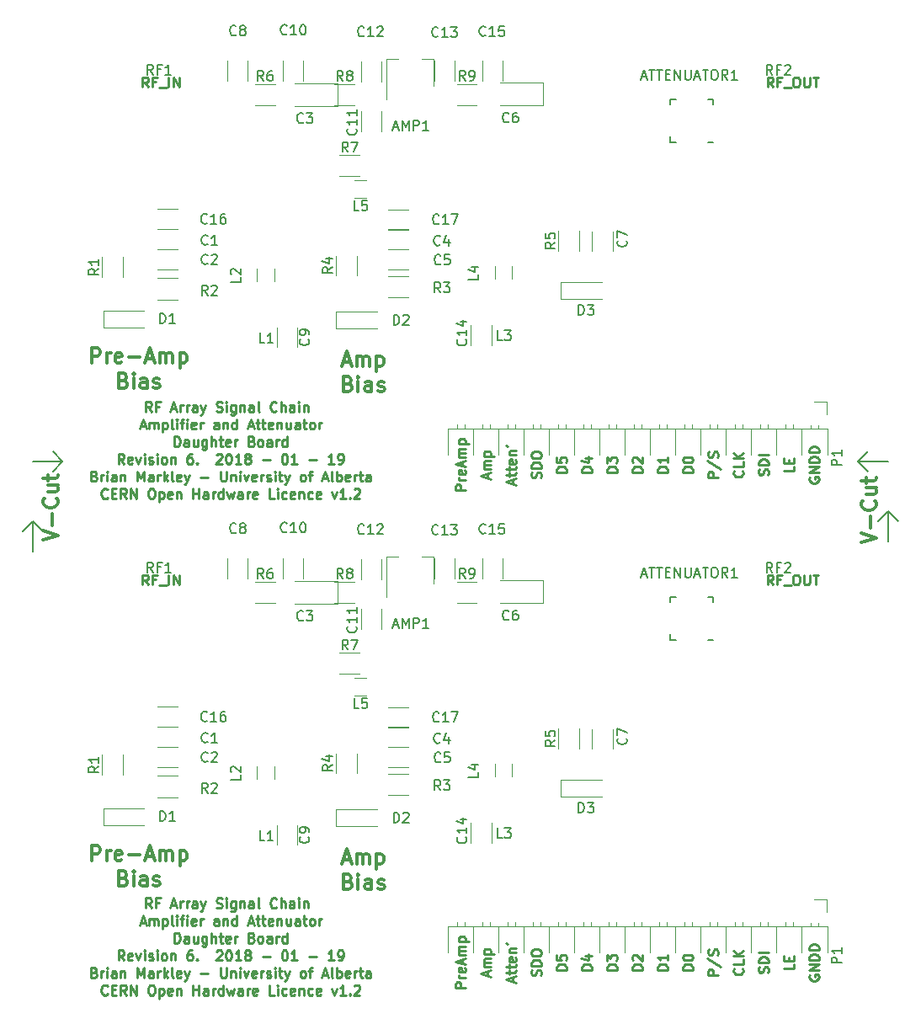
<source format=gto>
%TF.GenerationSoftware,KiCad,Pcbnew,4.0.5*%
%TF.CreationDate,2018-01-19T21:54:27-07:00*%
%TF.ProjectId,Amplifier and Attenuator Module,416D706C696669657220616E64204174,6*%
%TF.FileFunction,Legend,Top*%
%FSLAX46Y46*%
G04 Gerber Fmt 4.6, Leading zero omitted, Abs format (unit mm)*
G04 Created by KiCad (PCBNEW 4.0.5) date 01/19/18 21:54:27*
%MOMM*%
%LPD*%
G01*
G04 APERTURE LIST*
%ADD10C,0.100000*%
%ADD11C,0.250000*%
%ADD12C,0.300000*%
%ADD13C,0.200000*%
%ADD14C,0.120000*%
%ADD15C,0.150000*%
G04 APERTURE END LIST*
D10*
D11*
X81771918Y-125236981D02*
X81438584Y-124760790D01*
X81200489Y-125236981D02*
X81200489Y-124236981D01*
X81581442Y-124236981D01*
X81676680Y-124284600D01*
X81724299Y-124332219D01*
X81771918Y-124427457D01*
X81771918Y-124570314D01*
X81724299Y-124665552D01*
X81676680Y-124713171D01*
X81581442Y-124760790D01*
X81200489Y-124760790D01*
X82533823Y-124713171D02*
X82200489Y-124713171D01*
X82200489Y-125236981D02*
X82200489Y-124236981D01*
X82676680Y-124236981D01*
X83771918Y-124951267D02*
X84248109Y-124951267D01*
X83676680Y-125236981D02*
X84010013Y-124236981D01*
X84343347Y-125236981D01*
X84676680Y-125236981D02*
X84676680Y-124570314D01*
X84676680Y-124760790D02*
X84724299Y-124665552D01*
X84771918Y-124617933D01*
X84867156Y-124570314D01*
X84962395Y-124570314D01*
X85295728Y-125236981D02*
X85295728Y-124570314D01*
X85295728Y-124760790D02*
X85343347Y-124665552D01*
X85390966Y-124617933D01*
X85486204Y-124570314D01*
X85581443Y-124570314D01*
X86343348Y-125236981D02*
X86343348Y-124713171D01*
X86295729Y-124617933D01*
X86200491Y-124570314D01*
X86010014Y-124570314D01*
X85914776Y-124617933D01*
X86343348Y-125189362D02*
X86248110Y-125236981D01*
X86010014Y-125236981D01*
X85914776Y-125189362D01*
X85867157Y-125094124D01*
X85867157Y-124998886D01*
X85914776Y-124903648D01*
X86010014Y-124856029D01*
X86248110Y-124856029D01*
X86343348Y-124808410D01*
X86724300Y-124570314D02*
X86962395Y-125236981D01*
X87200491Y-124570314D02*
X86962395Y-125236981D01*
X86867157Y-125475076D01*
X86819538Y-125522695D01*
X86724300Y-125570314D01*
X88295729Y-125189362D02*
X88438586Y-125236981D01*
X88676682Y-125236981D01*
X88771920Y-125189362D01*
X88819539Y-125141743D01*
X88867158Y-125046505D01*
X88867158Y-124951267D01*
X88819539Y-124856029D01*
X88771920Y-124808410D01*
X88676682Y-124760790D01*
X88486205Y-124713171D01*
X88390967Y-124665552D01*
X88343348Y-124617933D01*
X88295729Y-124522695D01*
X88295729Y-124427457D01*
X88343348Y-124332219D01*
X88390967Y-124284600D01*
X88486205Y-124236981D01*
X88724301Y-124236981D01*
X88867158Y-124284600D01*
X89295729Y-125236981D02*
X89295729Y-124570314D01*
X89295729Y-124236981D02*
X89248110Y-124284600D01*
X89295729Y-124332219D01*
X89343348Y-124284600D01*
X89295729Y-124236981D01*
X89295729Y-124332219D01*
X90200491Y-124570314D02*
X90200491Y-125379838D01*
X90152872Y-125475076D01*
X90105253Y-125522695D01*
X90010014Y-125570314D01*
X89867157Y-125570314D01*
X89771919Y-125522695D01*
X90200491Y-125189362D02*
X90105253Y-125236981D01*
X89914776Y-125236981D01*
X89819538Y-125189362D01*
X89771919Y-125141743D01*
X89724300Y-125046505D01*
X89724300Y-124760790D01*
X89771919Y-124665552D01*
X89819538Y-124617933D01*
X89914776Y-124570314D01*
X90105253Y-124570314D01*
X90200491Y-124617933D01*
X90676681Y-124570314D02*
X90676681Y-125236981D01*
X90676681Y-124665552D02*
X90724300Y-124617933D01*
X90819538Y-124570314D01*
X90962396Y-124570314D01*
X91057634Y-124617933D01*
X91105253Y-124713171D01*
X91105253Y-125236981D01*
X92010015Y-125236981D02*
X92010015Y-124713171D01*
X91962396Y-124617933D01*
X91867158Y-124570314D01*
X91676681Y-124570314D01*
X91581443Y-124617933D01*
X92010015Y-125189362D02*
X91914777Y-125236981D01*
X91676681Y-125236981D01*
X91581443Y-125189362D01*
X91533824Y-125094124D01*
X91533824Y-124998886D01*
X91581443Y-124903648D01*
X91676681Y-124856029D01*
X91914777Y-124856029D01*
X92010015Y-124808410D01*
X92629062Y-125236981D02*
X92533824Y-125189362D01*
X92486205Y-125094124D01*
X92486205Y-124236981D01*
X94343349Y-125141743D02*
X94295730Y-125189362D01*
X94152873Y-125236981D01*
X94057635Y-125236981D01*
X93914777Y-125189362D01*
X93819539Y-125094124D01*
X93771920Y-124998886D01*
X93724301Y-124808410D01*
X93724301Y-124665552D01*
X93771920Y-124475076D01*
X93819539Y-124379838D01*
X93914777Y-124284600D01*
X94057635Y-124236981D01*
X94152873Y-124236981D01*
X94295730Y-124284600D01*
X94343349Y-124332219D01*
X94771920Y-125236981D02*
X94771920Y-124236981D01*
X95200492Y-125236981D02*
X95200492Y-124713171D01*
X95152873Y-124617933D01*
X95057635Y-124570314D01*
X94914777Y-124570314D01*
X94819539Y-124617933D01*
X94771920Y-124665552D01*
X96105254Y-125236981D02*
X96105254Y-124713171D01*
X96057635Y-124617933D01*
X95962397Y-124570314D01*
X95771920Y-124570314D01*
X95676682Y-124617933D01*
X96105254Y-125189362D02*
X96010016Y-125236981D01*
X95771920Y-125236981D01*
X95676682Y-125189362D01*
X95629063Y-125094124D01*
X95629063Y-124998886D01*
X95676682Y-124903648D01*
X95771920Y-124856029D01*
X96010016Y-124856029D01*
X96105254Y-124808410D01*
X96581444Y-125236981D02*
X96581444Y-124570314D01*
X96581444Y-124236981D02*
X96533825Y-124284600D01*
X96581444Y-124332219D01*
X96629063Y-124284600D01*
X96581444Y-124236981D01*
X96581444Y-124332219D01*
X97057634Y-124570314D02*
X97057634Y-125236981D01*
X97057634Y-124665552D02*
X97105253Y-124617933D01*
X97200491Y-124570314D01*
X97343349Y-124570314D01*
X97438587Y-124617933D01*
X97486206Y-124713171D01*
X97486206Y-125236981D01*
X80652870Y-126701267D02*
X81129061Y-126701267D01*
X80557632Y-126986981D02*
X80890965Y-125986981D01*
X81224299Y-126986981D01*
X81557632Y-126986981D02*
X81557632Y-126320314D01*
X81557632Y-126415552D02*
X81605251Y-126367933D01*
X81700489Y-126320314D01*
X81843347Y-126320314D01*
X81938585Y-126367933D01*
X81986204Y-126463171D01*
X81986204Y-126986981D01*
X81986204Y-126463171D02*
X82033823Y-126367933D01*
X82129061Y-126320314D01*
X82271918Y-126320314D01*
X82367156Y-126367933D01*
X82414775Y-126463171D01*
X82414775Y-126986981D01*
X82890965Y-126320314D02*
X82890965Y-127320314D01*
X82890965Y-126367933D02*
X82986203Y-126320314D01*
X83176680Y-126320314D01*
X83271918Y-126367933D01*
X83319537Y-126415552D01*
X83367156Y-126510790D01*
X83367156Y-126796505D01*
X83319537Y-126891743D01*
X83271918Y-126939362D01*
X83176680Y-126986981D01*
X82986203Y-126986981D01*
X82890965Y-126939362D01*
X83938584Y-126986981D02*
X83843346Y-126939362D01*
X83795727Y-126844124D01*
X83795727Y-125986981D01*
X84319537Y-126986981D02*
X84319537Y-126320314D01*
X84319537Y-125986981D02*
X84271918Y-126034600D01*
X84319537Y-126082219D01*
X84367156Y-126034600D01*
X84319537Y-125986981D01*
X84319537Y-126082219D01*
X84652870Y-126320314D02*
X85033822Y-126320314D01*
X84795727Y-126986981D02*
X84795727Y-126129838D01*
X84843346Y-126034600D01*
X84938584Y-125986981D01*
X85033822Y-125986981D01*
X85367156Y-126986981D02*
X85367156Y-126320314D01*
X85367156Y-125986981D02*
X85319537Y-126034600D01*
X85367156Y-126082219D01*
X85414775Y-126034600D01*
X85367156Y-125986981D01*
X85367156Y-126082219D01*
X86224299Y-126939362D02*
X86129061Y-126986981D01*
X85938584Y-126986981D01*
X85843346Y-126939362D01*
X85795727Y-126844124D01*
X85795727Y-126463171D01*
X85843346Y-126367933D01*
X85938584Y-126320314D01*
X86129061Y-126320314D01*
X86224299Y-126367933D01*
X86271918Y-126463171D01*
X86271918Y-126558410D01*
X85795727Y-126653648D01*
X86700489Y-126986981D02*
X86700489Y-126320314D01*
X86700489Y-126510790D02*
X86748108Y-126415552D01*
X86795727Y-126367933D01*
X86890965Y-126320314D01*
X86986204Y-126320314D01*
X88510014Y-126986981D02*
X88510014Y-126463171D01*
X88462395Y-126367933D01*
X88367157Y-126320314D01*
X88176680Y-126320314D01*
X88081442Y-126367933D01*
X88510014Y-126939362D02*
X88414776Y-126986981D01*
X88176680Y-126986981D01*
X88081442Y-126939362D01*
X88033823Y-126844124D01*
X88033823Y-126748886D01*
X88081442Y-126653648D01*
X88176680Y-126606029D01*
X88414776Y-126606029D01*
X88510014Y-126558410D01*
X88986204Y-126320314D02*
X88986204Y-126986981D01*
X88986204Y-126415552D02*
X89033823Y-126367933D01*
X89129061Y-126320314D01*
X89271919Y-126320314D01*
X89367157Y-126367933D01*
X89414776Y-126463171D01*
X89414776Y-126986981D01*
X90319538Y-126986981D02*
X90319538Y-125986981D01*
X90319538Y-126939362D02*
X90224300Y-126986981D01*
X90033823Y-126986981D01*
X89938585Y-126939362D01*
X89890966Y-126891743D01*
X89843347Y-126796505D01*
X89843347Y-126510790D01*
X89890966Y-126415552D01*
X89938585Y-126367933D01*
X90033823Y-126320314D01*
X90224300Y-126320314D01*
X90319538Y-126367933D01*
X91510014Y-126701267D02*
X91986205Y-126701267D01*
X91414776Y-126986981D02*
X91748109Y-125986981D01*
X92081443Y-126986981D01*
X92271919Y-126320314D02*
X92652871Y-126320314D01*
X92414776Y-125986981D02*
X92414776Y-126844124D01*
X92462395Y-126939362D01*
X92557633Y-126986981D01*
X92652871Y-126986981D01*
X92843348Y-126320314D02*
X93224300Y-126320314D01*
X92986205Y-125986981D02*
X92986205Y-126844124D01*
X93033824Y-126939362D01*
X93129062Y-126986981D01*
X93224300Y-126986981D01*
X93938587Y-126939362D02*
X93843349Y-126986981D01*
X93652872Y-126986981D01*
X93557634Y-126939362D01*
X93510015Y-126844124D01*
X93510015Y-126463171D01*
X93557634Y-126367933D01*
X93652872Y-126320314D01*
X93843349Y-126320314D01*
X93938587Y-126367933D01*
X93986206Y-126463171D01*
X93986206Y-126558410D01*
X93510015Y-126653648D01*
X94414777Y-126320314D02*
X94414777Y-126986981D01*
X94414777Y-126415552D02*
X94462396Y-126367933D01*
X94557634Y-126320314D01*
X94700492Y-126320314D01*
X94795730Y-126367933D01*
X94843349Y-126463171D01*
X94843349Y-126986981D01*
X95748111Y-126320314D02*
X95748111Y-126986981D01*
X95319539Y-126320314D02*
X95319539Y-126844124D01*
X95367158Y-126939362D01*
X95462396Y-126986981D01*
X95605254Y-126986981D01*
X95700492Y-126939362D01*
X95748111Y-126891743D01*
X96652873Y-126986981D02*
X96652873Y-126463171D01*
X96605254Y-126367933D01*
X96510016Y-126320314D01*
X96319539Y-126320314D01*
X96224301Y-126367933D01*
X96652873Y-126939362D02*
X96557635Y-126986981D01*
X96319539Y-126986981D01*
X96224301Y-126939362D01*
X96176682Y-126844124D01*
X96176682Y-126748886D01*
X96224301Y-126653648D01*
X96319539Y-126606029D01*
X96557635Y-126606029D01*
X96652873Y-126558410D01*
X96986206Y-126320314D02*
X97367158Y-126320314D01*
X97129063Y-125986981D02*
X97129063Y-126844124D01*
X97176682Y-126939362D01*
X97271920Y-126986981D01*
X97367158Y-126986981D01*
X97843349Y-126986981D02*
X97748111Y-126939362D01*
X97700492Y-126891743D01*
X97652873Y-126796505D01*
X97652873Y-126510790D01*
X97700492Y-126415552D01*
X97748111Y-126367933D01*
X97843349Y-126320314D01*
X97986207Y-126320314D01*
X98081445Y-126367933D01*
X98129064Y-126415552D01*
X98176683Y-126510790D01*
X98176683Y-126796505D01*
X98129064Y-126891743D01*
X98081445Y-126939362D01*
X97986207Y-126986981D01*
X97843349Y-126986981D01*
X98605254Y-126986981D02*
X98605254Y-126320314D01*
X98605254Y-126510790D02*
X98652873Y-126415552D01*
X98700492Y-126367933D01*
X98795730Y-126320314D01*
X98890969Y-126320314D01*
X84081442Y-128736981D02*
X84081442Y-127736981D01*
X84319537Y-127736981D01*
X84462395Y-127784600D01*
X84557633Y-127879838D01*
X84605252Y-127975076D01*
X84652871Y-128165552D01*
X84652871Y-128308410D01*
X84605252Y-128498886D01*
X84557633Y-128594124D01*
X84462395Y-128689362D01*
X84319537Y-128736981D01*
X84081442Y-128736981D01*
X85510014Y-128736981D02*
X85510014Y-128213171D01*
X85462395Y-128117933D01*
X85367157Y-128070314D01*
X85176680Y-128070314D01*
X85081442Y-128117933D01*
X85510014Y-128689362D02*
X85414776Y-128736981D01*
X85176680Y-128736981D01*
X85081442Y-128689362D01*
X85033823Y-128594124D01*
X85033823Y-128498886D01*
X85081442Y-128403648D01*
X85176680Y-128356029D01*
X85414776Y-128356029D01*
X85510014Y-128308410D01*
X86414776Y-128070314D02*
X86414776Y-128736981D01*
X85986204Y-128070314D02*
X85986204Y-128594124D01*
X86033823Y-128689362D01*
X86129061Y-128736981D01*
X86271919Y-128736981D01*
X86367157Y-128689362D01*
X86414776Y-128641743D01*
X87319538Y-128070314D02*
X87319538Y-128879838D01*
X87271919Y-128975076D01*
X87224300Y-129022695D01*
X87129061Y-129070314D01*
X86986204Y-129070314D01*
X86890966Y-129022695D01*
X87319538Y-128689362D02*
X87224300Y-128736981D01*
X87033823Y-128736981D01*
X86938585Y-128689362D01*
X86890966Y-128641743D01*
X86843347Y-128546505D01*
X86843347Y-128260790D01*
X86890966Y-128165552D01*
X86938585Y-128117933D01*
X87033823Y-128070314D01*
X87224300Y-128070314D01*
X87319538Y-128117933D01*
X87795728Y-128736981D02*
X87795728Y-127736981D01*
X88224300Y-128736981D02*
X88224300Y-128213171D01*
X88176681Y-128117933D01*
X88081443Y-128070314D01*
X87938585Y-128070314D01*
X87843347Y-128117933D01*
X87795728Y-128165552D01*
X88557633Y-128070314D02*
X88938585Y-128070314D01*
X88700490Y-127736981D02*
X88700490Y-128594124D01*
X88748109Y-128689362D01*
X88843347Y-128736981D01*
X88938585Y-128736981D01*
X89652872Y-128689362D02*
X89557634Y-128736981D01*
X89367157Y-128736981D01*
X89271919Y-128689362D01*
X89224300Y-128594124D01*
X89224300Y-128213171D01*
X89271919Y-128117933D01*
X89367157Y-128070314D01*
X89557634Y-128070314D01*
X89652872Y-128117933D01*
X89700491Y-128213171D01*
X89700491Y-128308410D01*
X89224300Y-128403648D01*
X90129062Y-128736981D02*
X90129062Y-128070314D01*
X90129062Y-128260790D02*
X90176681Y-128165552D01*
X90224300Y-128117933D01*
X90319538Y-128070314D01*
X90414777Y-128070314D01*
X91843349Y-128213171D02*
X91986206Y-128260790D01*
X92033825Y-128308410D01*
X92081444Y-128403648D01*
X92081444Y-128546505D01*
X92033825Y-128641743D01*
X91986206Y-128689362D01*
X91890968Y-128736981D01*
X91510015Y-128736981D01*
X91510015Y-127736981D01*
X91843349Y-127736981D01*
X91938587Y-127784600D01*
X91986206Y-127832219D01*
X92033825Y-127927457D01*
X92033825Y-128022695D01*
X91986206Y-128117933D01*
X91938587Y-128165552D01*
X91843349Y-128213171D01*
X91510015Y-128213171D01*
X92652872Y-128736981D02*
X92557634Y-128689362D01*
X92510015Y-128641743D01*
X92462396Y-128546505D01*
X92462396Y-128260790D01*
X92510015Y-128165552D01*
X92557634Y-128117933D01*
X92652872Y-128070314D01*
X92795730Y-128070314D01*
X92890968Y-128117933D01*
X92938587Y-128165552D01*
X92986206Y-128260790D01*
X92986206Y-128546505D01*
X92938587Y-128641743D01*
X92890968Y-128689362D01*
X92795730Y-128736981D01*
X92652872Y-128736981D01*
X93843349Y-128736981D02*
X93843349Y-128213171D01*
X93795730Y-128117933D01*
X93700492Y-128070314D01*
X93510015Y-128070314D01*
X93414777Y-128117933D01*
X93843349Y-128689362D02*
X93748111Y-128736981D01*
X93510015Y-128736981D01*
X93414777Y-128689362D01*
X93367158Y-128594124D01*
X93367158Y-128498886D01*
X93414777Y-128403648D01*
X93510015Y-128356029D01*
X93748111Y-128356029D01*
X93843349Y-128308410D01*
X94319539Y-128736981D02*
X94319539Y-128070314D01*
X94319539Y-128260790D02*
X94367158Y-128165552D01*
X94414777Y-128117933D01*
X94510015Y-128070314D01*
X94605254Y-128070314D01*
X95367159Y-128736981D02*
X95367159Y-127736981D01*
X95367159Y-128689362D02*
X95271921Y-128736981D01*
X95081444Y-128736981D01*
X94986206Y-128689362D01*
X94938587Y-128641743D01*
X94890968Y-128546505D01*
X94890968Y-128260790D01*
X94938587Y-128165552D01*
X94986206Y-128117933D01*
X95081444Y-128070314D01*
X95271921Y-128070314D01*
X95367159Y-128117933D01*
X79010014Y-130486981D02*
X78676680Y-130010790D01*
X78438585Y-130486981D02*
X78438585Y-129486981D01*
X78819538Y-129486981D01*
X78914776Y-129534600D01*
X78962395Y-129582219D01*
X79010014Y-129677457D01*
X79010014Y-129820314D01*
X78962395Y-129915552D01*
X78914776Y-129963171D01*
X78819538Y-130010790D01*
X78438585Y-130010790D01*
X79819538Y-130439362D02*
X79724300Y-130486981D01*
X79533823Y-130486981D01*
X79438585Y-130439362D01*
X79390966Y-130344124D01*
X79390966Y-129963171D01*
X79438585Y-129867933D01*
X79533823Y-129820314D01*
X79724300Y-129820314D01*
X79819538Y-129867933D01*
X79867157Y-129963171D01*
X79867157Y-130058410D01*
X79390966Y-130153648D01*
X80200490Y-129820314D02*
X80438585Y-130486981D01*
X80676681Y-129820314D01*
X81057633Y-130486981D02*
X81057633Y-129820314D01*
X81057633Y-129486981D02*
X81010014Y-129534600D01*
X81057633Y-129582219D01*
X81105252Y-129534600D01*
X81057633Y-129486981D01*
X81057633Y-129582219D01*
X81486204Y-130439362D02*
X81581442Y-130486981D01*
X81771918Y-130486981D01*
X81867157Y-130439362D01*
X81914776Y-130344124D01*
X81914776Y-130296505D01*
X81867157Y-130201267D01*
X81771918Y-130153648D01*
X81629061Y-130153648D01*
X81533823Y-130106029D01*
X81486204Y-130010790D01*
X81486204Y-129963171D01*
X81533823Y-129867933D01*
X81629061Y-129820314D01*
X81771918Y-129820314D01*
X81867157Y-129867933D01*
X82343347Y-130486981D02*
X82343347Y-129820314D01*
X82343347Y-129486981D02*
X82295728Y-129534600D01*
X82343347Y-129582219D01*
X82390966Y-129534600D01*
X82343347Y-129486981D01*
X82343347Y-129582219D01*
X82962394Y-130486981D02*
X82867156Y-130439362D01*
X82819537Y-130391743D01*
X82771918Y-130296505D01*
X82771918Y-130010790D01*
X82819537Y-129915552D01*
X82867156Y-129867933D01*
X82962394Y-129820314D01*
X83105252Y-129820314D01*
X83200490Y-129867933D01*
X83248109Y-129915552D01*
X83295728Y-130010790D01*
X83295728Y-130296505D01*
X83248109Y-130391743D01*
X83200490Y-130439362D01*
X83105252Y-130486981D01*
X82962394Y-130486981D01*
X83724299Y-129820314D02*
X83724299Y-130486981D01*
X83724299Y-129915552D02*
X83771918Y-129867933D01*
X83867156Y-129820314D01*
X84010014Y-129820314D01*
X84105252Y-129867933D01*
X84152871Y-129963171D01*
X84152871Y-130486981D01*
X85819538Y-129486981D02*
X85629061Y-129486981D01*
X85533823Y-129534600D01*
X85486204Y-129582219D01*
X85390966Y-129725076D01*
X85343347Y-129915552D01*
X85343347Y-130296505D01*
X85390966Y-130391743D01*
X85438585Y-130439362D01*
X85533823Y-130486981D01*
X85724300Y-130486981D01*
X85819538Y-130439362D01*
X85867157Y-130391743D01*
X85914776Y-130296505D01*
X85914776Y-130058410D01*
X85867157Y-129963171D01*
X85819538Y-129915552D01*
X85724300Y-129867933D01*
X85533823Y-129867933D01*
X85438585Y-129915552D01*
X85390966Y-129963171D01*
X85343347Y-130058410D01*
X86343347Y-130391743D02*
X86390966Y-130439362D01*
X86343347Y-130486981D01*
X86295728Y-130439362D01*
X86343347Y-130391743D01*
X86343347Y-130486981D01*
X88295728Y-129582219D02*
X88343347Y-129534600D01*
X88438585Y-129486981D01*
X88676681Y-129486981D01*
X88771919Y-129534600D01*
X88819538Y-129582219D01*
X88867157Y-129677457D01*
X88867157Y-129772695D01*
X88819538Y-129915552D01*
X88248109Y-130486981D01*
X88867157Y-130486981D01*
X89486204Y-129486981D02*
X89581443Y-129486981D01*
X89676681Y-129534600D01*
X89724300Y-129582219D01*
X89771919Y-129677457D01*
X89819538Y-129867933D01*
X89819538Y-130106029D01*
X89771919Y-130296505D01*
X89724300Y-130391743D01*
X89676681Y-130439362D01*
X89581443Y-130486981D01*
X89486204Y-130486981D01*
X89390966Y-130439362D01*
X89343347Y-130391743D01*
X89295728Y-130296505D01*
X89248109Y-130106029D01*
X89248109Y-129867933D01*
X89295728Y-129677457D01*
X89343347Y-129582219D01*
X89390966Y-129534600D01*
X89486204Y-129486981D01*
X90771919Y-130486981D02*
X90200490Y-130486981D01*
X90486204Y-130486981D02*
X90486204Y-129486981D01*
X90390966Y-129629838D01*
X90295728Y-129725076D01*
X90200490Y-129772695D01*
X91343347Y-129915552D02*
X91248109Y-129867933D01*
X91200490Y-129820314D01*
X91152871Y-129725076D01*
X91152871Y-129677457D01*
X91200490Y-129582219D01*
X91248109Y-129534600D01*
X91343347Y-129486981D01*
X91533824Y-129486981D01*
X91629062Y-129534600D01*
X91676681Y-129582219D01*
X91724300Y-129677457D01*
X91724300Y-129725076D01*
X91676681Y-129820314D01*
X91629062Y-129867933D01*
X91533824Y-129915552D01*
X91343347Y-129915552D01*
X91248109Y-129963171D01*
X91200490Y-130010790D01*
X91152871Y-130106029D01*
X91152871Y-130296505D01*
X91200490Y-130391743D01*
X91248109Y-130439362D01*
X91343347Y-130486981D01*
X91533824Y-130486981D01*
X91629062Y-130439362D01*
X91676681Y-130391743D01*
X91724300Y-130296505D01*
X91724300Y-130106029D01*
X91676681Y-130010790D01*
X91629062Y-129963171D01*
X91533824Y-129915552D01*
X92914776Y-130106029D02*
X93676681Y-130106029D01*
X95105252Y-129486981D02*
X95200491Y-129486981D01*
X95295729Y-129534600D01*
X95343348Y-129582219D01*
X95390967Y-129677457D01*
X95438586Y-129867933D01*
X95438586Y-130106029D01*
X95390967Y-130296505D01*
X95343348Y-130391743D01*
X95295729Y-130439362D01*
X95200491Y-130486981D01*
X95105252Y-130486981D01*
X95010014Y-130439362D01*
X94962395Y-130391743D01*
X94914776Y-130296505D01*
X94867157Y-130106029D01*
X94867157Y-129867933D01*
X94914776Y-129677457D01*
X94962395Y-129582219D01*
X95010014Y-129534600D01*
X95105252Y-129486981D01*
X96390967Y-130486981D02*
X95819538Y-130486981D01*
X96105252Y-130486981D02*
X96105252Y-129486981D01*
X96010014Y-129629838D01*
X95914776Y-129725076D01*
X95819538Y-129772695D01*
X97581443Y-130106029D02*
X98343348Y-130106029D01*
X100105253Y-130486981D02*
X99533824Y-130486981D01*
X99819538Y-130486981D02*
X99819538Y-129486981D01*
X99724300Y-129629838D01*
X99629062Y-129725076D01*
X99533824Y-129772695D01*
X100581443Y-130486981D02*
X100771919Y-130486981D01*
X100867158Y-130439362D01*
X100914777Y-130391743D01*
X101010015Y-130248886D01*
X101057634Y-130058410D01*
X101057634Y-129677457D01*
X101010015Y-129582219D01*
X100962396Y-129534600D01*
X100867158Y-129486981D01*
X100676681Y-129486981D01*
X100581443Y-129534600D01*
X100533824Y-129582219D01*
X100486205Y-129677457D01*
X100486205Y-129915552D01*
X100533824Y-130010790D01*
X100581443Y-130058410D01*
X100676681Y-130106029D01*
X100867158Y-130106029D01*
X100962396Y-130058410D01*
X101010015Y-130010790D01*
X101057634Y-129915552D01*
X76010012Y-131713171D02*
X76152869Y-131760790D01*
X76200488Y-131808410D01*
X76248107Y-131903648D01*
X76248107Y-132046505D01*
X76200488Y-132141743D01*
X76152869Y-132189362D01*
X76057631Y-132236981D01*
X75676678Y-132236981D01*
X75676678Y-131236981D01*
X76010012Y-131236981D01*
X76105250Y-131284600D01*
X76152869Y-131332219D01*
X76200488Y-131427457D01*
X76200488Y-131522695D01*
X76152869Y-131617933D01*
X76105250Y-131665552D01*
X76010012Y-131713171D01*
X75676678Y-131713171D01*
X76676678Y-132236981D02*
X76676678Y-131570314D01*
X76676678Y-131760790D02*
X76724297Y-131665552D01*
X76771916Y-131617933D01*
X76867154Y-131570314D01*
X76962393Y-131570314D01*
X77295726Y-132236981D02*
X77295726Y-131570314D01*
X77295726Y-131236981D02*
X77248107Y-131284600D01*
X77295726Y-131332219D01*
X77343345Y-131284600D01*
X77295726Y-131236981D01*
X77295726Y-131332219D01*
X78200488Y-132236981D02*
X78200488Y-131713171D01*
X78152869Y-131617933D01*
X78057631Y-131570314D01*
X77867154Y-131570314D01*
X77771916Y-131617933D01*
X78200488Y-132189362D02*
X78105250Y-132236981D01*
X77867154Y-132236981D01*
X77771916Y-132189362D01*
X77724297Y-132094124D01*
X77724297Y-131998886D01*
X77771916Y-131903648D01*
X77867154Y-131856029D01*
X78105250Y-131856029D01*
X78200488Y-131808410D01*
X78676678Y-131570314D02*
X78676678Y-132236981D01*
X78676678Y-131665552D02*
X78724297Y-131617933D01*
X78819535Y-131570314D01*
X78962393Y-131570314D01*
X79057631Y-131617933D01*
X79105250Y-131713171D01*
X79105250Y-132236981D01*
X80343345Y-132236981D02*
X80343345Y-131236981D01*
X80676679Y-131951267D01*
X81010012Y-131236981D01*
X81010012Y-132236981D01*
X81914774Y-132236981D02*
X81914774Y-131713171D01*
X81867155Y-131617933D01*
X81771917Y-131570314D01*
X81581440Y-131570314D01*
X81486202Y-131617933D01*
X81914774Y-132189362D02*
X81819536Y-132236981D01*
X81581440Y-132236981D01*
X81486202Y-132189362D01*
X81438583Y-132094124D01*
X81438583Y-131998886D01*
X81486202Y-131903648D01*
X81581440Y-131856029D01*
X81819536Y-131856029D01*
X81914774Y-131808410D01*
X82390964Y-132236981D02*
X82390964Y-131570314D01*
X82390964Y-131760790D02*
X82438583Y-131665552D01*
X82486202Y-131617933D01*
X82581440Y-131570314D01*
X82676679Y-131570314D01*
X83010012Y-132236981D02*
X83010012Y-131236981D01*
X83105250Y-131856029D02*
X83390965Y-132236981D01*
X83390965Y-131570314D02*
X83010012Y-131951267D01*
X83962393Y-132236981D02*
X83867155Y-132189362D01*
X83819536Y-132094124D01*
X83819536Y-131236981D01*
X84724299Y-132189362D02*
X84629061Y-132236981D01*
X84438584Y-132236981D01*
X84343346Y-132189362D01*
X84295727Y-132094124D01*
X84295727Y-131713171D01*
X84343346Y-131617933D01*
X84438584Y-131570314D01*
X84629061Y-131570314D01*
X84724299Y-131617933D01*
X84771918Y-131713171D01*
X84771918Y-131808410D01*
X84295727Y-131903648D01*
X85105251Y-131570314D02*
X85343346Y-132236981D01*
X85581442Y-131570314D02*
X85343346Y-132236981D01*
X85248108Y-132475076D01*
X85200489Y-132522695D01*
X85105251Y-132570314D01*
X86724299Y-131856029D02*
X87486204Y-131856029D01*
X88724299Y-131236981D02*
X88724299Y-132046505D01*
X88771918Y-132141743D01*
X88819537Y-132189362D01*
X88914775Y-132236981D01*
X89105252Y-132236981D01*
X89200490Y-132189362D01*
X89248109Y-132141743D01*
X89295728Y-132046505D01*
X89295728Y-131236981D01*
X89771918Y-131570314D02*
X89771918Y-132236981D01*
X89771918Y-131665552D02*
X89819537Y-131617933D01*
X89914775Y-131570314D01*
X90057633Y-131570314D01*
X90152871Y-131617933D01*
X90200490Y-131713171D01*
X90200490Y-132236981D01*
X90676680Y-132236981D02*
X90676680Y-131570314D01*
X90676680Y-131236981D02*
X90629061Y-131284600D01*
X90676680Y-131332219D01*
X90724299Y-131284600D01*
X90676680Y-131236981D01*
X90676680Y-131332219D01*
X91057632Y-131570314D02*
X91295727Y-132236981D01*
X91533823Y-131570314D01*
X92295728Y-132189362D02*
X92200490Y-132236981D01*
X92010013Y-132236981D01*
X91914775Y-132189362D01*
X91867156Y-132094124D01*
X91867156Y-131713171D01*
X91914775Y-131617933D01*
X92010013Y-131570314D01*
X92200490Y-131570314D01*
X92295728Y-131617933D01*
X92343347Y-131713171D01*
X92343347Y-131808410D01*
X91867156Y-131903648D01*
X92771918Y-132236981D02*
X92771918Y-131570314D01*
X92771918Y-131760790D02*
X92819537Y-131665552D01*
X92867156Y-131617933D01*
X92962394Y-131570314D01*
X93057633Y-131570314D01*
X93343347Y-132189362D02*
X93438585Y-132236981D01*
X93629061Y-132236981D01*
X93724300Y-132189362D01*
X93771919Y-132094124D01*
X93771919Y-132046505D01*
X93724300Y-131951267D01*
X93629061Y-131903648D01*
X93486204Y-131903648D01*
X93390966Y-131856029D01*
X93343347Y-131760790D01*
X93343347Y-131713171D01*
X93390966Y-131617933D01*
X93486204Y-131570314D01*
X93629061Y-131570314D01*
X93724300Y-131617933D01*
X94200490Y-132236981D02*
X94200490Y-131570314D01*
X94200490Y-131236981D02*
X94152871Y-131284600D01*
X94200490Y-131332219D01*
X94248109Y-131284600D01*
X94200490Y-131236981D01*
X94200490Y-131332219D01*
X94533823Y-131570314D02*
X94914775Y-131570314D01*
X94676680Y-131236981D02*
X94676680Y-132094124D01*
X94724299Y-132189362D01*
X94819537Y-132236981D01*
X94914775Y-132236981D01*
X95152871Y-131570314D02*
X95390966Y-132236981D01*
X95629062Y-131570314D02*
X95390966Y-132236981D01*
X95295728Y-132475076D01*
X95248109Y-132522695D01*
X95152871Y-132570314D01*
X96914776Y-132236981D02*
X96819538Y-132189362D01*
X96771919Y-132141743D01*
X96724300Y-132046505D01*
X96724300Y-131760790D01*
X96771919Y-131665552D01*
X96819538Y-131617933D01*
X96914776Y-131570314D01*
X97057634Y-131570314D01*
X97152872Y-131617933D01*
X97200491Y-131665552D01*
X97248110Y-131760790D01*
X97248110Y-132046505D01*
X97200491Y-132141743D01*
X97152872Y-132189362D01*
X97057634Y-132236981D01*
X96914776Y-132236981D01*
X97533824Y-131570314D02*
X97914776Y-131570314D01*
X97676681Y-132236981D02*
X97676681Y-131379838D01*
X97724300Y-131284600D01*
X97819538Y-131236981D01*
X97914776Y-131236981D01*
X98962396Y-131951267D02*
X99438587Y-131951267D01*
X98867158Y-132236981D02*
X99200491Y-131236981D01*
X99533825Y-132236981D01*
X100010015Y-132236981D02*
X99914777Y-132189362D01*
X99867158Y-132094124D01*
X99867158Y-131236981D01*
X100390968Y-132236981D02*
X100390968Y-131236981D01*
X100390968Y-131617933D02*
X100486206Y-131570314D01*
X100676683Y-131570314D01*
X100771921Y-131617933D01*
X100819540Y-131665552D01*
X100867159Y-131760790D01*
X100867159Y-132046505D01*
X100819540Y-132141743D01*
X100771921Y-132189362D01*
X100676683Y-132236981D01*
X100486206Y-132236981D01*
X100390968Y-132189362D01*
X101676683Y-132189362D02*
X101581445Y-132236981D01*
X101390968Y-132236981D01*
X101295730Y-132189362D01*
X101248111Y-132094124D01*
X101248111Y-131713171D01*
X101295730Y-131617933D01*
X101390968Y-131570314D01*
X101581445Y-131570314D01*
X101676683Y-131617933D01*
X101724302Y-131713171D01*
X101724302Y-131808410D01*
X101248111Y-131903648D01*
X102152873Y-132236981D02*
X102152873Y-131570314D01*
X102152873Y-131760790D02*
X102200492Y-131665552D01*
X102248111Y-131617933D01*
X102343349Y-131570314D01*
X102438588Y-131570314D01*
X102629064Y-131570314D02*
X103010016Y-131570314D01*
X102771921Y-131236981D02*
X102771921Y-132094124D01*
X102819540Y-132189362D01*
X102914778Y-132236981D01*
X103010016Y-132236981D01*
X103771922Y-132236981D02*
X103771922Y-131713171D01*
X103724303Y-131617933D01*
X103629065Y-131570314D01*
X103438588Y-131570314D01*
X103343350Y-131617933D01*
X103771922Y-132189362D02*
X103676684Y-132236981D01*
X103438588Y-132236981D01*
X103343350Y-132189362D01*
X103295731Y-132094124D01*
X103295731Y-131998886D01*
X103343350Y-131903648D01*
X103438588Y-131856029D01*
X103676684Y-131856029D01*
X103771922Y-131808410D01*
X77343347Y-133891743D02*
X77295728Y-133939362D01*
X77152871Y-133986981D01*
X77057633Y-133986981D01*
X76914775Y-133939362D01*
X76819537Y-133844124D01*
X76771918Y-133748886D01*
X76724299Y-133558410D01*
X76724299Y-133415552D01*
X76771918Y-133225076D01*
X76819537Y-133129838D01*
X76914775Y-133034600D01*
X77057633Y-132986981D01*
X77152871Y-132986981D01*
X77295728Y-133034600D01*
X77343347Y-133082219D01*
X77771918Y-133463171D02*
X78105252Y-133463171D01*
X78248109Y-133986981D02*
X77771918Y-133986981D01*
X77771918Y-132986981D01*
X78248109Y-132986981D01*
X79248109Y-133986981D02*
X78914775Y-133510790D01*
X78676680Y-133986981D02*
X78676680Y-132986981D01*
X79057633Y-132986981D01*
X79152871Y-133034600D01*
X79200490Y-133082219D01*
X79248109Y-133177457D01*
X79248109Y-133320314D01*
X79200490Y-133415552D01*
X79152871Y-133463171D01*
X79057633Y-133510790D01*
X78676680Y-133510790D01*
X79676680Y-133986981D02*
X79676680Y-132986981D01*
X80248109Y-133986981D01*
X80248109Y-132986981D01*
X81676680Y-132986981D02*
X81867157Y-132986981D01*
X81962395Y-133034600D01*
X82057633Y-133129838D01*
X82105252Y-133320314D01*
X82105252Y-133653648D01*
X82057633Y-133844124D01*
X81962395Y-133939362D01*
X81867157Y-133986981D01*
X81676680Y-133986981D01*
X81581442Y-133939362D01*
X81486204Y-133844124D01*
X81438585Y-133653648D01*
X81438585Y-133320314D01*
X81486204Y-133129838D01*
X81581442Y-133034600D01*
X81676680Y-132986981D01*
X82533823Y-133320314D02*
X82533823Y-134320314D01*
X82533823Y-133367933D02*
X82629061Y-133320314D01*
X82819538Y-133320314D01*
X82914776Y-133367933D01*
X82962395Y-133415552D01*
X83010014Y-133510790D01*
X83010014Y-133796505D01*
X82962395Y-133891743D01*
X82914776Y-133939362D01*
X82819538Y-133986981D01*
X82629061Y-133986981D01*
X82533823Y-133939362D01*
X83819538Y-133939362D02*
X83724300Y-133986981D01*
X83533823Y-133986981D01*
X83438585Y-133939362D01*
X83390966Y-133844124D01*
X83390966Y-133463171D01*
X83438585Y-133367933D01*
X83533823Y-133320314D01*
X83724300Y-133320314D01*
X83819538Y-133367933D01*
X83867157Y-133463171D01*
X83867157Y-133558410D01*
X83390966Y-133653648D01*
X84295728Y-133320314D02*
X84295728Y-133986981D01*
X84295728Y-133415552D02*
X84343347Y-133367933D01*
X84438585Y-133320314D01*
X84581443Y-133320314D01*
X84676681Y-133367933D01*
X84724300Y-133463171D01*
X84724300Y-133986981D01*
X85962395Y-133986981D02*
X85962395Y-132986981D01*
X85962395Y-133463171D02*
X86533824Y-133463171D01*
X86533824Y-133986981D02*
X86533824Y-132986981D01*
X87438586Y-133986981D02*
X87438586Y-133463171D01*
X87390967Y-133367933D01*
X87295729Y-133320314D01*
X87105252Y-133320314D01*
X87010014Y-133367933D01*
X87438586Y-133939362D02*
X87343348Y-133986981D01*
X87105252Y-133986981D01*
X87010014Y-133939362D01*
X86962395Y-133844124D01*
X86962395Y-133748886D01*
X87010014Y-133653648D01*
X87105252Y-133606029D01*
X87343348Y-133606029D01*
X87438586Y-133558410D01*
X87914776Y-133986981D02*
X87914776Y-133320314D01*
X87914776Y-133510790D02*
X87962395Y-133415552D01*
X88010014Y-133367933D01*
X88105252Y-133320314D01*
X88200491Y-133320314D01*
X88962396Y-133986981D02*
X88962396Y-132986981D01*
X88962396Y-133939362D02*
X88867158Y-133986981D01*
X88676681Y-133986981D01*
X88581443Y-133939362D01*
X88533824Y-133891743D01*
X88486205Y-133796505D01*
X88486205Y-133510790D01*
X88533824Y-133415552D01*
X88581443Y-133367933D01*
X88676681Y-133320314D01*
X88867158Y-133320314D01*
X88962396Y-133367933D01*
X89343348Y-133320314D02*
X89533824Y-133986981D01*
X89724301Y-133510790D01*
X89914777Y-133986981D01*
X90105253Y-133320314D01*
X90914777Y-133986981D02*
X90914777Y-133463171D01*
X90867158Y-133367933D01*
X90771920Y-133320314D01*
X90581443Y-133320314D01*
X90486205Y-133367933D01*
X90914777Y-133939362D02*
X90819539Y-133986981D01*
X90581443Y-133986981D01*
X90486205Y-133939362D01*
X90438586Y-133844124D01*
X90438586Y-133748886D01*
X90486205Y-133653648D01*
X90581443Y-133606029D01*
X90819539Y-133606029D01*
X90914777Y-133558410D01*
X91390967Y-133986981D02*
X91390967Y-133320314D01*
X91390967Y-133510790D02*
X91438586Y-133415552D01*
X91486205Y-133367933D01*
X91581443Y-133320314D01*
X91676682Y-133320314D01*
X92390968Y-133939362D02*
X92295730Y-133986981D01*
X92105253Y-133986981D01*
X92010015Y-133939362D01*
X91962396Y-133844124D01*
X91962396Y-133463171D01*
X92010015Y-133367933D01*
X92105253Y-133320314D01*
X92295730Y-133320314D01*
X92390968Y-133367933D01*
X92438587Y-133463171D01*
X92438587Y-133558410D01*
X91962396Y-133653648D01*
X94105254Y-133986981D02*
X93629063Y-133986981D01*
X93629063Y-132986981D01*
X94438587Y-133986981D02*
X94438587Y-133320314D01*
X94438587Y-132986981D02*
X94390968Y-133034600D01*
X94438587Y-133082219D01*
X94486206Y-133034600D01*
X94438587Y-132986981D01*
X94438587Y-133082219D01*
X95343349Y-133939362D02*
X95248111Y-133986981D01*
X95057634Y-133986981D01*
X94962396Y-133939362D01*
X94914777Y-133891743D01*
X94867158Y-133796505D01*
X94867158Y-133510790D01*
X94914777Y-133415552D01*
X94962396Y-133367933D01*
X95057634Y-133320314D01*
X95248111Y-133320314D01*
X95343349Y-133367933D01*
X96152873Y-133939362D02*
X96057635Y-133986981D01*
X95867158Y-133986981D01*
X95771920Y-133939362D01*
X95724301Y-133844124D01*
X95724301Y-133463171D01*
X95771920Y-133367933D01*
X95867158Y-133320314D01*
X96057635Y-133320314D01*
X96152873Y-133367933D01*
X96200492Y-133463171D01*
X96200492Y-133558410D01*
X95724301Y-133653648D01*
X96629063Y-133320314D02*
X96629063Y-133986981D01*
X96629063Y-133415552D02*
X96676682Y-133367933D01*
X96771920Y-133320314D01*
X96914778Y-133320314D01*
X97010016Y-133367933D01*
X97057635Y-133463171D01*
X97057635Y-133986981D01*
X97962397Y-133939362D02*
X97867159Y-133986981D01*
X97676682Y-133986981D01*
X97581444Y-133939362D01*
X97533825Y-133891743D01*
X97486206Y-133796505D01*
X97486206Y-133510790D01*
X97533825Y-133415552D01*
X97581444Y-133367933D01*
X97676682Y-133320314D01*
X97867159Y-133320314D01*
X97962397Y-133367933D01*
X98771921Y-133939362D02*
X98676683Y-133986981D01*
X98486206Y-133986981D01*
X98390968Y-133939362D01*
X98343349Y-133844124D01*
X98343349Y-133463171D01*
X98390968Y-133367933D01*
X98486206Y-133320314D01*
X98676683Y-133320314D01*
X98771921Y-133367933D01*
X98819540Y-133463171D01*
X98819540Y-133558410D01*
X98343349Y-133653648D01*
X99914778Y-133320314D02*
X100152873Y-133986981D01*
X100390969Y-133320314D01*
X101295731Y-133986981D02*
X100724302Y-133986981D01*
X101010016Y-133986981D02*
X101010016Y-132986981D01*
X100914778Y-133129838D01*
X100819540Y-133225076D01*
X100724302Y-133272695D01*
X101724302Y-133891743D02*
X101771921Y-133939362D01*
X101724302Y-133986981D01*
X101676683Y-133939362D01*
X101724302Y-133891743D01*
X101724302Y-133986981D01*
X102152873Y-133082219D02*
X102200492Y-133034600D01*
X102295730Y-132986981D01*
X102533826Y-132986981D01*
X102629064Y-133034600D01*
X102676683Y-133082219D01*
X102724302Y-133177457D01*
X102724302Y-133272695D01*
X102676683Y-133415552D01*
X102105254Y-133986981D01*
X102724302Y-133986981D01*
D12*
X70868871Y-138160314D02*
X72368871Y-137660314D01*
X70868871Y-137160314D01*
X71797443Y-136660314D02*
X71797443Y-135517457D01*
X72226014Y-133946028D02*
X72297443Y-134017457D01*
X72368871Y-134231743D01*
X72368871Y-134374600D01*
X72297443Y-134588885D01*
X72154586Y-134731743D01*
X72011729Y-134803171D01*
X71726014Y-134874600D01*
X71511729Y-134874600D01*
X71226014Y-134803171D01*
X71083157Y-134731743D01*
X70940300Y-134588885D01*
X70868871Y-134374600D01*
X70868871Y-134231743D01*
X70940300Y-134017457D01*
X71011729Y-133946028D01*
X71368871Y-132660314D02*
X72368871Y-132660314D01*
X71368871Y-133303171D02*
X72154586Y-133303171D01*
X72297443Y-133231743D01*
X72368871Y-133088885D01*
X72368871Y-132874600D01*
X72297443Y-132731743D01*
X72226014Y-132660314D01*
X71368871Y-132160314D02*
X71368871Y-131588885D01*
X70868871Y-131946028D02*
X72154586Y-131946028D01*
X72297443Y-131874600D01*
X72368871Y-131731742D01*
X72368871Y-131588885D01*
X153164871Y-138414314D02*
X154664871Y-137914314D01*
X153164871Y-137414314D01*
X154093443Y-136914314D02*
X154093443Y-135771457D01*
X154522014Y-134200028D02*
X154593443Y-134271457D01*
X154664871Y-134485743D01*
X154664871Y-134628600D01*
X154593443Y-134842885D01*
X154450586Y-134985743D01*
X154307729Y-135057171D01*
X154022014Y-135128600D01*
X153807729Y-135128600D01*
X153522014Y-135057171D01*
X153379157Y-134985743D01*
X153236300Y-134842885D01*
X153164871Y-134628600D01*
X153164871Y-134485743D01*
X153236300Y-134271457D01*
X153307729Y-134200028D01*
X153664871Y-132914314D02*
X154664871Y-132914314D01*
X153664871Y-133557171D02*
X154450586Y-133557171D01*
X154593443Y-133485743D01*
X154664871Y-133342885D01*
X154664871Y-133128600D01*
X154593443Y-132985743D01*
X154522014Y-132914314D01*
X153664871Y-132414314D02*
X153664871Y-131842885D01*
X153164871Y-132200028D02*
X154450586Y-132200028D01*
X154593443Y-132128600D01*
X154664871Y-131985742D01*
X154664871Y-131842885D01*
D13*
X155891300Y-135255600D02*
X154875300Y-136271600D01*
D12*
X75754501Y-170389571D02*
X75754501Y-168889571D01*
X76325929Y-168889571D01*
X76468787Y-168961000D01*
X76540215Y-169032429D01*
X76611644Y-169175286D01*
X76611644Y-169389571D01*
X76540215Y-169532429D01*
X76468787Y-169603857D01*
X76325929Y-169675286D01*
X75754501Y-169675286D01*
X77254501Y-170389571D02*
X77254501Y-169389571D01*
X77254501Y-169675286D02*
X77325929Y-169532429D01*
X77397358Y-169461000D01*
X77540215Y-169389571D01*
X77683072Y-169389571D01*
X78754500Y-170318143D02*
X78611643Y-170389571D01*
X78325929Y-170389571D01*
X78183072Y-170318143D01*
X78111643Y-170175286D01*
X78111643Y-169603857D01*
X78183072Y-169461000D01*
X78325929Y-169389571D01*
X78611643Y-169389571D01*
X78754500Y-169461000D01*
X78825929Y-169603857D01*
X78825929Y-169746714D01*
X78111643Y-169889571D01*
X79468786Y-169818143D02*
X80611643Y-169818143D01*
X81254500Y-169961000D02*
X81968786Y-169961000D01*
X81111643Y-170389571D02*
X81611643Y-168889571D01*
X82111643Y-170389571D01*
X82611643Y-170389571D02*
X82611643Y-169389571D01*
X82611643Y-169532429D02*
X82683071Y-169461000D01*
X82825929Y-169389571D01*
X83040214Y-169389571D01*
X83183071Y-169461000D01*
X83254500Y-169603857D01*
X83254500Y-170389571D01*
X83254500Y-169603857D02*
X83325929Y-169461000D01*
X83468786Y-169389571D01*
X83683071Y-169389571D01*
X83825929Y-169461000D01*
X83897357Y-169603857D01*
X83897357Y-170389571D01*
X84611643Y-169389571D02*
X84611643Y-170889571D01*
X84611643Y-169461000D02*
X84754500Y-169389571D01*
X85040214Y-169389571D01*
X85183071Y-169461000D01*
X85254500Y-169532429D01*
X85325929Y-169675286D01*
X85325929Y-170103857D01*
X85254500Y-170246714D01*
X85183071Y-170318143D01*
X85040214Y-170389571D01*
X84754500Y-170389571D01*
X84611643Y-170318143D01*
X78968786Y-172153857D02*
X79183072Y-172225286D01*
X79254500Y-172296714D01*
X79325929Y-172439571D01*
X79325929Y-172653857D01*
X79254500Y-172796714D01*
X79183072Y-172868143D01*
X79040214Y-172939571D01*
X78468786Y-172939571D01*
X78468786Y-171439571D01*
X78968786Y-171439571D01*
X79111643Y-171511000D01*
X79183072Y-171582429D01*
X79254500Y-171725286D01*
X79254500Y-171868143D01*
X79183072Y-172011000D01*
X79111643Y-172082429D01*
X78968786Y-172153857D01*
X78468786Y-172153857D01*
X79968786Y-172939571D02*
X79968786Y-171939571D01*
X79968786Y-171439571D02*
X79897357Y-171511000D01*
X79968786Y-171582429D01*
X80040214Y-171511000D01*
X79968786Y-171439571D01*
X79968786Y-171582429D01*
X81325929Y-172939571D02*
X81325929Y-172153857D01*
X81254500Y-172011000D01*
X81111643Y-171939571D01*
X80825929Y-171939571D01*
X80683072Y-172011000D01*
X81325929Y-172868143D02*
X81183072Y-172939571D01*
X80825929Y-172939571D01*
X80683072Y-172868143D01*
X80611643Y-172725286D01*
X80611643Y-172582429D01*
X80683072Y-172439571D01*
X80825929Y-172368143D01*
X81183072Y-172368143D01*
X81325929Y-172296714D01*
X81968786Y-172868143D02*
X82111643Y-172939571D01*
X82397358Y-172939571D01*
X82540215Y-172868143D01*
X82611643Y-172725286D01*
X82611643Y-172653857D01*
X82540215Y-172511000D01*
X82397358Y-172439571D01*
X82183072Y-172439571D01*
X82040215Y-172368143D01*
X81968786Y-172225286D01*
X81968786Y-172153857D01*
X82040215Y-172011000D01*
X82183072Y-171939571D01*
X82397358Y-171939571D01*
X82540215Y-172011000D01*
D11*
X81771918Y-175147981D02*
X81438584Y-174671790D01*
X81200489Y-175147981D02*
X81200489Y-174147981D01*
X81581442Y-174147981D01*
X81676680Y-174195600D01*
X81724299Y-174243219D01*
X81771918Y-174338457D01*
X81771918Y-174481314D01*
X81724299Y-174576552D01*
X81676680Y-174624171D01*
X81581442Y-174671790D01*
X81200489Y-174671790D01*
X82533823Y-174624171D02*
X82200489Y-174624171D01*
X82200489Y-175147981D02*
X82200489Y-174147981D01*
X82676680Y-174147981D01*
X83771918Y-174862267D02*
X84248109Y-174862267D01*
X83676680Y-175147981D02*
X84010013Y-174147981D01*
X84343347Y-175147981D01*
X84676680Y-175147981D02*
X84676680Y-174481314D01*
X84676680Y-174671790D02*
X84724299Y-174576552D01*
X84771918Y-174528933D01*
X84867156Y-174481314D01*
X84962395Y-174481314D01*
X85295728Y-175147981D02*
X85295728Y-174481314D01*
X85295728Y-174671790D02*
X85343347Y-174576552D01*
X85390966Y-174528933D01*
X85486204Y-174481314D01*
X85581443Y-174481314D01*
X86343348Y-175147981D02*
X86343348Y-174624171D01*
X86295729Y-174528933D01*
X86200491Y-174481314D01*
X86010014Y-174481314D01*
X85914776Y-174528933D01*
X86343348Y-175100362D02*
X86248110Y-175147981D01*
X86010014Y-175147981D01*
X85914776Y-175100362D01*
X85867157Y-175005124D01*
X85867157Y-174909886D01*
X85914776Y-174814648D01*
X86010014Y-174767029D01*
X86248110Y-174767029D01*
X86343348Y-174719410D01*
X86724300Y-174481314D02*
X86962395Y-175147981D01*
X87200491Y-174481314D02*
X86962395Y-175147981D01*
X86867157Y-175386076D01*
X86819538Y-175433695D01*
X86724300Y-175481314D01*
X88295729Y-175100362D02*
X88438586Y-175147981D01*
X88676682Y-175147981D01*
X88771920Y-175100362D01*
X88819539Y-175052743D01*
X88867158Y-174957505D01*
X88867158Y-174862267D01*
X88819539Y-174767029D01*
X88771920Y-174719410D01*
X88676682Y-174671790D01*
X88486205Y-174624171D01*
X88390967Y-174576552D01*
X88343348Y-174528933D01*
X88295729Y-174433695D01*
X88295729Y-174338457D01*
X88343348Y-174243219D01*
X88390967Y-174195600D01*
X88486205Y-174147981D01*
X88724301Y-174147981D01*
X88867158Y-174195600D01*
X89295729Y-175147981D02*
X89295729Y-174481314D01*
X89295729Y-174147981D02*
X89248110Y-174195600D01*
X89295729Y-174243219D01*
X89343348Y-174195600D01*
X89295729Y-174147981D01*
X89295729Y-174243219D01*
X90200491Y-174481314D02*
X90200491Y-175290838D01*
X90152872Y-175386076D01*
X90105253Y-175433695D01*
X90010014Y-175481314D01*
X89867157Y-175481314D01*
X89771919Y-175433695D01*
X90200491Y-175100362D02*
X90105253Y-175147981D01*
X89914776Y-175147981D01*
X89819538Y-175100362D01*
X89771919Y-175052743D01*
X89724300Y-174957505D01*
X89724300Y-174671790D01*
X89771919Y-174576552D01*
X89819538Y-174528933D01*
X89914776Y-174481314D01*
X90105253Y-174481314D01*
X90200491Y-174528933D01*
X90676681Y-174481314D02*
X90676681Y-175147981D01*
X90676681Y-174576552D02*
X90724300Y-174528933D01*
X90819538Y-174481314D01*
X90962396Y-174481314D01*
X91057634Y-174528933D01*
X91105253Y-174624171D01*
X91105253Y-175147981D01*
X92010015Y-175147981D02*
X92010015Y-174624171D01*
X91962396Y-174528933D01*
X91867158Y-174481314D01*
X91676681Y-174481314D01*
X91581443Y-174528933D01*
X92010015Y-175100362D02*
X91914777Y-175147981D01*
X91676681Y-175147981D01*
X91581443Y-175100362D01*
X91533824Y-175005124D01*
X91533824Y-174909886D01*
X91581443Y-174814648D01*
X91676681Y-174767029D01*
X91914777Y-174767029D01*
X92010015Y-174719410D01*
X92629062Y-175147981D02*
X92533824Y-175100362D01*
X92486205Y-175005124D01*
X92486205Y-174147981D01*
X94343349Y-175052743D02*
X94295730Y-175100362D01*
X94152873Y-175147981D01*
X94057635Y-175147981D01*
X93914777Y-175100362D01*
X93819539Y-175005124D01*
X93771920Y-174909886D01*
X93724301Y-174719410D01*
X93724301Y-174576552D01*
X93771920Y-174386076D01*
X93819539Y-174290838D01*
X93914777Y-174195600D01*
X94057635Y-174147981D01*
X94152873Y-174147981D01*
X94295730Y-174195600D01*
X94343349Y-174243219D01*
X94771920Y-175147981D02*
X94771920Y-174147981D01*
X95200492Y-175147981D02*
X95200492Y-174624171D01*
X95152873Y-174528933D01*
X95057635Y-174481314D01*
X94914777Y-174481314D01*
X94819539Y-174528933D01*
X94771920Y-174576552D01*
X96105254Y-175147981D02*
X96105254Y-174624171D01*
X96057635Y-174528933D01*
X95962397Y-174481314D01*
X95771920Y-174481314D01*
X95676682Y-174528933D01*
X96105254Y-175100362D02*
X96010016Y-175147981D01*
X95771920Y-175147981D01*
X95676682Y-175100362D01*
X95629063Y-175005124D01*
X95629063Y-174909886D01*
X95676682Y-174814648D01*
X95771920Y-174767029D01*
X96010016Y-174767029D01*
X96105254Y-174719410D01*
X96581444Y-175147981D02*
X96581444Y-174481314D01*
X96581444Y-174147981D02*
X96533825Y-174195600D01*
X96581444Y-174243219D01*
X96629063Y-174195600D01*
X96581444Y-174147981D01*
X96581444Y-174243219D01*
X97057634Y-174481314D02*
X97057634Y-175147981D01*
X97057634Y-174576552D02*
X97105253Y-174528933D01*
X97200491Y-174481314D01*
X97343349Y-174481314D01*
X97438587Y-174528933D01*
X97486206Y-174624171D01*
X97486206Y-175147981D01*
X80652870Y-176612267D02*
X81129061Y-176612267D01*
X80557632Y-176897981D02*
X80890965Y-175897981D01*
X81224299Y-176897981D01*
X81557632Y-176897981D02*
X81557632Y-176231314D01*
X81557632Y-176326552D02*
X81605251Y-176278933D01*
X81700489Y-176231314D01*
X81843347Y-176231314D01*
X81938585Y-176278933D01*
X81986204Y-176374171D01*
X81986204Y-176897981D01*
X81986204Y-176374171D02*
X82033823Y-176278933D01*
X82129061Y-176231314D01*
X82271918Y-176231314D01*
X82367156Y-176278933D01*
X82414775Y-176374171D01*
X82414775Y-176897981D01*
X82890965Y-176231314D02*
X82890965Y-177231314D01*
X82890965Y-176278933D02*
X82986203Y-176231314D01*
X83176680Y-176231314D01*
X83271918Y-176278933D01*
X83319537Y-176326552D01*
X83367156Y-176421790D01*
X83367156Y-176707505D01*
X83319537Y-176802743D01*
X83271918Y-176850362D01*
X83176680Y-176897981D01*
X82986203Y-176897981D01*
X82890965Y-176850362D01*
X83938584Y-176897981D02*
X83843346Y-176850362D01*
X83795727Y-176755124D01*
X83795727Y-175897981D01*
X84319537Y-176897981D02*
X84319537Y-176231314D01*
X84319537Y-175897981D02*
X84271918Y-175945600D01*
X84319537Y-175993219D01*
X84367156Y-175945600D01*
X84319537Y-175897981D01*
X84319537Y-175993219D01*
X84652870Y-176231314D02*
X85033822Y-176231314D01*
X84795727Y-176897981D02*
X84795727Y-176040838D01*
X84843346Y-175945600D01*
X84938584Y-175897981D01*
X85033822Y-175897981D01*
X85367156Y-176897981D02*
X85367156Y-176231314D01*
X85367156Y-175897981D02*
X85319537Y-175945600D01*
X85367156Y-175993219D01*
X85414775Y-175945600D01*
X85367156Y-175897981D01*
X85367156Y-175993219D01*
X86224299Y-176850362D02*
X86129061Y-176897981D01*
X85938584Y-176897981D01*
X85843346Y-176850362D01*
X85795727Y-176755124D01*
X85795727Y-176374171D01*
X85843346Y-176278933D01*
X85938584Y-176231314D01*
X86129061Y-176231314D01*
X86224299Y-176278933D01*
X86271918Y-176374171D01*
X86271918Y-176469410D01*
X85795727Y-176564648D01*
X86700489Y-176897981D02*
X86700489Y-176231314D01*
X86700489Y-176421790D02*
X86748108Y-176326552D01*
X86795727Y-176278933D01*
X86890965Y-176231314D01*
X86986204Y-176231314D01*
X88510014Y-176897981D02*
X88510014Y-176374171D01*
X88462395Y-176278933D01*
X88367157Y-176231314D01*
X88176680Y-176231314D01*
X88081442Y-176278933D01*
X88510014Y-176850362D02*
X88414776Y-176897981D01*
X88176680Y-176897981D01*
X88081442Y-176850362D01*
X88033823Y-176755124D01*
X88033823Y-176659886D01*
X88081442Y-176564648D01*
X88176680Y-176517029D01*
X88414776Y-176517029D01*
X88510014Y-176469410D01*
X88986204Y-176231314D02*
X88986204Y-176897981D01*
X88986204Y-176326552D02*
X89033823Y-176278933D01*
X89129061Y-176231314D01*
X89271919Y-176231314D01*
X89367157Y-176278933D01*
X89414776Y-176374171D01*
X89414776Y-176897981D01*
X90319538Y-176897981D02*
X90319538Y-175897981D01*
X90319538Y-176850362D02*
X90224300Y-176897981D01*
X90033823Y-176897981D01*
X89938585Y-176850362D01*
X89890966Y-176802743D01*
X89843347Y-176707505D01*
X89843347Y-176421790D01*
X89890966Y-176326552D01*
X89938585Y-176278933D01*
X90033823Y-176231314D01*
X90224300Y-176231314D01*
X90319538Y-176278933D01*
X91510014Y-176612267D02*
X91986205Y-176612267D01*
X91414776Y-176897981D02*
X91748109Y-175897981D01*
X92081443Y-176897981D01*
X92271919Y-176231314D02*
X92652871Y-176231314D01*
X92414776Y-175897981D02*
X92414776Y-176755124D01*
X92462395Y-176850362D01*
X92557633Y-176897981D01*
X92652871Y-176897981D01*
X92843348Y-176231314D02*
X93224300Y-176231314D01*
X92986205Y-175897981D02*
X92986205Y-176755124D01*
X93033824Y-176850362D01*
X93129062Y-176897981D01*
X93224300Y-176897981D01*
X93938587Y-176850362D02*
X93843349Y-176897981D01*
X93652872Y-176897981D01*
X93557634Y-176850362D01*
X93510015Y-176755124D01*
X93510015Y-176374171D01*
X93557634Y-176278933D01*
X93652872Y-176231314D01*
X93843349Y-176231314D01*
X93938587Y-176278933D01*
X93986206Y-176374171D01*
X93986206Y-176469410D01*
X93510015Y-176564648D01*
X94414777Y-176231314D02*
X94414777Y-176897981D01*
X94414777Y-176326552D02*
X94462396Y-176278933D01*
X94557634Y-176231314D01*
X94700492Y-176231314D01*
X94795730Y-176278933D01*
X94843349Y-176374171D01*
X94843349Y-176897981D01*
X95748111Y-176231314D02*
X95748111Y-176897981D01*
X95319539Y-176231314D02*
X95319539Y-176755124D01*
X95367158Y-176850362D01*
X95462396Y-176897981D01*
X95605254Y-176897981D01*
X95700492Y-176850362D01*
X95748111Y-176802743D01*
X96652873Y-176897981D02*
X96652873Y-176374171D01*
X96605254Y-176278933D01*
X96510016Y-176231314D01*
X96319539Y-176231314D01*
X96224301Y-176278933D01*
X96652873Y-176850362D02*
X96557635Y-176897981D01*
X96319539Y-176897981D01*
X96224301Y-176850362D01*
X96176682Y-176755124D01*
X96176682Y-176659886D01*
X96224301Y-176564648D01*
X96319539Y-176517029D01*
X96557635Y-176517029D01*
X96652873Y-176469410D01*
X96986206Y-176231314D02*
X97367158Y-176231314D01*
X97129063Y-175897981D02*
X97129063Y-176755124D01*
X97176682Y-176850362D01*
X97271920Y-176897981D01*
X97367158Y-176897981D01*
X97843349Y-176897981D02*
X97748111Y-176850362D01*
X97700492Y-176802743D01*
X97652873Y-176707505D01*
X97652873Y-176421790D01*
X97700492Y-176326552D01*
X97748111Y-176278933D01*
X97843349Y-176231314D01*
X97986207Y-176231314D01*
X98081445Y-176278933D01*
X98129064Y-176326552D01*
X98176683Y-176421790D01*
X98176683Y-176707505D01*
X98129064Y-176802743D01*
X98081445Y-176850362D01*
X97986207Y-176897981D01*
X97843349Y-176897981D01*
X98605254Y-176897981D02*
X98605254Y-176231314D01*
X98605254Y-176421790D02*
X98652873Y-176326552D01*
X98700492Y-176278933D01*
X98795730Y-176231314D01*
X98890969Y-176231314D01*
X84081442Y-178647981D02*
X84081442Y-177647981D01*
X84319537Y-177647981D01*
X84462395Y-177695600D01*
X84557633Y-177790838D01*
X84605252Y-177886076D01*
X84652871Y-178076552D01*
X84652871Y-178219410D01*
X84605252Y-178409886D01*
X84557633Y-178505124D01*
X84462395Y-178600362D01*
X84319537Y-178647981D01*
X84081442Y-178647981D01*
X85510014Y-178647981D02*
X85510014Y-178124171D01*
X85462395Y-178028933D01*
X85367157Y-177981314D01*
X85176680Y-177981314D01*
X85081442Y-178028933D01*
X85510014Y-178600362D02*
X85414776Y-178647981D01*
X85176680Y-178647981D01*
X85081442Y-178600362D01*
X85033823Y-178505124D01*
X85033823Y-178409886D01*
X85081442Y-178314648D01*
X85176680Y-178267029D01*
X85414776Y-178267029D01*
X85510014Y-178219410D01*
X86414776Y-177981314D02*
X86414776Y-178647981D01*
X85986204Y-177981314D02*
X85986204Y-178505124D01*
X86033823Y-178600362D01*
X86129061Y-178647981D01*
X86271919Y-178647981D01*
X86367157Y-178600362D01*
X86414776Y-178552743D01*
X87319538Y-177981314D02*
X87319538Y-178790838D01*
X87271919Y-178886076D01*
X87224300Y-178933695D01*
X87129061Y-178981314D01*
X86986204Y-178981314D01*
X86890966Y-178933695D01*
X87319538Y-178600362D02*
X87224300Y-178647981D01*
X87033823Y-178647981D01*
X86938585Y-178600362D01*
X86890966Y-178552743D01*
X86843347Y-178457505D01*
X86843347Y-178171790D01*
X86890966Y-178076552D01*
X86938585Y-178028933D01*
X87033823Y-177981314D01*
X87224300Y-177981314D01*
X87319538Y-178028933D01*
X87795728Y-178647981D02*
X87795728Y-177647981D01*
X88224300Y-178647981D02*
X88224300Y-178124171D01*
X88176681Y-178028933D01*
X88081443Y-177981314D01*
X87938585Y-177981314D01*
X87843347Y-178028933D01*
X87795728Y-178076552D01*
X88557633Y-177981314D02*
X88938585Y-177981314D01*
X88700490Y-177647981D02*
X88700490Y-178505124D01*
X88748109Y-178600362D01*
X88843347Y-178647981D01*
X88938585Y-178647981D01*
X89652872Y-178600362D02*
X89557634Y-178647981D01*
X89367157Y-178647981D01*
X89271919Y-178600362D01*
X89224300Y-178505124D01*
X89224300Y-178124171D01*
X89271919Y-178028933D01*
X89367157Y-177981314D01*
X89557634Y-177981314D01*
X89652872Y-178028933D01*
X89700491Y-178124171D01*
X89700491Y-178219410D01*
X89224300Y-178314648D01*
X90129062Y-178647981D02*
X90129062Y-177981314D01*
X90129062Y-178171790D02*
X90176681Y-178076552D01*
X90224300Y-178028933D01*
X90319538Y-177981314D01*
X90414777Y-177981314D01*
X91843349Y-178124171D02*
X91986206Y-178171790D01*
X92033825Y-178219410D01*
X92081444Y-178314648D01*
X92081444Y-178457505D01*
X92033825Y-178552743D01*
X91986206Y-178600362D01*
X91890968Y-178647981D01*
X91510015Y-178647981D01*
X91510015Y-177647981D01*
X91843349Y-177647981D01*
X91938587Y-177695600D01*
X91986206Y-177743219D01*
X92033825Y-177838457D01*
X92033825Y-177933695D01*
X91986206Y-178028933D01*
X91938587Y-178076552D01*
X91843349Y-178124171D01*
X91510015Y-178124171D01*
X92652872Y-178647981D02*
X92557634Y-178600362D01*
X92510015Y-178552743D01*
X92462396Y-178457505D01*
X92462396Y-178171790D01*
X92510015Y-178076552D01*
X92557634Y-178028933D01*
X92652872Y-177981314D01*
X92795730Y-177981314D01*
X92890968Y-178028933D01*
X92938587Y-178076552D01*
X92986206Y-178171790D01*
X92986206Y-178457505D01*
X92938587Y-178552743D01*
X92890968Y-178600362D01*
X92795730Y-178647981D01*
X92652872Y-178647981D01*
X93843349Y-178647981D02*
X93843349Y-178124171D01*
X93795730Y-178028933D01*
X93700492Y-177981314D01*
X93510015Y-177981314D01*
X93414777Y-178028933D01*
X93843349Y-178600362D02*
X93748111Y-178647981D01*
X93510015Y-178647981D01*
X93414777Y-178600362D01*
X93367158Y-178505124D01*
X93367158Y-178409886D01*
X93414777Y-178314648D01*
X93510015Y-178267029D01*
X93748111Y-178267029D01*
X93843349Y-178219410D01*
X94319539Y-178647981D02*
X94319539Y-177981314D01*
X94319539Y-178171790D02*
X94367158Y-178076552D01*
X94414777Y-178028933D01*
X94510015Y-177981314D01*
X94605254Y-177981314D01*
X95367159Y-178647981D02*
X95367159Y-177647981D01*
X95367159Y-178600362D02*
X95271921Y-178647981D01*
X95081444Y-178647981D01*
X94986206Y-178600362D01*
X94938587Y-178552743D01*
X94890968Y-178457505D01*
X94890968Y-178171790D01*
X94938587Y-178076552D01*
X94986206Y-178028933D01*
X95081444Y-177981314D01*
X95271921Y-177981314D01*
X95367159Y-178028933D01*
X79010014Y-180397981D02*
X78676680Y-179921790D01*
X78438585Y-180397981D02*
X78438585Y-179397981D01*
X78819538Y-179397981D01*
X78914776Y-179445600D01*
X78962395Y-179493219D01*
X79010014Y-179588457D01*
X79010014Y-179731314D01*
X78962395Y-179826552D01*
X78914776Y-179874171D01*
X78819538Y-179921790D01*
X78438585Y-179921790D01*
X79819538Y-180350362D02*
X79724300Y-180397981D01*
X79533823Y-180397981D01*
X79438585Y-180350362D01*
X79390966Y-180255124D01*
X79390966Y-179874171D01*
X79438585Y-179778933D01*
X79533823Y-179731314D01*
X79724300Y-179731314D01*
X79819538Y-179778933D01*
X79867157Y-179874171D01*
X79867157Y-179969410D01*
X79390966Y-180064648D01*
X80200490Y-179731314D02*
X80438585Y-180397981D01*
X80676681Y-179731314D01*
X81057633Y-180397981D02*
X81057633Y-179731314D01*
X81057633Y-179397981D02*
X81010014Y-179445600D01*
X81057633Y-179493219D01*
X81105252Y-179445600D01*
X81057633Y-179397981D01*
X81057633Y-179493219D01*
X81486204Y-180350362D02*
X81581442Y-180397981D01*
X81771918Y-180397981D01*
X81867157Y-180350362D01*
X81914776Y-180255124D01*
X81914776Y-180207505D01*
X81867157Y-180112267D01*
X81771918Y-180064648D01*
X81629061Y-180064648D01*
X81533823Y-180017029D01*
X81486204Y-179921790D01*
X81486204Y-179874171D01*
X81533823Y-179778933D01*
X81629061Y-179731314D01*
X81771918Y-179731314D01*
X81867157Y-179778933D01*
X82343347Y-180397981D02*
X82343347Y-179731314D01*
X82343347Y-179397981D02*
X82295728Y-179445600D01*
X82343347Y-179493219D01*
X82390966Y-179445600D01*
X82343347Y-179397981D01*
X82343347Y-179493219D01*
X82962394Y-180397981D02*
X82867156Y-180350362D01*
X82819537Y-180302743D01*
X82771918Y-180207505D01*
X82771918Y-179921790D01*
X82819537Y-179826552D01*
X82867156Y-179778933D01*
X82962394Y-179731314D01*
X83105252Y-179731314D01*
X83200490Y-179778933D01*
X83248109Y-179826552D01*
X83295728Y-179921790D01*
X83295728Y-180207505D01*
X83248109Y-180302743D01*
X83200490Y-180350362D01*
X83105252Y-180397981D01*
X82962394Y-180397981D01*
X83724299Y-179731314D02*
X83724299Y-180397981D01*
X83724299Y-179826552D02*
X83771918Y-179778933D01*
X83867156Y-179731314D01*
X84010014Y-179731314D01*
X84105252Y-179778933D01*
X84152871Y-179874171D01*
X84152871Y-180397981D01*
X85819538Y-179397981D02*
X85629061Y-179397981D01*
X85533823Y-179445600D01*
X85486204Y-179493219D01*
X85390966Y-179636076D01*
X85343347Y-179826552D01*
X85343347Y-180207505D01*
X85390966Y-180302743D01*
X85438585Y-180350362D01*
X85533823Y-180397981D01*
X85724300Y-180397981D01*
X85819538Y-180350362D01*
X85867157Y-180302743D01*
X85914776Y-180207505D01*
X85914776Y-179969410D01*
X85867157Y-179874171D01*
X85819538Y-179826552D01*
X85724300Y-179778933D01*
X85533823Y-179778933D01*
X85438585Y-179826552D01*
X85390966Y-179874171D01*
X85343347Y-179969410D01*
X86343347Y-180302743D02*
X86390966Y-180350362D01*
X86343347Y-180397981D01*
X86295728Y-180350362D01*
X86343347Y-180302743D01*
X86343347Y-180397981D01*
X88295728Y-179493219D02*
X88343347Y-179445600D01*
X88438585Y-179397981D01*
X88676681Y-179397981D01*
X88771919Y-179445600D01*
X88819538Y-179493219D01*
X88867157Y-179588457D01*
X88867157Y-179683695D01*
X88819538Y-179826552D01*
X88248109Y-180397981D01*
X88867157Y-180397981D01*
X89486204Y-179397981D02*
X89581443Y-179397981D01*
X89676681Y-179445600D01*
X89724300Y-179493219D01*
X89771919Y-179588457D01*
X89819538Y-179778933D01*
X89819538Y-180017029D01*
X89771919Y-180207505D01*
X89724300Y-180302743D01*
X89676681Y-180350362D01*
X89581443Y-180397981D01*
X89486204Y-180397981D01*
X89390966Y-180350362D01*
X89343347Y-180302743D01*
X89295728Y-180207505D01*
X89248109Y-180017029D01*
X89248109Y-179778933D01*
X89295728Y-179588457D01*
X89343347Y-179493219D01*
X89390966Y-179445600D01*
X89486204Y-179397981D01*
X90771919Y-180397981D02*
X90200490Y-180397981D01*
X90486204Y-180397981D02*
X90486204Y-179397981D01*
X90390966Y-179540838D01*
X90295728Y-179636076D01*
X90200490Y-179683695D01*
X91343347Y-179826552D02*
X91248109Y-179778933D01*
X91200490Y-179731314D01*
X91152871Y-179636076D01*
X91152871Y-179588457D01*
X91200490Y-179493219D01*
X91248109Y-179445600D01*
X91343347Y-179397981D01*
X91533824Y-179397981D01*
X91629062Y-179445600D01*
X91676681Y-179493219D01*
X91724300Y-179588457D01*
X91724300Y-179636076D01*
X91676681Y-179731314D01*
X91629062Y-179778933D01*
X91533824Y-179826552D01*
X91343347Y-179826552D01*
X91248109Y-179874171D01*
X91200490Y-179921790D01*
X91152871Y-180017029D01*
X91152871Y-180207505D01*
X91200490Y-180302743D01*
X91248109Y-180350362D01*
X91343347Y-180397981D01*
X91533824Y-180397981D01*
X91629062Y-180350362D01*
X91676681Y-180302743D01*
X91724300Y-180207505D01*
X91724300Y-180017029D01*
X91676681Y-179921790D01*
X91629062Y-179874171D01*
X91533824Y-179826552D01*
X92914776Y-180017029D02*
X93676681Y-180017029D01*
X95105252Y-179397981D02*
X95200491Y-179397981D01*
X95295729Y-179445600D01*
X95343348Y-179493219D01*
X95390967Y-179588457D01*
X95438586Y-179778933D01*
X95438586Y-180017029D01*
X95390967Y-180207505D01*
X95343348Y-180302743D01*
X95295729Y-180350362D01*
X95200491Y-180397981D01*
X95105252Y-180397981D01*
X95010014Y-180350362D01*
X94962395Y-180302743D01*
X94914776Y-180207505D01*
X94867157Y-180017029D01*
X94867157Y-179778933D01*
X94914776Y-179588457D01*
X94962395Y-179493219D01*
X95010014Y-179445600D01*
X95105252Y-179397981D01*
X96390967Y-180397981D02*
X95819538Y-180397981D01*
X96105252Y-180397981D02*
X96105252Y-179397981D01*
X96010014Y-179540838D01*
X95914776Y-179636076D01*
X95819538Y-179683695D01*
X97581443Y-180017029D02*
X98343348Y-180017029D01*
X100105253Y-180397981D02*
X99533824Y-180397981D01*
X99819538Y-180397981D02*
X99819538Y-179397981D01*
X99724300Y-179540838D01*
X99629062Y-179636076D01*
X99533824Y-179683695D01*
X100581443Y-180397981D02*
X100771919Y-180397981D01*
X100867158Y-180350362D01*
X100914777Y-180302743D01*
X101010015Y-180159886D01*
X101057634Y-179969410D01*
X101057634Y-179588457D01*
X101010015Y-179493219D01*
X100962396Y-179445600D01*
X100867158Y-179397981D01*
X100676681Y-179397981D01*
X100581443Y-179445600D01*
X100533824Y-179493219D01*
X100486205Y-179588457D01*
X100486205Y-179826552D01*
X100533824Y-179921790D01*
X100581443Y-179969410D01*
X100676681Y-180017029D01*
X100867158Y-180017029D01*
X100962396Y-179969410D01*
X101010015Y-179921790D01*
X101057634Y-179826552D01*
X76010012Y-181624171D02*
X76152869Y-181671790D01*
X76200488Y-181719410D01*
X76248107Y-181814648D01*
X76248107Y-181957505D01*
X76200488Y-182052743D01*
X76152869Y-182100362D01*
X76057631Y-182147981D01*
X75676678Y-182147981D01*
X75676678Y-181147981D01*
X76010012Y-181147981D01*
X76105250Y-181195600D01*
X76152869Y-181243219D01*
X76200488Y-181338457D01*
X76200488Y-181433695D01*
X76152869Y-181528933D01*
X76105250Y-181576552D01*
X76010012Y-181624171D01*
X75676678Y-181624171D01*
X76676678Y-182147981D02*
X76676678Y-181481314D01*
X76676678Y-181671790D02*
X76724297Y-181576552D01*
X76771916Y-181528933D01*
X76867154Y-181481314D01*
X76962393Y-181481314D01*
X77295726Y-182147981D02*
X77295726Y-181481314D01*
X77295726Y-181147981D02*
X77248107Y-181195600D01*
X77295726Y-181243219D01*
X77343345Y-181195600D01*
X77295726Y-181147981D01*
X77295726Y-181243219D01*
X78200488Y-182147981D02*
X78200488Y-181624171D01*
X78152869Y-181528933D01*
X78057631Y-181481314D01*
X77867154Y-181481314D01*
X77771916Y-181528933D01*
X78200488Y-182100362D02*
X78105250Y-182147981D01*
X77867154Y-182147981D01*
X77771916Y-182100362D01*
X77724297Y-182005124D01*
X77724297Y-181909886D01*
X77771916Y-181814648D01*
X77867154Y-181767029D01*
X78105250Y-181767029D01*
X78200488Y-181719410D01*
X78676678Y-181481314D02*
X78676678Y-182147981D01*
X78676678Y-181576552D02*
X78724297Y-181528933D01*
X78819535Y-181481314D01*
X78962393Y-181481314D01*
X79057631Y-181528933D01*
X79105250Y-181624171D01*
X79105250Y-182147981D01*
X80343345Y-182147981D02*
X80343345Y-181147981D01*
X80676679Y-181862267D01*
X81010012Y-181147981D01*
X81010012Y-182147981D01*
X81914774Y-182147981D02*
X81914774Y-181624171D01*
X81867155Y-181528933D01*
X81771917Y-181481314D01*
X81581440Y-181481314D01*
X81486202Y-181528933D01*
X81914774Y-182100362D02*
X81819536Y-182147981D01*
X81581440Y-182147981D01*
X81486202Y-182100362D01*
X81438583Y-182005124D01*
X81438583Y-181909886D01*
X81486202Y-181814648D01*
X81581440Y-181767029D01*
X81819536Y-181767029D01*
X81914774Y-181719410D01*
X82390964Y-182147981D02*
X82390964Y-181481314D01*
X82390964Y-181671790D02*
X82438583Y-181576552D01*
X82486202Y-181528933D01*
X82581440Y-181481314D01*
X82676679Y-181481314D01*
X83010012Y-182147981D02*
X83010012Y-181147981D01*
X83105250Y-181767029D02*
X83390965Y-182147981D01*
X83390965Y-181481314D02*
X83010012Y-181862267D01*
X83962393Y-182147981D02*
X83867155Y-182100362D01*
X83819536Y-182005124D01*
X83819536Y-181147981D01*
X84724299Y-182100362D02*
X84629061Y-182147981D01*
X84438584Y-182147981D01*
X84343346Y-182100362D01*
X84295727Y-182005124D01*
X84295727Y-181624171D01*
X84343346Y-181528933D01*
X84438584Y-181481314D01*
X84629061Y-181481314D01*
X84724299Y-181528933D01*
X84771918Y-181624171D01*
X84771918Y-181719410D01*
X84295727Y-181814648D01*
X85105251Y-181481314D02*
X85343346Y-182147981D01*
X85581442Y-181481314D02*
X85343346Y-182147981D01*
X85248108Y-182386076D01*
X85200489Y-182433695D01*
X85105251Y-182481314D01*
X86724299Y-181767029D02*
X87486204Y-181767029D01*
X88724299Y-181147981D02*
X88724299Y-181957505D01*
X88771918Y-182052743D01*
X88819537Y-182100362D01*
X88914775Y-182147981D01*
X89105252Y-182147981D01*
X89200490Y-182100362D01*
X89248109Y-182052743D01*
X89295728Y-181957505D01*
X89295728Y-181147981D01*
X89771918Y-181481314D02*
X89771918Y-182147981D01*
X89771918Y-181576552D02*
X89819537Y-181528933D01*
X89914775Y-181481314D01*
X90057633Y-181481314D01*
X90152871Y-181528933D01*
X90200490Y-181624171D01*
X90200490Y-182147981D01*
X90676680Y-182147981D02*
X90676680Y-181481314D01*
X90676680Y-181147981D02*
X90629061Y-181195600D01*
X90676680Y-181243219D01*
X90724299Y-181195600D01*
X90676680Y-181147981D01*
X90676680Y-181243219D01*
X91057632Y-181481314D02*
X91295727Y-182147981D01*
X91533823Y-181481314D01*
X92295728Y-182100362D02*
X92200490Y-182147981D01*
X92010013Y-182147981D01*
X91914775Y-182100362D01*
X91867156Y-182005124D01*
X91867156Y-181624171D01*
X91914775Y-181528933D01*
X92010013Y-181481314D01*
X92200490Y-181481314D01*
X92295728Y-181528933D01*
X92343347Y-181624171D01*
X92343347Y-181719410D01*
X91867156Y-181814648D01*
X92771918Y-182147981D02*
X92771918Y-181481314D01*
X92771918Y-181671790D02*
X92819537Y-181576552D01*
X92867156Y-181528933D01*
X92962394Y-181481314D01*
X93057633Y-181481314D01*
X93343347Y-182100362D02*
X93438585Y-182147981D01*
X93629061Y-182147981D01*
X93724300Y-182100362D01*
X93771919Y-182005124D01*
X93771919Y-181957505D01*
X93724300Y-181862267D01*
X93629061Y-181814648D01*
X93486204Y-181814648D01*
X93390966Y-181767029D01*
X93343347Y-181671790D01*
X93343347Y-181624171D01*
X93390966Y-181528933D01*
X93486204Y-181481314D01*
X93629061Y-181481314D01*
X93724300Y-181528933D01*
X94200490Y-182147981D02*
X94200490Y-181481314D01*
X94200490Y-181147981D02*
X94152871Y-181195600D01*
X94200490Y-181243219D01*
X94248109Y-181195600D01*
X94200490Y-181147981D01*
X94200490Y-181243219D01*
X94533823Y-181481314D02*
X94914775Y-181481314D01*
X94676680Y-181147981D02*
X94676680Y-182005124D01*
X94724299Y-182100362D01*
X94819537Y-182147981D01*
X94914775Y-182147981D01*
X95152871Y-181481314D02*
X95390966Y-182147981D01*
X95629062Y-181481314D02*
X95390966Y-182147981D01*
X95295728Y-182386076D01*
X95248109Y-182433695D01*
X95152871Y-182481314D01*
X96914776Y-182147981D02*
X96819538Y-182100362D01*
X96771919Y-182052743D01*
X96724300Y-181957505D01*
X96724300Y-181671790D01*
X96771919Y-181576552D01*
X96819538Y-181528933D01*
X96914776Y-181481314D01*
X97057634Y-181481314D01*
X97152872Y-181528933D01*
X97200491Y-181576552D01*
X97248110Y-181671790D01*
X97248110Y-181957505D01*
X97200491Y-182052743D01*
X97152872Y-182100362D01*
X97057634Y-182147981D01*
X96914776Y-182147981D01*
X97533824Y-181481314D02*
X97914776Y-181481314D01*
X97676681Y-182147981D02*
X97676681Y-181290838D01*
X97724300Y-181195600D01*
X97819538Y-181147981D01*
X97914776Y-181147981D01*
X98962396Y-181862267D02*
X99438587Y-181862267D01*
X98867158Y-182147981D02*
X99200491Y-181147981D01*
X99533825Y-182147981D01*
X100010015Y-182147981D02*
X99914777Y-182100362D01*
X99867158Y-182005124D01*
X99867158Y-181147981D01*
X100390968Y-182147981D02*
X100390968Y-181147981D01*
X100390968Y-181528933D02*
X100486206Y-181481314D01*
X100676683Y-181481314D01*
X100771921Y-181528933D01*
X100819540Y-181576552D01*
X100867159Y-181671790D01*
X100867159Y-181957505D01*
X100819540Y-182052743D01*
X100771921Y-182100362D01*
X100676683Y-182147981D01*
X100486206Y-182147981D01*
X100390968Y-182100362D01*
X101676683Y-182100362D02*
X101581445Y-182147981D01*
X101390968Y-182147981D01*
X101295730Y-182100362D01*
X101248111Y-182005124D01*
X101248111Y-181624171D01*
X101295730Y-181528933D01*
X101390968Y-181481314D01*
X101581445Y-181481314D01*
X101676683Y-181528933D01*
X101724302Y-181624171D01*
X101724302Y-181719410D01*
X101248111Y-181814648D01*
X102152873Y-182147981D02*
X102152873Y-181481314D01*
X102152873Y-181671790D02*
X102200492Y-181576552D01*
X102248111Y-181528933D01*
X102343349Y-181481314D01*
X102438588Y-181481314D01*
X102629064Y-181481314D02*
X103010016Y-181481314D01*
X102771921Y-181147981D02*
X102771921Y-182005124D01*
X102819540Y-182100362D01*
X102914778Y-182147981D01*
X103010016Y-182147981D01*
X103771922Y-182147981D02*
X103771922Y-181624171D01*
X103724303Y-181528933D01*
X103629065Y-181481314D01*
X103438588Y-181481314D01*
X103343350Y-181528933D01*
X103771922Y-182100362D02*
X103676684Y-182147981D01*
X103438588Y-182147981D01*
X103343350Y-182100362D01*
X103295731Y-182005124D01*
X103295731Y-181909886D01*
X103343350Y-181814648D01*
X103438588Y-181767029D01*
X103676684Y-181767029D01*
X103771922Y-181719410D01*
X77343347Y-183802743D02*
X77295728Y-183850362D01*
X77152871Y-183897981D01*
X77057633Y-183897981D01*
X76914775Y-183850362D01*
X76819537Y-183755124D01*
X76771918Y-183659886D01*
X76724299Y-183469410D01*
X76724299Y-183326552D01*
X76771918Y-183136076D01*
X76819537Y-183040838D01*
X76914775Y-182945600D01*
X77057633Y-182897981D01*
X77152871Y-182897981D01*
X77295728Y-182945600D01*
X77343347Y-182993219D01*
X77771918Y-183374171D02*
X78105252Y-183374171D01*
X78248109Y-183897981D02*
X77771918Y-183897981D01*
X77771918Y-182897981D01*
X78248109Y-182897981D01*
X79248109Y-183897981D02*
X78914775Y-183421790D01*
X78676680Y-183897981D02*
X78676680Y-182897981D01*
X79057633Y-182897981D01*
X79152871Y-182945600D01*
X79200490Y-182993219D01*
X79248109Y-183088457D01*
X79248109Y-183231314D01*
X79200490Y-183326552D01*
X79152871Y-183374171D01*
X79057633Y-183421790D01*
X78676680Y-183421790D01*
X79676680Y-183897981D02*
X79676680Y-182897981D01*
X80248109Y-183897981D01*
X80248109Y-182897981D01*
X81676680Y-182897981D02*
X81867157Y-182897981D01*
X81962395Y-182945600D01*
X82057633Y-183040838D01*
X82105252Y-183231314D01*
X82105252Y-183564648D01*
X82057633Y-183755124D01*
X81962395Y-183850362D01*
X81867157Y-183897981D01*
X81676680Y-183897981D01*
X81581442Y-183850362D01*
X81486204Y-183755124D01*
X81438585Y-183564648D01*
X81438585Y-183231314D01*
X81486204Y-183040838D01*
X81581442Y-182945600D01*
X81676680Y-182897981D01*
X82533823Y-183231314D02*
X82533823Y-184231314D01*
X82533823Y-183278933D02*
X82629061Y-183231314D01*
X82819538Y-183231314D01*
X82914776Y-183278933D01*
X82962395Y-183326552D01*
X83010014Y-183421790D01*
X83010014Y-183707505D01*
X82962395Y-183802743D01*
X82914776Y-183850362D01*
X82819538Y-183897981D01*
X82629061Y-183897981D01*
X82533823Y-183850362D01*
X83819538Y-183850362D02*
X83724300Y-183897981D01*
X83533823Y-183897981D01*
X83438585Y-183850362D01*
X83390966Y-183755124D01*
X83390966Y-183374171D01*
X83438585Y-183278933D01*
X83533823Y-183231314D01*
X83724300Y-183231314D01*
X83819538Y-183278933D01*
X83867157Y-183374171D01*
X83867157Y-183469410D01*
X83390966Y-183564648D01*
X84295728Y-183231314D02*
X84295728Y-183897981D01*
X84295728Y-183326552D02*
X84343347Y-183278933D01*
X84438585Y-183231314D01*
X84581443Y-183231314D01*
X84676681Y-183278933D01*
X84724300Y-183374171D01*
X84724300Y-183897981D01*
X85962395Y-183897981D02*
X85962395Y-182897981D01*
X85962395Y-183374171D02*
X86533824Y-183374171D01*
X86533824Y-183897981D02*
X86533824Y-182897981D01*
X87438586Y-183897981D02*
X87438586Y-183374171D01*
X87390967Y-183278933D01*
X87295729Y-183231314D01*
X87105252Y-183231314D01*
X87010014Y-183278933D01*
X87438586Y-183850362D02*
X87343348Y-183897981D01*
X87105252Y-183897981D01*
X87010014Y-183850362D01*
X86962395Y-183755124D01*
X86962395Y-183659886D01*
X87010014Y-183564648D01*
X87105252Y-183517029D01*
X87343348Y-183517029D01*
X87438586Y-183469410D01*
X87914776Y-183897981D02*
X87914776Y-183231314D01*
X87914776Y-183421790D02*
X87962395Y-183326552D01*
X88010014Y-183278933D01*
X88105252Y-183231314D01*
X88200491Y-183231314D01*
X88962396Y-183897981D02*
X88962396Y-182897981D01*
X88962396Y-183850362D02*
X88867158Y-183897981D01*
X88676681Y-183897981D01*
X88581443Y-183850362D01*
X88533824Y-183802743D01*
X88486205Y-183707505D01*
X88486205Y-183421790D01*
X88533824Y-183326552D01*
X88581443Y-183278933D01*
X88676681Y-183231314D01*
X88867158Y-183231314D01*
X88962396Y-183278933D01*
X89343348Y-183231314D02*
X89533824Y-183897981D01*
X89724301Y-183421790D01*
X89914777Y-183897981D01*
X90105253Y-183231314D01*
X90914777Y-183897981D02*
X90914777Y-183374171D01*
X90867158Y-183278933D01*
X90771920Y-183231314D01*
X90581443Y-183231314D01*
X90486205Y-183278933D01*
X90914777Y-183850362D02*
X90819539Y-183897981D01*
X90581443Y-183897981D01*
X90486205Y-183850362D01*
X90438586Y-183755124D01*
X90438586Y-183659886D01*
X90486205Y-183564648D01*
X90581443Y-183517029D01*
X90819539Y-183517029D01*
X90914777Y-183469410D01*
X91390967Y-183897981D02*
X91390967Y-183231314D01*
X91390967Y-183421790D02*
X91438586Y-183326552D01*
X91486205Y-183278933D01*
X91581443Y-183231314D01*
X91676682Y-183231314D01*
X92390968Y-183850362D02*
X92295730Y-183897981D01*
X92105253Y-183897981D01*
X92010015Y-183850362D01*
X91962396Y-183755124D01*
X91962396Y-183374171D01*
X92010015Y-183278933D01*
X92105253Y-183231314D01*
X92295730Y-183231314D01*
X92390968Y-183278933D01*
X92438587Y-183374171D01*
X92438587Y-183469410D01*
X91962396Y-183564648D01*
X94105254Y-183897981D02*
X93629063Y-183897981D01*
X93629063Y-182897981D01*
X94438587Y-183897981D02*
X94438587Y-183231314D01*
X94438587Y-182897981D02*
X94390968Y-182945600D01*
X94438587Y-182993219D01*
X94486206Y-182945600D01*
X94438587Y-182897981D01*
X94438587Y-182993219D01*
X95343349Y-183850362D02*
X95248111Y-183897981D01*
X95057634Y-183897981D01*
X94962396Y-183850362D01*
X94914777Y-183802743D01*
X94867158Y-183707505D01*
X94867158Y-183421790D01*
X94914777Y-183326552D01*
X94962396Y-183278933D01*
X95057634Y-183231314D01*
X95248111Y-183231314D01*
X95343349Y-183278933D01*
X96152873Y-183850362D02*
X96057635Y-183897981D01*
X95867158Y-183897981D01*
X95771920Y-183850362D01*
X95724301Y-183755124D01*
X95724301Y-183374171D01*
X95771920Y-183278933D01*
X95867158Y-183231314D01*
X96057635Y-183231314D01*
X96152873Y-183278933D01*
X96200492Y-183374171D01*
X96200492Y-183469410D01*
X95724301Y-183564648D01*
X96629063Y-183231314D02*
X96629063Y-183897981D01*
X96629063Y-183326552D02*
X96676682Y-183278933D01*
X96771920Y-183231314D01*
X96914778Y-183231314D01*
X97010016Y-183278933D01*
X97057635Y-183374171D01*
X97057635Y-183897981D01*
X97962397Y-183850362D02*
X97867159Y-183897981D01*
X97676682Y-183897981D01*
X97581444Y-183850362D01*
X97533825Y-183802743D01*
X97486206Y-183707505D01*
X97486206Y-183421790D01*
X97533825Y-183326552D01*
X97581444Y-183278933D01*
X97676682Y-183231314D01*
X97867159Y-183231314D01*
X97962397Y-183278933D01*
X98771921Y-183850362D02*
X98676683Y-183897981D01*
X98486206Y-183897981D01*
X98390968Y-183850362D01*
X98343349Y-183755124D01*
X98343349Y-183374171D01*
X98390968Y-183278933D01*
X98486206Y-183231314D01*
X98676683Y-183231314D01*
X98771921Y-183278933D01*
X98819540Y-183374171D01*
X98819540Y-183469410D01*
X98343349Y-183564648D01*
X99914778Y-183231314D02*
X100152873Y-183897981D01*
X100390969Y-183231314D01*
X101295731Y-183897981D02*
X100724302Y-183897981D01*
X101010016Y-183897981D02*
X101010016Y-182897981D01*
X100914778Y-183040838D01*
X100819540Y-183136076D01*
X100724302Y-183183695D01*
X101724302Y-183802743D02*
X101771921Y-183850362D01*
X101724302Y-183897981D01*
X101676683Y-183850362D01*
X101724302Y-183802743D01*
X101724302Y-183897981D01*
X102152873Y-182993219D02*
X102200492Y-182945600D01*
X102295730Y-182897981D01*
X102533826Y-182897981D01*
X102629064Y-182945600D01*
X102676683Y-182993219D01*
X102724302Y-183088457D01*
X102724302Y-183183695D01*
X102676683Y-183326552D01*
X102105254Y-183897981D01*
X102724302Y-183897981D01*
D12*
X101054286Y-170283000D02*
X101768572Y-170283000D01*
X100911429Y-170711571D02*
X101411429Y-169211571D01*
X101911429Y-170711571D01*
X102411429Y-170711571D02*
X102411429Y-169711571D01*
X102411429Y-169854429D02*
X102482857Y-169783000D01*
X102625715Y-169711571D01*
X102840000Y-169711571D01*
X102982857Y-169783000D01*
X103054286Y-169925857D01*
X103054286Y-170711571D01*
X103054286Y-169925857D02*
X103125715Y-169783000D01*
X103268572Y-169711571D01*
X103482857Y-169711571D01*
X103625715Y-169783000D01*
X103697143Y-169925857D01*
X103697143Y-170711571D01*
X104411429Y-169711571D02*
X104411429Y-171211571D01*
X104411429Y-169783000D02*
X104554286Y-169711571D01*
X104840000Y-169711571D01*
X104982857Y-169783000D01*
X105054286Y-169854429D01*
X105125715Y-169997286D01*
X105125715Y-170425857D01*
X105054286Y-170568714D01*
X104982857Y-170640143D01*
X104840000Y-170711571D01*
X104554286Y-170711571D01*
X104411429Y-170640143D01*
X101554286Y-172475857D02*
X101768572Y-172547286D01*
X101840000Y-172618714D01*
X101911429Y-172761571D01*
X101911429Y-172975857D01*
X101840000Y-173118714D01*
X101768572Y-173190143D01*
X101625714Y-173261571D01*
X101054286Y-173261571D01*
X101054286Y-171761571D01*
X101554286Y-171761571D01*
X101697143Y-171833000D01*
X101768572Y-171904429D01*
X101840000Y-172047286D01*
X101840000Y-172190143D01*
X101768572Y-172333000D01*
X101697143Y-172404429D01*
X101554286Y-172475857D01*
X101054286Y-172475857D01*
X102554286Y-173261571D02*
X102554286Y-172261571D01*
X102554286Y-171761571D02*
X102482857Y-171833000D01*
X102554286Y-171904429D01*
X102625714Y-171833000D01*
X102554286Y-171761571D01*
X102554286Y-171904429D01*
X103911429Y-173261571D02*
X103911429Y-172475857D01*
X103840000Y-172333000D01*
X103697143Y-172261571D01*
X103411429Y-172261571D01*
X103268572Y-172333000D01*
X103911429Y-173190143D02*
X103768572Y-173261571D01*
X103411429Y-173261571D01*
X103268572Y-173190143D01*
X103197143Y-173047286D01*
X103197143Y-172904429D01*
X103268572Y-172761571D01*
X103411429Y-172690143D01*
X103768572Y-172690143D01*
X103911429Y-172618714D01*
X104554286Y-173190143D02*
X104697143Y-173261571D01*
X104982858Y-173261571D01*
X105125715Y-173190143D01*
X105197143Y-173047286D01*
X105197143Y-172975857D01*
X105125715Y-172833000D01*
X104982858Y-172761571D01*
X104768572Y-172761571D01*
X104625715Y-172690143D01*
X104554286Y-172547286D01*
X104554286Y-172475857D01*
X104625715Y-172333000D01*
X104768572Y-172261571D01*
X104982858Y-172261571D01*
X105125715Y-172333000D01*
D11*
X81450936Y-142640501D02*
X81117602Y-142164310D01*
X80879507Y-142640501D02*
X80879507Y-141640501D01*
X81260460Y-141640501D01*
X81355698Y-141688120D01*
X81403317Y-141735739D01*
X81450936Y-141830977D01*
X81450936Y-141973834D01*
X81403317Y-142069072D01*
X81355698Y-142116691D01*
X81260460Y-142164310D01*
X80879507Y-142164310D01*
X82212841Y-142116691D02*
X81879507Y-142116691D01*
X81879507Y-142640501D02*
X81879507Y-141640501D01*
X82355698Y-141640501D01*
X82498555Y-142735739D02*
X83260460Y-142735739D01*
X83498555Y-142640501D02*
X83498555Y-141640501D01*
X83974745Y-142640501D02*
X83974745Y-141640501D01*
X84546174Y-142640501D01*
X84546174Y-141640501D01*
X144284269Y-142640501D02*
X143950935Y-142164310D01*
X143712840Y-142640501D02*
X143712840Y-141640501D01*
X144093793Y-141640501D01*
X144189031Y-141688120D01*
X144236650Y-141735739D01*
X144284269Y-141830977D01*
X144284269Y-141973834D01*
X144236650Y-142069072D01*
X144189031Y-142116691D01*
X144093793Y-142164310D01*
X143712840Y-142164310D01*
X145046174Y-142116691D02*
X144712840Y-142116691D01*
X144712840Y-142640501D02*
X144712840Y-141640501D01*
X145189031Y-141640501D01*
X145331888Y-142735739D02*
X146093793Y-142735739D01*
X146522364Y-141640501D02*
X146712841Y-141640501D01*
X146808079Y-141688120D01*
X146903317Y-141783358D01*
X146950936Y-141973834D01*
X146950936Y-142307168D01*
X146903317Y-142497644D01*
X146808079Y-142592882D01*
X146712841Y-142640501D01*
X146522364Y-142640501D01*
X146427126Y-142592882D01*
X146331888Y-142497644D01*
X146284269Y-142307168D01*
X146284269Y-141973834D01*
X146331888Y-141783358D01*
X146427126Y-141688120D01*
X146522364Y-141640501D01*
X147379507Y-141640501D02*
X147379507Y-142450025D01*
X147427126Y-142545263D01*
X147474745Y-142592882D01*
X147569983Y-142640501D01*
X147760460Y-142640501D01*
X147855698Y-142592882D01*
X147903317Y-142545263D01*
X147950936Y-142450025D01*
X147950936Y-141640501D01*
X148284269Y-141640501D02*
X148855698Y-141640501D01*
X148569983Y-142640501D02*
X148569983Y-141640501D01*
X113335341Y-183171019D02*
X112335341Y-183171019D01*
X112335341Y-182790066D01*
X112382960Y-182694828D01*
X112430579Y-182647209D01*
X112525817Y-182599590D01*
X112668674Y-182599590D01*
X112763912Y-182647209D01*
X112811531Y-182694828D01*
X112859150Y-182790066D01*
X112859150Y-183171019D01*
X113335341Y-182171019D02*
X112668674Y-182171019D01*
X112859150Y-182171019D02*
X112763912Y-182123400D01*
X112716293Y-182075781D01*
X112668674Y-181980543D01*
X112668674Y-181885304D01*
X113287722Y-181171018D02*
X113335341Y-181266256D01*
X113335341Y-181456733D01*
X113287722Y-181551971D01*
X113192484Y-181599590D01*
X112811531Y-181599590D01*
X112716293Y-181551971D01*
X112668674Y-181456733D01*
X112668674Y-181266256D01*
X112716293Y-181171018D01*
X112811531Y-181123399D01*
X112906770Y-181123399D01*
X113002008Y-181599590D01*
X113049627Y-180742447D02*
X113049627Y-180266256D01*
X113335341Y-180837685D02*
X112335341Y-180504352D01*
X113335341Y-180171018D01*
X113335341Y-179837685D02*
X112668674Y-179837685D01*
X112763912Y-179837685D02*
X112716293Y-179790066D01*
X112668674Y-179694828D01*
X112668674Y-179551970D01*
X112716293Y-179456732D01*
X112811531Y-179409113D01*
X113335341Y-179409113D01*
X112811531Y-179409113D02*
X112716293Y-179361494D01*
X112668674Y-179266256D01*
X112668674Y-179123399D01*
X112716293Y-179028161D01*
X112811531Y-178980542D01*
X113335341Y-178980542D01*
X112668674Y-178504352D02*
X113668674Y-178504352D01*
X112716293Y-178504352D02*
X112668674Y-178409114D01*
X112668674Y-178218637D01*
X112716293Y-178123399D01*
X112763912Y-178075780D01*
X112859150Y-178028161D01*
X113144865Y-178028161D01*
X113240103Y-178075780D01*
X113287722Y-178123399D01*
X113335341Y-178218637D01*
X113335341Y-178409114D01*
X113287722Y-178504352D01*
X115589627Y-181980543D02*
X115589627Y-181504352D01*
X115875341Y-182075781D02*
X114875341Y-181742448D01*
X115875341Y-181409114D01*
X115875341Y-181075781D02*
X115208674Y-181075781D01*
X115303912Y-181075781D02*
X115256293Y-181028162D01*
X115208674Y-180932924D01*
X115208674Y-180790066D01*
X115256293Y-180694828D01*
X115351531Y-180647209D01*
X115875341Y-180647209D01*
X115351531Y-180647209D02*
X115256293Y-180599590D01*
X115208674Y-180504352D01*
X115208674Y-180361495D01*
X115256293Y-180266257D01*
X115351531Y-180218638D01*
X115875341Y-180218638D01*
X115208674Y-179742448D02*
X116208674Y-179742448D01*
X115256293Y-179742448D02*
X115208674Y-179647210D01*
X115208674Y-179456733D01*
X115256293Y-179361495D01*
X115303912Y-179313876D01*
X115399150Y-179266257D01*
X115684865Y-179266257D01*
X115780103Y-179313876D01*
X115827722Y-179361495D01*
X115875341Y-179456733D01*
X115875341Y-179647210D01*
X115827722Y-179742448D01*
X118129627Y-182551972D02*
X118129627Y-182075781D01*
X118415341Y-182647210D02*
X117415341Y-182313877D01*
X118415341Y-181980543D01*
X117748674Y-181790067D02*
X117748674Y-181409115D01*
X117415341Y-181647210D02*
X118272484Y-181647210D01*
X118367722Y-181599591D01*
X118415341Y-181504353D01*
X118415341Y-181409115D01*
X117748674Y-181218638D02*
X117748674Y-180837686D01*
X117415341Y-181075781D02*
X118272484Y-181075781D01*
X118367722Y-181028162D01*
X118415341Y-180932924D01*
X118415341Y-180837686D01*
X118367722Y-180123399D02*
X118415341Y-180218637D01*
X118415341Y-180409114D01*
X118367722Y-180504352D01*
X118272484Y-180551971D01*
X117891531Y-180551971D01*
X117796293Y-180504352D01*
X117748674Y-180409114D01*
X117748674Y-180218637D01*
X117796293Y-180123399D01*
X117891531Y-180075780D01*
X117986770Y-180075780D01*
X118082008Y-180551971D01*
X117748674Y-179647209D02*
X118415341Y-179647209D01*
X117843912Y-179647209D02*
X117796293Y-179599590D01*
X117748674Y-179504352D01*
X117748674Y-179361494D01*
X117796293Y-179266256D01*
X117891531Y-179218637D01*
X118415341Y-179218637D01*
X117415341Y-178694828D02*
X117605817Y-178790066D01*
X120907722Y-181932924D02*
X120955341Y-181790067D01*
X120955341Y-181551971D01*
X120907722Y-181456733D01*
X120860103Y-181409114D01*
X120764865Y-181361495D01*
X120669627Y-181361495D01*
X120574389Y-181409114D01*
X120526770Y-181456733D01*
X120479150Y-181551971D01*
X120431531Y-181742448D01*
X120383912Y-181837686D01*
X120336293Y-181885305D01*
X120241055Y-181932924D01*
X120145817Y-181932924D01*
X120050579Y-181885305D01*
X120002960Y-181837686D01*
X119955341Y-181742448D01*
X119955341Y-181504352D01*
X120002960Y-181361495D01*
X120955341Y-180932924D02*
X119955341Y-180932924D01*
X119955341Y-180694829D01*
X120002960Y-180551971D01*
X120098198Y-180456733D01*
X120193436Y-180409114D01*
X120383912Y-180361495D01*
X120526770Y-180361495D01*
X120717246Y-180409114D01*
X120812484Y-180456733D01*
X120907722Y-180551971D01*
X120955341Y-180694829D01*
X120955341Y-180932924D01*
X119955341Y-179742448D02*
X119955341Y-179551971D01*
X120002960Y-179456733D01*
X120098198Y-179361495D01*
X120288674Y-179313876D01*
X120622008Y-179313876D01*
X120812484Y-179361495D01*
X120907722Y-179456733D01*
X120955341Y-179551971D01*
X120955341Y-179742448D01*
X120907722Y-179837686D01*
X120812484Y-179932924D01*
X120622008Y-179980543D01*
X120288674Y-179980543D01*
X120098198Y-179932924D01*
X120002960Y-179837686D01*
X119955341Y-179742448D01*
X123495341Y-181361495D02*
X122495341Y-181361495D01*
X122495341Y-181123400D01*
X122542960Y-180980542D01*
X122638198Y-180885304D01*
X122733436Y-180837685D01*
X122923912Y-180790066D01*
X123066770Y-180790066D01*
X123257246Y-180837685D01*
X123352484Y-180885304D01*
X123447722Y-180980542D01*
X123495341Y-181123400D01*
X123495341Y-181361495D01*
X122495341Y-179885304D02*
X122495341Y-180361495D01*
X122971531Y-180409114D01*
X122923912Y-180361495D01*
X122876293Y-180266257D01*
X122876293Y-180028161D01*
X122923912Y-179932923D01*
X122971531Y-179885304D01*
X123066770Y-179837685D01*
X123304865Y-179837685D01*
X123400103Y-179885304D01*
X123447722Y-179932923D01*
X123495341Y-180028161D01*
X123495341Y-180266257D01*
X123447722Y-180361495D01*
X123400103Y-180409114D01*
X126035341Y-181361495D02*
X125035341Y-181361495D01*
X125035341Y-181123400D01*
X125082960Y-180980542D01*
X125178198Y-180885304D01*
X125273436Y-180837685D01*
X125463912Y-180790066D01*
X125606770Y-180790066D01*
X125797246Y-180837685D01*
X125892484Y-180885304D01*
X125987722Y-180980542D01*
X126035341Y-181123400D01*
X126035341Y-181361495D01*
X125368674Y-179932923D02*
X126035341Y-179932923D01*
X124987722Y-180171019D02*
X125702008Y-180409114D01*
X125702008Y-179790066D01*
X128575341Y-181361495D02*
X127575341Y-181361495D01*
X127575341Y-181123400D01*
X127622960Y-180980542D01*
X127718198Y-180885304D01*
X127813436Y-180837685D01*
X128003912Y-180790066D01*
X128146770Y-180790066D01*
X128337246Y-180837685D01*
X128432484Y-180885304D01*
X128527722Y-180980542D01*
X128575341Y-181123400D01*
X128575341Y-181361495D01*
X127575341Y-180456733D02*
X127575341Y-179837685D01*
X127956293Y-180171019D01*
X127956293Y-180028161D01*
X128003912Y-179932923D01*
X128051531Y-179885304D01*
X128146770Y-179837685D01*
X128384865Y-179837685D01*
X128480103Y-179885304D01*
X128527722Y-179932923D01*
X128575341Y-180028161D01*
X128575341Y-180313876D01*
X128527722Y-180409114D01*
X128480103Y-180456733D01*
X131115341Y-181361495D02*
X130115341Y-181361495D01*
X130115341Y-181123400D01*
X130162960Y-180980542D01*
X130258198Y-180885304D01*
X130353436Y-180837685D01*
X130543912Y-180790066D01*
X130686770Y-180790066D01*
X130877246Y-180837685D01*
X130972484Y-180885304D01*
X131067722Y-180980542D01*
X131115341Y-181123400D01*
X131115341Y-181361495D01*
X130210579Y-180409114D02*
X130162960Y-180361495D01*
X130115341Y-180266257D01*
X130115341Y-180028161D01*
X130162960Y-179932923D01*
X130210579Y-179885304D01*
X130305817Y-179837685D01*
X130401055Y-179837685D01*
X130543912Y-179885304D01*
X131115341Y-180456733D01*
X131115341Y-179837685D01*
X133655341Y-181361495D02*
X132655341Y-181361495D01*
X132655341Y-181123400D01*
X132702960Y-180980542D01*
X132798198Y-180885304D01*
X132893436Y-180837685D01*
X133083912Y-180790066D01*
X133226770Y-180790066D01*
X133417246Y-180837685D01*
X133512484Y-180885304D01*
X133607722Y-180980542D01*
X133655341Y-181123400D01*
X133655341Y-181361495D01*
X133655341Y-179837685D02*
X133655341Y-180409114D01*
X133655341Y-180123400D02*
X132655341Y-180123400D01*
X132798198Y-180218638D01*
X132893436Y-180313876D01*
X132941055Y-180409114D01*
X136195341Y-181361495D02*
X135195341Y-181361495D01*
X135195341Y-181123400D01*
X135242960Y-180980542D01*
X135338198Y-180885304D01*
X135433436Y-180837685D01*
X135623912Y-180790066D01*
X135766770Y-180790066D01*
X135957246Y-180837685D01*
X136052484Y-180885304D01*
X136147722Y-180980542D01*
X136195341Y-181123400D01*
X136195341Y-181361495D01*
X135195341Y-180171019D02*
X135195341Y-180075780D01*
X135242960Y-179980542D01*
X135290579Y-179932923D01*
X135385817Y-179885304D01*
X135576293Y-179837685D01*
X135814389Y-179837685D01*
X136004865Y-179885304D01*
X136100103Y-179932923D01*
X136147722Y-179980542D01*
X136195341Y-180075780D01*
X136195341Y-180171019D01*
X136147722Y-180266257D01*
X136100103Y-180313876D01*
X136004865Y-180361495D01*
X135814389Y-180409114D01*
X135576293Y-180409114D01*
X135385817Y-180361495D01*
X135290579Y-180313876D01*
X135242960Y-180266257D01*
X135195341Y-180171019D01*
X138735341Y-181885305D02*
X137735341Y-181885305D01*
X137735341Y-181504352D01*
X137782960Y-181409114D01*
X137830579Y-181361495D01*
X137925817Y-181313876D01*
X138068674Y-181313876D01*
X138163912Y-181361495D01*
X138211531Y-181409114D01*
X138259150Y-181504352D01*
X138259150Y-181885305D01*
X137687722Y-180171019D02*
X138973436Y-181028162D01*
X138687722Y-179885305D02*
X138735341Y-179742448D01*
X138735341Y-179504352D01*
X138687722Y-179409114D01*
X138640103Y-179361495D01*
X138544865Y-179313876D01*
X138449627Y-179313876D01*
X138354389Y-179361495D01*
X138306770Y-179409114D01*
X138259150Y-179504352D01*
X138211531Y-179694829D01*
X138163912Y-179790067D01*
X138116293Y-179837686D01*
X138021055Y-179885305D01*
X137925817Y-179885305D01*
X137830579Y-179837686D01*
X137782960Y-179790067D01*
X137735341Y-179694829D01*
X137735341Y-179456733D01*
X137782960Y-179313876D01*
X141180103Y-181218638D02*
X141227722Y-181266257D01*
X141275341Y-181409114D01*
X141275341Y-181504352D01*
X141227722Y-181647210D01*
X141132484Y-181742448D01*
X141037246Y-181790067D01*
X140846770Y-181837686D01*
X140703912Y-181837686D01*
X140513436Y-181790067D01*
X140418198Y-181742448D01*
X140322960Y-181647210D01*
X140275341Y-181504352D01*
X140275341Y-181409114D01*
X140322960Y-181266257D01*
X140370579Y-181218638D01*
X141275341Y-180313876D02*
X141275341Y-180790067D01*
X140275341Y-180790067D01*
X141275341Y-179980543D02*
X140275341Y-179980543D01*
X141275341Y-179409114D02*
X140703912Y-179837686D01*
X140275341Y-179409114D02*
X140846770Y-179980543D01*
X143767722Y-181647209D02*
X143815341Y-181504352D01*
X143815341Y-181266256D01*
X143767722Y-181171018D01*
X143720103Y-181123399D01*
X143624865Y-181075780D01*
X143529627Y-181075780D01*
X143434389Y-181123399D01*
X143386770Y-181171018D01*
X143339150Y-181266256D01*
X143291531Y-181456733D01*
X143243912Y-181551971D01*
X143196293Y-181599590D01*
X143101055Y-181647209D01*
X143005817Y-181647209D01*
X142910579Y-181599590D01*
X142862960Y-181551971D01*
X142815341Y-181456733D01*
X142815341Y-181218637D01*
X142862960Y-181075780D01*
X143815341Y-180647209D02*
X142815341Y-180647209D01*
X142815341Y-180409114D01*
X142862960Y-180266256D01*
X142958198Y-180171018D01*
X143053436Y-180123399D01*
X143243912Y-180075780D01*
X143386770Y-180075780D01*
X143577246Y-180123399D01*
X143672484Y-180171018D01*
X143767722Y-180266256D01*
X143815341Y-180409114D01*
X143815341Y-180647209D01*
X143815341Y-179647209D02*
X142815341Y-179647209D01*
X146355341Y-180766257D02*
X146355341Y-181242448D01*
X145355341Y-181242448D01*
X145831531Y-180432924D02*
X145831531Y-180099590D01*
X146355341Y-179956733D02*
X146355341Y-180432924D01*
X145355341Y-180432924D01*
X145355341Y-179956733D01*
X147942960Y-181885304D02*
X147895341Y-181980542D01*
X147895341Y-182123399D01*
X147942960Y-182266257D01*
X148038198Y-182361495D01*
X148133436Y-182409114D01*
X148323912Y-182456733D01*
X148466770Y-182456733D01*
X148657246Y-182409114D01*
X148752484Y-182361495D01*
X148847722Y-182266257D01*
X148895341Y-182123399D01*
X148895341Y-182028161D01*
X148847722Y-181885304D01*
X148800103Y-181837685D01*
X148466770Y-181837685D01*
X148466770Y-182028161D01*
X148895341Y-181409114D02*
X147895341Y-181409114D01*
X148895341Y-180837685D01*
X147895341Y-180837685D01*
X148895341Y-180361495D02*
X147895341Y-180361495D01*
X147895341Y-180123400D01*
X147942960Y-179980542D01*
X148038198Y-179885304D01*
X148133436Y-179837685D01*
X148323912Y-179790066D01*
X148466770Y-179790066D01*
X148657246Y-179837685D01*
X148752484Y-179885304D01*
X148847722Y-179980542D01*
X148895341Y-180123400D01*
X148895341Y-180361495D01*
X148895341Y-179361495D02*
X147895341Y-179361495D01*
X147895341Y-179123400D01*
X147942960Y-178980542D01*
X148038198Y-178885304D01*
X148133436Y-178837685D01*
X148323912Y-178790066D01*
X148466770Y-178790066D01*
X148657246Y-178837685D01*
X148752484Y-178885304D01*
X148847722Y-178980542D01*
X148895341Y-179123400D01*
X148895341Y-179361495D01*
X147942960Y-131847304D02*
X147895341Y-131942542D01*
X147895341Y-132085399D01*
X147942960Y-132228257D01*
X148038198Y-132323495D01*
X148133436Y-132371114D01*
X148323912Y-132418733D01*
X148466770Y-132418733D01*
X148657246Y-132371114D01*
X148752484Y-132323495D01*
X148847722Y-132228257D01*
X148895341Y-132085399D01*
X148895341Y-131990161D01*
X148847722Y-131847304D01*
X148800103Y-131799685D01*
X148466770Y-131799685D01*
X148466770Y-131990161D01*
X148895341Y-131371114D02*
X147895341Y-131371114D01*
X148895341Y-130799685D01*
X147895341Y-130799685D01*
X148895341Y-130323495D02*
X147895341Y-130323495D01*
X147895341Y-130085400D01*
X147942960Y-129942542D01*
X148038198Y-129847304D01*
X148133436Y-129799685D01*
X148323912Y-129752066D01*
X148466770Y-129752066D01*
X148657246Y-129799685D01*
X148752484Y-129847304D01*
X148847722Y-129942542D01*
X148895341Y-130085400D01*
X148895341Y-130323495D01*
X148895341Y-129323495D02*
X147895341Y-129323495D01*
X147895341Y-129085400D01*
X147942960Y-128942542D01*
X148038198Y-128847304D01*
X148133436Y-128799685D01*
X148323912Y-128752066D01*
X148466770Y-128752066D01*
X148657246Y-128799685D01*
X148752484Y-128847304D01*
X148847722Y-128942542D01*
X148895341Y-129085400D01*
X148895341Y-129323495D01*
X146355341Y-130728257D02*
X146355341Y-131204448D01*
X145355341Y-131204448D01*
X145831531Y-130394924D02*
X145831531Y-130061590D01*
X146355341Y-129918733D02*
X146355341Y-130394924D01*
X145355341Y-130394924D01*
X145355341Y-129918733D01*
X143767722Y-131609209D02*
X143815341Y-131466352D01*
X143815341Y-131228256D01*
X143767722Y-131133018D01*
X143720103Y-131085399D01*
X143624865Y-131037780D01*
X143529627Y-131037780D01*
X143434389Y-131085399D01*
X143386770Y-131133018D01*
X143339150Y-131228256D01*
X143291531Y-131418733D01*
X143243912Y-131513971D01*
X143196293Y-131561590D01*
X143101055Y-131609209D01*
X143005817Y-131609209D01*
X142910579Y-131561590D01*
X142862960Y-131513971D01*
X142815341Y-131418733D01*
X142815341Y-131180637D01*
X142862960Y-131037780D01*
X143815341Y-130609209D02*
X142815341Y-130609209D01*
X142815341Y-130371114D01*
X142862960Y-130228256D01*
X142958198Y-130133018D01*
X143053436Y-130085399D01*
X143243912Y-130037780D01*
X143386770Y-130037780D01*
X143577246Y-130085399D01*
X143672484Y-130133018D01*
X143767722Y-130228256D01*
X143815341Y-130371114D01*
X143815341Y-130609209D01*
X143815341Y-129609209D02*
X142815341Y-129609209D01*
X141180103Y-131180638D02*
X141227722Y-131228257D01*
X141275341Y-131371114D01*
X141275341Y-131466352D01*
X141227722Y-131609210D01*
X141132484Y-131704448D01*
X141037246Y-131752067D01*
X140846770Y-131799686D01*
X140703912Y-131799686D01*
X140513436Y-131752067D01*
X140418198Y-131704448D01*
X140322960Y-131609210D01*
X140275341Y-131466352D01*
X140275341Y-131371114D01*
X140322960Y-131228257D01*
X140370579Y-131180638D01*
X141275341Y-130275876D02*
X141275341Y-130752067D01*
X140275341Y-130752067D01*
X141275341Y-129942543D02*
X140275341Y-129942543D01*
X141275341Y-129371114D02*
X140703912Y-129799686D01*
X140275341Y-129371114D02*
X140846770Y-129942543D01*
X138735341Y-131847305D02*
X137735341Y-131847305D01*
X137735341Y-131466352D01*
X137782960Y-131371114D01*
X137830579Y-131323495D01*
X137925817Y-131275876D01*
X138068674Y-131275876D01*
X138163912Y-131323495D01*
X138211531Y-131371114D01*
X138259150Y-131466352D01*
X138259150Y-131847305D01*
X137687722Y-130133019D02*
X138973436Y-130990162D01*
X138687722Y-129847305D02*
X138735341Y-129704448D01*
X138735341Y-129466352D01*
X138687722Y-129371114D01*
X138640103Y-129323495D01*
X138544865Y-129275876D01*
X138449627Y-129275876D01*
X138354389Y-129323495D01*
X138306770Y-129371114D01*
X138259150Y-129466352D01*
X138211531Y-129656829D01*
X138163912Y-129752067D01*
X138116293Y-129799686D01*
X138021055Y-129847305D01*
X137925817Y-129847305D01*
X137830579Y-129799686D01*
X137782960Y-129752067D01*
X137735341Y-129656829D01*
X137735341Y-129418733D01*
X137782960Y-129275876D01*
X136195341Y-131323495D02*
X135195341Y-131323495D01*
X135195341Y-131085400D01*
X135242960Y-130942542D01*
X135338198Y-130847304D01*
X135433436Y-130799685D01*
X135623912Y-130752066D01*
X135766770Y-130752066D01*
X135957246Y-130799685D01*
X136052484Y-130847304D01*
X136147722Y-130942542D01*
X136195341Y-131085400D01*
X136195341Y-131323495D01*
X135195341Y-130133019D02*
X135195341Y-130037780D01*
X135242960Y-129942542D01*
X135290579Y-129894923D01*
X135385817Y-129847304D01*
X135576293Y-129799685D01*
X135814389Y-129799685D01*
X136004865Y-129847304D01*
X136100103Y-129894923D01*
X136147722Y-129942542D01*
X136195341Y-130037780D01*
X136195341Y-130133019D01*
X136147722Y-130228257D01*
X136100103Y-130275876D01*
X136004865Y-130323495D01*
X135814389Y-130371114D01*
X135576293Y-130371114D01*
X135385817Y-130323495D01*
X135290579Y-130275876D01*
X135242960Y-130228257D01*
X135195341Y-130133019D01*
X133655341Y-131323495D02*
X132655341Y-131323495D01*
X132655341Y-131085400D01*
X132702960Y-130942542D01*
X132798198Y-130847304D01*
X132893436Y-130799685D01*
X133083912Y-130752066D01*
X133226770Y-130752066D01*
X133417246Y-130799685D01*
X133512484Y-130847304D01*
X133607722Y-130942542D01*
X133655341Y-131085400D01*
X133655341Y-131323495D01*
X133655341Y-129799685D02*
X133655341Y-130371114D01*
X133655341Y-130085400D02*
X132655341Y-130085400D01*
X132798198Y-130180638D01*
X132893436Y-130275876D01*
X132941055Y-130371114D01*
X131115341Y-131323495D02*
X130115341Y-131323495D01*
X130115341Y-131085400D01*
X130162960Y-130942542D01*
X130258198Y-130847304D01*
X130353436Y-130799685D01*
X130543912Y-130752066D01*
X130686770Y-130752066D01*
X130877246Y-130799685D01*
X130972484Y-130847304D01*
X131067722Y-130942542D01*
X131115341Y-131085400D01*
X131115341Y-131323495D01*
X130210579Y-130371114D02*
X130162960Y-130323495D01*
X130115341Y-130228257D01*
X130115341Y-129990161D01*
X130162960Y-129894923D01*
X130210579Y-129847304D01*
X130305817Y-129799685D01*
X130401055Y-129799685D01*
X130543912Y-129847304D01*
X131115341Y-130418733D01*
X131115341Y-129799685D01*
X128575341Y-131323495D02*
X127575341Y-131323495D01*
X127575341Y-131085400D01*
X127622960Y-130942542D01*
X127718198Y-130847304D01*
X127813436Y-130799685D01*
X128003912Y-130752066D01*
X128146770Y-130752066D01*
X128337246Y-130799685D01*
X128432484Y-130847304D01*
X128527722Y-130942542D01*
X128575341Y-131085400D01*
X128575341Y-131323495D01*
X127575341Y-130418733D02*
X127575341Y-129799685D01*
X127956293Y-130133019D01*
X127956293Y-129990161D01*
X128003912Y-129894923D01*
X128051531Y-129847304D01*
X128146770Y-129799685D01*
X128384865Y-129799685D01*
X128480103Y-129847304D01*
X128527722Y-129894923D01*
X128575341Y-129990161D01*
X128575341Y-130275876D01*
X128527722Y-130371114D01*
X128480103Y-130418733D01*
X126035341Y-131323495D02*
X125035341Y-131323495D01*
X125035341Y-131085400D01*
X125082960Y-130942542D01*
X125178198Y-130847304D01*
X125273436Y-130799685D01*
X125463912Y-130752066D01*
X125606770Y-130752066D01*
X125797246Y-130799685D01*
X125892484Y-130847304D01*
X125987722Y-130942542D01*
X126035341Y-131085400D01*
X126035341Y-131323495D01*
X125368674Y-129894923D02*
X126035341Y-129894923D01*
X124987722Y-130133019D02*
X125702008Y-130371114D01*
X125702008Y-129752066D01*
X123495341Y-131323495D02*
X122495341Y-131323495D01*
X122495341Y-131085400D01*
X122542960Y-130942542D01*
X122638198Y-130847304D01*
X122733436Y-130799685D01*
X122923912Y-130752066D01*
X123066770Y-130752066D01*
X123257246Y-130799685D01*
X123352484Y-130847304D01*
X123447722Y-130942542D01*
X123495341Y-131085400D01*
X123495341Y-131323495D01*
X122495341Y-129847304D02*
X122495341Y-130323495D01*
X122971531Y-130371114D01*
X122923912Y-130323495D01*
X122876293Y-130228257D01*
X122876293Y-129990161D01*
X122923912Y-129894923D01*
X122971531Y-129847304D01*
X123066770Y-129799685D01*
X123304865Y-129799685D01*
X123400103Y-129847304D01*
X123447722Y-129894923D01*
X123495341Y-129990161D01*
X123495341Y-130228257D01*
X123447722Y-130323495D01*
X123400103Y-130371114D01*
X120907722Y-131894924D02*
X120955341Y-131752067D01*
X120955341Y-131513971D01*
X120907722Y-131418733D01*
X120860103Y-131371114D01*
X120764865Y-131323495D01*
X120669627Y-131323495D01*
X120574389Y-131371114D01*
X120526770Y-131418733D01*
X120479150Y-131513971D01*
X120431531Y-131704448D01*
X120383912Y-131799686D01*
X120336293Y-131847305D01*
X120241055Y-131894924D01*
X120145817Y-131894924D01*
X120050579Y-131847305D01*
X120002960Y-131799686D01*
X119955341Y-131704448D01*
X119955341Y-131466352D01*
X120002960Y-131323495D01*
X120955341Y-130894924D02*
X119955341Y-130894924D01*
X119955341Y-130656829D01*
X120002960Y-130513971D01*
X120098198Y-130418733D01*
X120193436Y-130371114D01*
X120383912Y-130323495D01*
X120526770Y-130323495D01*
X120717246Y-130371114D01*
X120812484Y-130418733D01*
X120907722Y-130513971D01*
X120955341Y-130656829D01*
X120955341Y-130894924D01*
X119955341Y-129704448D02*
X119955341Y-129513971D01*
X120002960Y-129418733D01*
X120098198Y-129323495D01*
X120288674Y-129275876D01*
X120622008Y-129275876D01*
X120812484Y-129323495D01*
X120907722Y-129418733D01*
X120955341Y-129513971D01*
X120955341Y-129704448D01*
X120907722Y-129799686D01*
X120812484Y-129894924D01*
X120622008Y-129942543D01*
X120288674Y-129942543D01*
X120098198Y-129894924D01*
X120002960Y-129799686D01*
X119955341Y-129704448D01*
X118129627Y-132513972D02*
X118129627Y-132037781D01*
X118415341Y-132609210D02*
X117415341Y-132275877D01*
X118415341Y-131942543D01*
X117748674Y-131752067D02*
X117748674Y-131371115D01*
X117415341Y-131609210D02*
X118272484Y-131609210D01*
X118367722Y-131561591D01*
X118415341Y-131466353D01*
X118415341Y-131371115D01*
X117748674Y-131180638D02*
X117748674Y-130799686D01*
X117415341Y-131037781D02*
X118272484Y-131037781D01*
X118367722Y-130990162D01*
X118415341Y-130894924D01*
X118415341Y-130799686D01*
X118367722Y-130085399D02*
X118415341Y-130180637D01*
X118415341Y-130371114D01*
X118367722Y-130466352D01*
X118272484Y-130513971D01*
X117891531Y-130513971D01*
X117796293Y-130466352D01*
X117748674Y-130371114D01*
X117748674Y-130180637D01*
X117796293Y-130085399D01*
X117891531Y-130037780D01*
X117986770Y-130037780D01*
X118082008Y-130513971D01*
X117748674Y-129609209D02*
X118415341Y-129609209D01*
X117843912Y-129609209D02*
X117796293Y-129561590D01*
X117748674Y-129466352D01*
X117748674Y-129323494D01*
X117796293Y-129228256D01*
X117891531Y-129180637D01*
X118415341Y-129180637D01*
X117415341Y-128656828D02*
X117605817Y-128752066D01*
X115589627Y-131942543D02*
X115589627Y-131466352D01*
X115875341Y-132037781D02*
X114875341Y-131704448D01*
X115875341Y-131371114D01*
X115875341Y-131037781D02*
X115208674Y-131037781D01*
X115303912Y-131037781D02*
X115256293Y-130990162D01*
X115208674Y-130894924D01*
X115208674Y-130752066D01*
X115256293Y-130656828D01*
X115351531Y-130609209D01*
X115875341Y-130609209D01*
X115351531Y-130609209D02*
X115256293Y-130561590D01*
X115208674Y-130466352D01*
X115208674Y-130323495D01*
X115256293Y-130228257D01*
X115351531Y-130180638D01*
X115875341Y-130180638D01*
X115208674Y-129704448D02*
X116208674Y-129704448D01*
X115256293Y-129704448D02*
X115208674Y-129609210D01*
X115208674Y-129418733D01*
X115256293Y-129323495D01*
X115303912Y-129275876D01*
X115399150Y-129228257D01*
X115684865Y-129228257D01*
X115780103Y-129275876D01*
X115827722Y-129323495D01*
X115875341Y-129418733D01*
X115875341Y-129609210D01*
X115827722Y-129704448D01*
X113335341Y-133133019D02*
X112335341Y-133133019D01*
X112335341Y-132752066D01*
X112382960Y-132656828D01*
X112430579Y-132609209D01*
X112525817Y-132561590D01*
X112668674Y-132561590D01*
X112763912Y-132609209D01*
X112811531Y-132656828D01*
X112859150Y-132752066D01*
X112859150Y-133133019D01*
X113335341Y-132133019D02*
X112668674Y-132133019D01*
X112859150Y-132133019D02*
X112763912Y-132085400D01*
X112716293Y-132037781D01*
X112668674Y-131942543D01*
X112668674Y-131847304D01*
X113287722Y-131133018D02*
X113335341Y-131228256D01*
X113335341Y-131418733D01*
X113287722Y-131513971D01*
X113192484Y-131561590D01*
X112811531Y-131561590D01*
X112716293Y-131513971D01*
X112668674Y-131418733D01*
X112668674Y-131228256D01*
X112716293Y-131133018D01*
X112811531Y-131085399D01*
X112906770Y-131085399D01*
X113002008Y-131561590D01*
X113049627Y-130704447D02*
X113049627Y-130228256D01*
X113335341Y-130799685D02*
X112335341Y-130466352D01*
X113335341Y-130133018D01*
X113335341Y-129799685D02*
X112668674Y-129799685D01*
X112763912Y-129799685D02*
X112716293Y-129752066D01*
X112668674Y-129656828D01*
X112668674Y-129513970D01*
X112716293Y-129418732D01*
X112811531Y-129371113D01*
X113335341Y-129371113D01*
X112811531Y-129371113D02*
X112716293Y-129323494D01*
X112668674Y-129228256D01*
X112668674Y-129085399D01*
X112716293Y-128990161D01*
X112811531Y-128942542D01*
X113335341Y-128942542D01*
X112668674Y-128466352D02*
X113668674Y-128466352D01*
X112716293Y-128466352D02*
X112668674Y-128371114D01*
X112668674Y-128180637D01*
X112716293Y-128085399D01*
X112763912Y-128037780D01*
X112859150Y-127990161D01*
X113144865Y-127990161D01*
X113240103Y-128037780D01*
X113287722Y-128085399D01*
X113335341Y-128180637D01*
X113335341Y-128371114D01*
X113287722Y-128466352D01*
X144284269Y-92602501D02*
X143950935Y-92126310D01*
X143712840Y-92602501D02*
X143712840Y-91602501D01*
X144093793Y-91602501D01*
X144189031Y-91650120D01*
X144236650Y-91697739D01*
X144284269Y-91792977D01*
X144284269Y-91935834D01*
X144236650Y-92031072D01*
X144189031Y-92078691D01*
X144093793Y-92126310D01*
X143712840Y-92126310D01*
X145046174Y-92078691D02*
X144712840Y-92078691D01*
X144712840Y-92602501D02*
X144712840Y-91602501D01*
X145189031Y-91602501D01*
X145331888Y-92697739D02*
X146093793Y-92697739D01*
X146522364Y-91602501D02*
X146712841Y-91602501D01*
X146808079Y-91650120D01*
X146903317Y-91745358D01*
X146950936Y-91935834D01*
X146950936Y-92269168D01*
X146903317Y-92459644D01*
X146808079Y-92554882D01*
X146712841Y-92602501D01*
X146522364Y-92602501D01*
X146427126Y-92554882D01*
X146331888Y-92459644D01*
X146284269Y-92269168D01*
X146284269Y-91935834D01*
X146331888Y-91745358D01*
X146427126Y-91650120D01*
X146522364Y-91602501D01*
X147379507Y-91602501D02*
X147379507Y-92412025D01*
X147427126Y-92507263D01*
X147474745Y-92554882D01*
X147569983Y-92602501D01*
X147760460Y-92602501D01*
X147855698Y-92554882D01*
X147903317Y-92507263D01*
X147950936Y-92412025D01*
X147950936Y-91602501D01*
X148284269Y-91602501D02*
X148855698Y-91602501D01*
X148569983Y-92602501D02*
X148569983Y-91602501D01*
X81450936Y-92602501D02*
X81117602Y-92126310D01*
X80879507Y-92602501D02*
X80879507Y-91602501D01*
X81260460Y-91602501D01*
X81355698Y-91650120D01*
X81403317Y-91697739D01*
X81450936Y-91792977D01*
X81450936Y-91935834D01*
X81403317Y-92031072D01*
X81355698Y-92078691D01*
X81260460Y-92126310D01*
X80879507Y-92126310D01*
X82212841Y-92078691D02*
X81879507Y-92078691D01*
X81879507Y-92602501D02*
X81879507Y-91602501D01*
X82355698Y-91602501D01*
X82498555Y-92697739D02*
X83260460Y-92697739D01*
X83498555Y-92602501D02*
X83498555Y-91602501D01*
X83974745Y-92602501D02*
X83974745Y-91602501D01*
X84546174Y-92602501D01*
X84546174Y-91602501D01*
D12*
X101054286Y-120245000D02*
X101768572Y-120245000D01*
X100911429Y-120673571D02*
X101411429Y-119173571D01*
X101911429Y-120673571D01*
X102411429Y-120673571D02*
X102411429Y-119673571D01*
X102411429Y-119816429D02*
X102482857Y-119745000D01*
X102625715Y-119673571D01*
X102840000Y-119673571D01*
X102982857Y-119745000D01*
X103054286Y-119887857D01*
X103054286Y-120673571D01*
X103054286Y-119887857D02*
X103125715Y-119745000D01*
X103268572Y-119673571D01*
X103482857Y-119673571D01*
X103625715Y-119745000D01*
X103697143Y-119887857D01*
X103697143Y-120673571D01*
X104411429Y-119673571D02*
X104411429Y-121173571D01*
X104411429Y-119745000D02*
X104554286Y-119673571D01*
X104840000Y-119673571D01*
X104982857Y-119745000D01*
X105054286Y-119816429D01*
X105125715Y-119959286D01*
X105125715Y-120387857D01*
X105054286Y-120530714D01*
X104982857Y-120602143D01*
X104840000Y-120673571D01*
X104554286Y-120673571D01*
X104411429Y-120602143D01*
X101554286Y-122437857D02*
X101768572Y-122509286D01*
X101840000Y-122580714D01*
X101911429Y-122723571D01*
X101911429Y-122937857D01*
X101840000Y-123080714D01*
X101768572Y-123152143D01*
X101625714Y-123223571D01*
X101054286Y-123223571D01*
X101054286Y-121723571D01*
X101554286Y-121723571D01*
X101697143Y-121795000D01*
X101768572Y-121866429D01*
X101840000Y-122009286D01*
X101840000Y-122152143D01*
X101768572Y-122295000D01*
X101697143Y-122366429D01*
X101554286Y-122437857D01*
X101054286Y-122437857D01*
X102554286Y-123223571D02*
X102554286Y-122223571D01*
X102554286Y-121723571D02*
X102482857Y-121795000D01*
X102554286Y-121866429D01*
X102625714Y-121795000D01*
X102554286Y-121723571D01*
X102554286Y-121866429D01*
X103911429Y-123223571D02*
X103911429Y-122437857D01*
X103840000Y-122295000D01*
X103697143Y-122223571D01*
X103411429Y-122223571D01*
X103268572Y-122295000D01*
X103911429Y-123152143D02*
X103768572Y-123223571D01*
X103411429Y-123223571D01*
X103268572Y-123152143D01*
X103197143Y-123009286D01*
X103197143Y-122866429D01*
X103268572Y-122723571D01*
X103411429Y-122652143D01*
X103768572Y-122652143D01*
X103911429Y-122580714D01*
X104554286Y-123152143D02*
X104697143Y-123223571D01*
X104982858Y-123223571D01*
X105125715Y-123152143D01*
X105197143Y-123009286D01*
X105197143Y-122937857D01*
X105125715Y-122795000D01*
X104982858Y-122723571D01*
X104768572Y-122723571D01*
X104625715Y-122652143D01*
X104554286Y-122509286D01*
X104554286Y-122437857D01*
X104625715Y-122295000D01*
X104768572Y-122223571D01*
X104982858Y-122223571D01*
X105125715Y-122295000D01*
D13*
X155840000Y-135270000D02*
X156840000Y-136270000D01*
X155840000Y-136270000D02*
X155840000Y-135270000D01*
X155840000Y-135270000D02*
X155840000Y-136270000D01*
X155840000Y-138270000D02*
X155840000Y-135270000D01*
X69840000Y-136270000D02*
X70840000Y-137270000D01*
X68840000Y-137270000D02*
X69840000Y-136270000D01*
X69840000Y-136270000D02*
X68840000Y-137270000D01*
X69840000Y-139270000D02*
X69840000Y-136270000D01*
X69840000Y-136270000D02*
X69840000Y-139270000D01*
X152840000Y-130270000D02*
X153840000Y-131270000D01*
X153840000Y-129270000D02*
X152840000Y-130270000D01*
X152840000Y-130270000D02*
X153840000Y-129270000D01*
X155840000Y-130270000D02*
X152840000Y-130270000D01*
X72840000Y-130270000D02*
X71840000Y-131270000D01*
X71840000Y-129270000D02*
X72840000Y-130270000D01*
X72840000Y-130270000D02*
X71840000Y-129270000D01*
X69840000Y-130270000D02*
X72840000Y-130270000D01*
D12*
X75754501Y-120351571D02*
X75754501Y-118851571D01*
X76325929Y-118851571D01*
X76468787Y-118923000D01*
X76540215Y-118994429D01*
X76611644Y-119137286D01*
X76611644Y-119351571D01*
X76540215Y-119494429D01*
X76468787Y-119565857D01*
X76325929Y-119637286D01*
X75754501Y-119637286D01*
X77254501Y-120351571D02*
X77254501Y-119351571D01*
X77254501Y-119637286D02*
X77325929Y-119494429D01*
X77397358Y-119423000D01*
X77540215Y-119351571D01*
X77683072Y-119351571D01*
X78754500Y-120280143D02*
X78611643Y-120351571D01*
X78325929Y-120351571D01*
X78183072Y-120280143D01*
X78111643Y-120137286D01*
X78111643Y-119565857D01*
X78183072Y-119423000D01*
X78325929Y-119351571D01*
X78611643Y-119351571D01*
X78754500Y-119423000D01*
X78825929Y-119565857D01*
X78825929Y-119708714D01*
X78111643Y-119851571D01*
X79468786Y-119780143D02*
X80611643Y-119780143D01*
X81254500Y-119923000D02*
X81968786Y-119923000D01*
X81111643Y-120351571D02*
X81611643Y-118851571D01*
X82111643Y-120351571D01*
X82611643Y-120351571D02*
X82611643Y-119351571D01*
X82611643Y-119494429D02*
X82683071Y-119423000D01*
X82825929Y-119351571D01*
X83040214Y-119351571D01*
X83183071Y-119423000D01*
X83254500Y-119565857D01*
X83254500Y-120351571D01*
X83254500Y-119565857D02*
X83325929Y-119423000D01*
X83468786Y-119351571D01*
X83683071Y-119351571D01*
X83825929Y-119423000D01*
X83897357Y-119565857D01*
X83897357Y-120351571D01*
X84611643Y-119351571D02*
X84611643Y-120851571D01*
X84611643Y-119423000D02*
X84754500Y-119351571D01*
X85040214Y-119351571D01*
X85183071Y-119423000D01*
X85254500Y-119494429D01*
X85325929Y-119637286D01*
X85325929Y-120065857D01*
X85254500Y-120208714D01*
X85183071Y-120280143D01*
X85040214Y-120351571D01*
X84754500Y-120351571D01*
X84611643Y-120280143D01*
X78968786Y-122115857D02*
X79183072Y-122187286D01*
X79254500Y-122258714D01*
X79325929Y-122401571D01*
X79325929Y-122615857D01*
X79254500Y-122758714D01*
X79183072Y-122830143D01*
X79040214Y-122901571D01*
X78468786Y-122901571D01*
X78468786Y-121401571D01*
X78968786Y-121401571D01*
X79111643Y-121473000D01*
X79183072Y-121544429D01*
X79254500Y-121687286D01*
X79254500Y-121830143D01*
X79183072Y-121973000D01*
X79111643Y-122044429D01*
X78968786Y-122115857D01*
X78468786Y-122115857D01*
X79968786Y-122901571D02*
X79968786Y-121901571D01*
X79968786Y-121401571D02*
X79897357Y-121473000D01*
X79968786Y-121544429D01*
X80040214Y-121473000D01*
X79968786Y-121401571D01*
X79968786Y-121544429D01*
X81325929Y-122901571D02*
X81325929Y-122115857D01*
X81254500Y-121973000D01*
X81111643Y-121901571D01*
X80825929Y-121901571D01*
X80683072Y-121973000D01*
X81325929Y-122830143D02*
X81183072Y-122901571D01*
X80825929Y-122901571D01*
X80683072Y-122830143D01*
X80611643Y-122687286D01*
X80611643Y-122544429D01*
X80683072Y-122401571D01*
X80825929Y-122330143D01*
X81183072Y-122330143D01*
X81325929Y-122258714D01*
X81968786Y-122830143D02*
X82111643Y-122901571D01*
X82397358Y-122901571D01*
X82540215Y-122830143D01*
X82611643Y-122687286D01*
X82611643Y-122615857D01*
X82540215Y-122473000D01*
X82397358Y-122401571D01*
X82183072Y-122401571D01*
X82040215Y-122330143D01*
X81968786Y-122187286D01*
X81968786Y-122115857D01*
X82040215Y-121973000D01*
X82183072Y-121901571D01*
X82397358Y-121901571D01*
X82540215Y-121973000D01*
D14*
X107589000Y-154942000D02*
X105589000Y-154942000D01*
X105589000Y-156982000D02*
X107589000Y-156982000D01*
X82386460Y-156962740D02*
X84386460Y-156962740D01*
X84386460Y-154922740D02*
X82386460Y-154922740D01*
X149772960Y-176983400D02*
X111552960Y-176983400D01*
X111552960Y-176983400D02*
X111552960Y-179643400D01*
X149772960Y-179643400D02*
X149772960Y-176983400D01*
X148822960Y-176653400D02*
X148822960Y-176983400D01*
X148062960Y-176653400D02*
X148062960Y-176983400D01*
X147172960Y-176983400D02*
X147172960Y-179643400D01*
X146282960Y-176586329D02*
X146282960Y-176983400D01*
X145522960Y-176586329D02*
X145522960Y-176983400D01*
X144632960Y-176983400D02*
X144632960Y-179643400D01*
X143742960Y-176586329D02*
X143742960Y-176983400D01*
X142982960Y-176586329D02*
X142982960Y-176983400D01*
X142092960Y-176983400D02*
X142092960Y-179643400D01*
X141202960Y-176586329D02*
X141202960Y-176983400D01*
X140442960Y-176586329D02*
X140442960Y-176983400D01*
X139552960Y-176983400D02*
X139552960Y-179643400D01*
X138662960Y-176586329D02*
X138662960Y-176983400D01*
X137902960Y-176586329D02*
X137902960Y-176983400D01*
X137012960Y-176983400D02*
X137012960Y-179643400D01*
X136122960Y-176586329D02*
X136122960Y-176983400D01*
X135362960Y-176586329D02*
X135362960Y-176983400D01*
X134472960Y-176983400D02*
X134472960Y-179643400D01*
X133582960Y-176586329D02*
X133582960Y-176983400D01*
X132822960Y-176586329D02*
X132822960Y-176983400D01*
X131932960Y-176983400D02*
X131932960Y-179643400D01*
X131042960Y-176586329D02*
X131042960Y-176983400D01*
X130282960Y-176586329D02*
X130282960Y-176983400D01*
X129392960Y-176983400D02*
X129392960Y-179643400D01*
X128502960Y-176586329D02*
X128502960Y-176983400D01*
X127742960Y-176586329D02*
X127742960Y-176983400D01*
X126852960Y-176983400D02*
X126852960Y-179643400D01*
X125962960Y-176586329D02*
X125962960Y-176983400D01*
X125202960Y-176586329D02*
X125202960Y-176983400D01*
X124312960Y-176983400D02*
X124312960Y-179643400D01*
X123422960Y-176586329D02*
X123422960Y-176983400D01*
X122662960Y-176586329D02*
X122662960Y-176983400D01*
X121772960Y-176983400D02*
X121772960Y-179643400D01*
X120882960Y-176586329D02*
X120882960Y-176983400D01*
X120122960Y-176586329D02*
X120122960Y-176983400D01*
X119232960Y-176983400D02*
X119232960Y-179643400D01*
X118342960Y-176586329D02*
X118342960Y-176983400D01*
X117582960Y-176586329D02*
X117582960Y-176983400D01*
X116692960Y-176983400D02*
X116692960Y-179643400D01*
X115802960Y-176586329D02*
X115802960Y-176983400D01*
X115042960Y-176586329D02*
X115042960Y-176983400D01*
X114152960Y-176983400D02*
X114152960Y-179643400D01*
X113262960Y-176586329D02*
X113262960Y-176983400D01*
X112502960Y-176586329D02*
X112502960Y-176983400D01*
X148442960Y-174273400D02*
X149712960Y-174273400D01*
X149712960Y-174273400D02*
X149712960Y-175543400D01*
X102190000Y-152028000D02*
X103390000Y-152028000D01*
X103390000Y-153788000D02*
X102190000Y-153788000D01*
X114482400Y-144457000D02*
X112482400Y-144457000D01*
X112482400Y-142317000D02*
X114482400Y-142317000D01*
X102187320Y-144470440D02*
X100187320Y-144470440D01*
X100187320Y-142330440D02*
X102187320Y-142330440D01*
X102690000Y-151628000D02*
X100690000Y-151628000D01*
X100690000Y-149488000D02*
X102690000Y-149488000D01*
X94196480Y-144480600D02*
X92196480Y-144480600D01*
X92196480Y-142340600D02*
X94196480Y-142340600D01*
X115040500Y-140012100D02*
X115040500Y-142012100D01*
X117080500Y-142012100D02*
X117080500Y-140012100D01*
X115945120Y-168567800D02*
X115945120Y-166567800D01*
X113905120Y-166567800D02*
X113905120Y-168567800D01*
X110252600Y-140024800D02*
X110252600Y-142024800D01*
X112292600Y-142024800D02*
X112292600Y-140024800D01*
X102873900Y-140062900D02*
X102873900Y-142062900D01*
X104913900Y-142062900D02*
X104913900Y-140062900D01*
X104885000Y-147058000D02*
X104885000Y-145058000D01*
X102845000Y-145058000D02*
X102845000Y-147058000D01*
X94975560Y-140020460D02*
X94975560Y-142020460D01*
X97015560Y-142020460D02*
X97015560Y-140020460D01*
X96460000Y-168808000D02*
X96460000Y-166808000D01*
X94420000Y-166808000D02*
X94420000Y-168808000D01*
X89420000Y-140008000D02*
X89420000Y-142008000D01*
X91460000Y-142008000D02*
X91460000Y-140008000D01*
X121163900Y-144498900D02*
X116863900Y-144498900D01*
X121163900Y-142198900D02*
X116863900Y-142198900D01*
X121163900Y-144498900D02*
X121163900Y-142198900D01*
X100491900Y-144560600D02*
X96191900Y-144560600D01*
X100491900Y-142260600D02*
X96191900Y-142260600D01*
X100491900Y-144560600D02*
X100491900Y-142260600D01*
X122957000Y-162241000D02*
X122957000Y-163941000D01*
X123007000Y-163941000D02*
X127057000Y-163941000D01*
X123007000Y-162241000D02*
X127057000Y-162241000D01*
X100357000Y-165241000D02*
X100357000Y-166941000D01*
X100407000Y-166941000D02*
X104457000Y-166941000D01*
X100407000Y-165241000D02*
X104457000Y-165241000D01*
X76954460Y-165092740D02*
X76954460Y-166792740D01*
X77004460Y-166792740D02*
X81054460Y-166792740D01*
X77004460Y-165092740D02*
X81054460Y-165092740D01*
X108958300Y-139852600D02*
X110158300Y-139852600D01*
X110158300Y-139852600D02*
X110158300Y-142552600D01*
X105358300Y-143852600D02*
X105358300Y-139852600D01*
X105358300Y-139852600D02*
X106558300Y-139852600D01*
X124827000Y-157091000D02*
X124827000Y-159091000D01*
X122687000Y-159091000D02*
X122687000Y-157091000D01*
X102427000Y-159591000D02*
X102427000Y-161591000D01*
X100287000Y-161591000D02*
X100287000Y-159591000D01*
X107589000Y-163813800D02*
X105589000Y-163813800D01*
X105589000Y-161673800D02*
X107589000Y-161673800D01*
X84386460Y-163997740D02*
X82386460Y-163997740D01*
X82386460Y-161857740D02*
X84386460Y-161857740D01*
X78924460Y-159742740D02*
X78924460Y-161742740D01*
X76784460Y-161742740D02*
X76784460Y-159742740D01*
X107589000Y-158980600D02*
X105589000Y-158980600D01*
X105589000Y-161020600D02*
X107589000Y-161020600D01*
X107589000Y-156948600D02*
X105589000Y-156948600D01*
X105589000Y-158988600D02*
X107589000Y-158988600D01*
X82386460Y-161026740D02*
X84386460Y-161026740D01*
X84386460Y-158986740D02*
X82386460Y-158986740D01*
X82386460Y-158994740D02*
X84386460Y-158994740D01*
X84386460Y-156954740D02*
X82386460Y-156954740D01*
D15*
X133955100Y-148167800D02*
X133955100Y-147642800D01*
X138255100Y-143867800D02*
X138255100Y-144392800D01*
X133955100Y-143867800D02*
X133955100Y-144392800D01*
X138255100Y-148167800D02*
X137730100Y-148167800D01*
X138255100Y-143867800D02*
X137730100Y-143867800D01*
X133955100Y-143867800D02*
X134480100Y-143867800D01*
X133955100Y-148167800D02*
X134480100Y-148167800D01*
D14*
X126089000Y-157144000D02*
X126089000Y-159144000D01*
X128139000Y-159144000D02*
X128139000Y-157144000D01*
X94137000Y-160931000D02*
X94137000Y-162131000D01*
X92377000Y-162131000D02*
X92377000Y-160931000D01*
X118046500Y-160686500D02*
X118046500Y-161886500D01*
X116286500Y-161886500D02*
X116286500Y-160686500D01*
X118046500Y-110648500D02*
X118046500Y-111848500D01*
X116286500Y-111848500D02*
X116286500Y-110648500D01*
X94137000Y-110893000D02*
X94137000Y-112093000D01*
X92377000Y-112093000D02*
X92377000Y-110893000D01*
X126089000Y-107106000D02*
X126089000Y-109106000D01*
X128139000Y-109106000D02*
X128139000Y-107106000D01*
D15*
X133955100Y-98129800D02*
X133955100Y-97604800D01*
X138255100Y-93829800D02*
X138255100Y-94354800D01*
X133955100Y-93829800D02*
X133955100Y-94354800D01*
X138255100Y-98129800D02*
X137730100Y-98129800D01*
X138255100Y-93829800D02*
X137730100Y-93829800D01*
X133955100Y-93829800D02*
X134480100Y-93829800D01*
X133955100Y-98129800D02*
X134480100Y-98129800D01*
D14*
X82386460Y-108956740D02*
X84386460Y-108956740D01*
X84386460Y-106916740D02*
X82386460Y-106916740D01*
X82386460Y-110988740D02*
X84386460Y-110988740D01*
X84386460Y-108948740D02*
X82386460Y-108948740D01*
X107589000Y-106910600D02*
X105589000Y-106910600D01*
X105589000Y-108950600D02*
X107589000Y-108950600D01*
X107589000Y-108942600D02*
X105589000Y-108942600D01*
X105589000Y-110982600D02*
X107589000Y-110982600D01*
X78924460Y-109704740D02*
X78924460Y-111704740D01*
X76784460Y-111704740D02*
X76784460Y-109704740D01*
X84386460Y-113959740D02*
X82386460Y-113959740D01*
X82386460Y-111819740D02*
X84386460Y-111819740D01*
X107589000Y-113775800D02*
X105589000Y-113775800D01*
X105589000Y-111635800D02*
X107589000Y-111635800D01*
X102427000Y-109553000D02*
X102427000Y-111553000D01*
X100287000Y-111553000D02*
X100287000Y-109553000D01*
X124827000Y-107053000D02*
X124827000Y-109053000D01*
X122687000Y-109053000D02*
X122687000Y-107053000D01*
X108958300Y-89814600D02*
X110158300Y-89814600D01*
X110158300Y-89814600D02*
X110158300Y-92514600D01*
X105358300Y-93814600D02*
X105358300Y-89814600D01*
X105358300Y-89814600D02*
X106558300Y-89814600D01*
X76954460Y-115054740D02*
X76954460Y-116754740D01*
X77004460Y-116754740D02*
X81054460Y-116754740D01*
X77004460Y-115054740D02*
X81054460Y-115054740D01*
X100357000Y-115203000D02*
X100357000Y-116903000D01*
X100407000Y-116903000D02*
X104457000Y-116903000D01*
X100407000Y-115203000D02*
X104457000Y-115203000D01*
X122957000Y-112203000D02*
X122957000Y-113903000D01*
X123007000Y-113903000D02*
X127057000Y-113903000D01*
X123007000Y-112203000D02*
X127057000Y-112203000D01*
X100491900Y-94522600D02*
X96191900Y-94522600D01*
X100491900Y-92222600D02*
X96191900Y-92222600D01*
X100491900Y-94522600D02*
X100491900Y-92222600D01*
X121163900Y-94460900D02*
X116863900Y-94460900D01*
X121163900Y-92160900D02*
X116863900Y-92160900D01*
X121163900Y-94460900D02*
X121163900Y-92160900D01*
X89420000Y-89970000D02*
X89420000Y-91970000D01*
X91460000Y-91970000D02*
X91460000Y-89970000D01*
X96460000Y-118770000D02*
X96460000Y-116770000D01*
X94420000Y-116770000D02*
X94420000Y-118770000D01*
X94975560Y-89982460D02*
X94975560Y-91982460D01*
X97015560Y-91982460D02*
X97015560Y-89982460D01*
X104885000Y-97020000D02*
X104885000Y-95020000D01*
X102845000Y-95020000D02*
X102845000Y-97020000D01*
X102873900Y-90024900D02*
X102873900Y-92024900D01*
X104913900Y-92024900D02*
X104913900Y-90024900D01*
X110252600Y-89986800D02*
X110252600Y-91986800D01*
X112292600Y-91986800D02*
X112292600Y-89986800D01*
X115945120Y-118529800D02*
X115945120Y-116529800D01*
X113905120Y-116529800D02*
X113905120Y-118529800D01*
X115040500Y-89974100D02*
X115040500Y-91974100D01*
X117080500Y-91974100D02*
X117080500Y-89974100D01*
X94196480Y-94442600D02*
X92196480Y-94442600D01*
X92196480Y-92302600D02*
X94196480Y-92302600D01*
X102690000Y-101590000D02*
X100690000Y-101590000D01*
X100690000Y-99450000D02*
X102690000Y-99450000D01*
X102187320Y-94432440D02*
X100187320Y-94432440D01*
X100187320Y-92292440D02*
X102187320Y-92292440D01*
X114482400Y-94419000D02*
X112482400Y-94419000D01*
X112482400Y-92279000D02*
X114482400Y-92279000D01*
X102190000Y-101990000D02*
X103390000Y-101990000D01*
X103390000Y-103750000D02*
X102190000Y-103750000D01*
X149772960Y-126945400D02*
X111552960Y-126945400D01*
X111552960Y-126945400D02*
X111552960Y-129605400D01*
X149772960Y-129605400D02*
X149772960Y-126945400D01*
X148822960Y-126615400D02*
X148822960Y-126945400D01*
X148062960Y-126615400D02*
X148062960Y-126945400D01*
X147172960Y-126945400D02*
X147172960Y-129605400D01*
X146282960Y-126548329D02*
X146282960Y-126945400D01*
X145522960Y-126548329D02*
X145522960Y-126945400D01*
X144632960Y-126945400D02*
X144632960Y-129605400D01*
X143742960Y-126548329D02*
X143742960Y-126945400D01*
X142982960Y-126548329D02*
X142982960Y-126945400D01*
X142092960Y-126945400D02*
X142092960Y-129605400D01*
X141202960Y-126548329D02*
X141202960Y-126945400D01*
X140442960Y-126548329D02*
X140442960Y-126945400D01*
X139552960Y-126945400D02*
X139552960Y-129605400D01*
X138662960Y-126548329D02*
X138662960Y-126945400D01*
X137902960Y-126548329D02*
X137902960Y-126945400D01*
X137012960Y-126945400D02*
X137012960Y-129605400D01*
X136122960Y-126548329D02*
X136122960Y-126945400D01*
X135362960Y-126548329D02*
X135362960Y-126945400D01*
X134472960Y-126945400D02*
X134472960Y-129605400D01*
X133582960Y-126548329D02*
X133582960Y-126945400D01*
X132822960Y-126548329D02*
X132822960Y-126945400D01*
X131932960Y-126945400D02*
X131932960Y-129605400D01*
X131042960Y-126548329D02*
X131042960Y-126945400D01*
X130282960Y-126548329D02*
X130282960Y-126945400D01*
X129392960Y-126945400D02*
X129392960Y-129605400D01*
X128502960Y-126548329D02*
X128502960Y-126945400D01*
X127742960Y-126548329D02*
X127742960Y-126945400D01*
X126852960Y-126945400D02*
X126852960Y-129605400D01*
X125962960Y-126548329D02*
X125962960Y-126945400D01*
X125202960Y-126548329D02*
X125202960Y-126945400D01*
X124312960Y-126945400D02*
X124312960Y-129605400D01*
X123422960Y-126548329D02*
X123422960Y-126945400D01*
X122662960Y-126548329D02*
X122662960Y-126945400D01*
X121772960Y-126945400D02*
X121772960Y-129605400D01*
X120882960Y-126548329D02*
X120882960Y-126945400D01*
X120122960Y-126548329D02*
X120122960Y-126945400D01*
X119232960Y-126945400D02*
X119232960Y-129605400D01*
X118342960Y-126548329D02*
X118342960Y-126945400D01*
X117582960Y-126548329D02*
X117582960Y-126945400D01*
X116692960Y-126945400D02*
X116692960Y-129605400D01*
X115802960Y-126548329D02*
X115802960Y-126945400D01*
X115042960Y-126548329D02*
X115042960Y-126945400D01*
X114152960Y-126945400D02*
X114152960Y-129605400D01*
X113262960Y-126548329D02*
X113262960Y-126945400D01*
X112502960Y-126548329D02*
X112502960Y-126945400D01*
X148442960Y-124235400D02*
X149712960Y-124235400D01*
X149712960Y-124235400D02*
X149712960Y-125505400D01*
X82386460Y-106924740D02*
X84386460Y-106924740D01*
X84386460Y-104884740D02*
X82386460Y-104884740D01*
X107589000Y-104904000D02*
X105589000Y-104904000D01*
X105589000Y-106944000D02*
X107589000Y-106944000D01*
D15*
X110670543Y-156344543D02*
X110622924Y-156392162D01*
X110480067Y-156439781D01*
X110384829Y-156439781D01*
X110241971Y-156392162D01*
X110146733Y-156296924D01*
X110099114Y-156201686D01*
X110051495Y-156011210D01*
X110051495Y-155868352D01*
X110099114Y-155677876D01*
X110146733Y-155582638D01*
X110241971Y-155487400D01*
X110384829Y-155439781D01*
X110480067Y-155439781D01*
X110622924Y-155487400D01*
X110670543Y-155535019D01*
X111622924Y-156439781D02*
X111051495Y-156439781D01*
X111337209Y-156439781D02*
X111337209Y-155439781D01*
X111241971Y-155582638D01*
X111146733Y-155677876D01*
X111051495Y-155725495D01*
X111956257Y-155439781D02*
X112622924Y-155439781D01*
X112194352Y-156439781D01*
X87353343Y-156293743D02*
X87305724Y-156341362D01*
X87162867Y-156388981D01*
X87067629Y-156388981D01*
X86924771Y-156341362D01*
X86829533Y-156246124D01*
X86781914Y-156150886D01*
X86734295Y-155960410D01*
X86734295Y-155817552D01*
X86781914Y-155627076D01*
X86829533Y-155531838D01*
X86924771Y-155436600D01*
X87067629Y-155388981D01*
X87162867Y-155388981D01*
X87305724Y-155436600D01*
X87353343Y-155484219D01*
X88305724Y-156388981D02*
X87734295Y-156388981D01*
X88020009Y-156388981D02*
X88020009Y-155388981D01*
X87924771Y-155531838D01*
X87829533Y-155627076D01*
X87734295Y-155674695D01*
X89162867Y-155388981D02*
X88972390Y-155388981D01*
X88877152Y-155436600D01*
X88829533Y-155484219D01*
X88734295Y-155627076D01*
X88686676Y-155817552D01*
X88686676Y-156198505D01*
X88734295Y-156293743D01*
X88781914Y-156341362D01*
X88877152Y-156388981D01*
X89067629Y-156388981D01*
X89162867Y-156341362D01*
X89210486Y-156293743D01*
X89258105Y-156198505D01*
X89258105Y-155960410D01*
X89210486Y-155865171D01*
X89162867Y-155817552D01*
X89067629Y-155769933D01*
X88877152Y-155769933D01*
X88781914Y-155817552D01*
X88734295Y-155865171D01*
X88686676Y-155960410D01*
X151165341Y-180666495D02*
X150165341Y-180666495D01*
X150165341Y-180285542D01*
X150212960Y-180190304D01*
X150260579Y-180142685D01*
X150355817Y-180095066D01*
X150498674Y-180095066D01*
X150593912Y-180142685D01*
X150641531Y-180190304D01*
X150689150Y-180285542D01*
X150689150Y-180666495D01*
X151165341Y-179142685D02*
X151165341Y-179714114D01*
X151165341Y-179428400D02*
X150165341Y-179428400D01*
X150308198Y-179523638D01*
X150403436Y-179618876D01*
X150451055Y-179714114D01*
X102623334Y-155060381D02*
X102147143Y-155060381D01*
X102147143Y-154060381D01*
X103432858Y-154060381D02*
X102956667Y-154060381D01*
X102909048Y-154536571D01*
X102956667Y-154488952D01*
X103051905Y-154441333D01*
X103290001Y-154441333D01*
X103385239Y-154488952D01*
X103432858Y-154536571D01*
X103480477Y-154631810D01*
X103480477Y-154869905D01*
X103432858Y-154965143D01*
X103385239Y-155012762D01*
X103290001Y-155060381D01*
X103051905Y-155060381D01*
X102956667Y-155012762D01*
X102909048Y-154965143D01*
X113315734Y-141989381D02*
X112982400Y-141513190D01*
X112744305Y-141989381D02*
X112744305Y-140989381D01*
X113125258Y-140989381D01*
X113220496Y-141037000D01*
X113268115Y-141084619D01*
X113315734Y-141179857D01*
X113315734Y-141322714D01*
X113268115Y-141417952D01*
X113220496Y-141465571D01*
X113125258Y-141513190D01*
X112744305Y-141513190D01*
X113791924Y-141989381D02*
X113982400Y-141989381D01*
X114077639Y-141941762D01*
X114125258Y-141894143D01*
X114220496Y-141751286D01*
X114268115Y-141560810D01*
X114268115Y-141179857D01*
X114220496Y-141084619D01*
X114172877Y-141037000D01*
X114077639Y-140989381D01*
X113887162Y-140989381D01*
X113791924Y-141037000D01*
X113744305Y-141084619D01*
X113696686Y-141179857D01*
X113696686Y-141417952D01*
X113744305Y-141513190D01*
X113791924Y-141560810D01*
X113887162Y-141608429D01*
X114077639Y-141608429D01*
X114172877Y-141560810D01*
X114220496Y-141513190D01*
X114268115Y-141417952D01*
X101020654Y-142002821D02*
X100687320Y-141526630D01*
X100449225Y-142002821D02*
X100449225Y-141002821D01*
X100830178Y-141002821D01*
X100925416Y-141050440D01*
X100973035Y-141098059D01*
X101020654Y-141193297D01*
X101020654Y-141336154D01*
X100973035Y-141431392D01*
X100925416Y-141479011D01*
X100830178Y-141526630D01*
X100449225Y-141526630D01*
X101592082Y-141431392D02*
X101496844Y-141383773D01*
X101449225Y-141336154D01*
X101401606Y-141240916D01*
X101401606Y-141193297D01*
X101449225Y-141098059D01*
X101496844Y-141050440D01*
X101592082Y-141002821D01*
X101782559Y-141002821D01*
X101877797Y-141050440D01*
X101925416Y-141098059D01*
X101973035Y-141193297D01*
X101973035Y-141240916D01*
X101925416Y-141336154D01*
X101877797Y-141383773D01*
X101782559Y-141431392D01*
X101592082Y-141431392D01*
X101496844Y-141479011D01*
X101449225Y-141526630D01*
X101401606Y-141621869D01*
X101401606Y-141812345D01*
X101449225Y-141907583D01*
X101496844Y-141955202D01*
X101592082Y-142002821D01*
X101782559Y-142002821D01*
X101877797Y-141955202D01*
X101925416Y-141907583D01*
X101973035Y-141812345D01*
X101973035Y-141621869D01*
X101925416Y-141526630D01*
X101877797Y-141479011D01*
X101782559Y-141431392D01*
X101523334Y-149160381D02*
X101190000Y-148684190D01*
X100951905Y-149160381D02*
X100951905Y-148160381D01*
X101332858Y-148160381D01*
X101428096Y-148208000D01*
X101475715Y-148255619D01*
X101523334Y-148350857D01*
X101523334Y-148493714D01*
X101475715Y-148588952D01*
X101428096Y-148636571D01*
X101332858Y-148684190D01*
X100951905Y-148684190D01*
X101856667Y-148160381D02*
X102523334Y-148160381D01*
X102094762Y-149160381D01*
X93029814Y-142012981D02*
X92696480Y-141536790D01*
X92458385Y-142012981D02*
X92458385Y-141012981D01*
X92839338Y-141012981D01*
X92934576Y-141060600D01*
X92982195Y-141108219D01*
X93029814Y-141203457D01*
X93029814Y-141346314D01*
X92982195Y-141441552D01*
X92934576Y-141489171D01*
X92839338Y-141536790D01*
X92458385Y-141536790D01*
X93886957Y-141012981D02*
X93696480Y-141012981D01*
X93601242Y-141060600D01*
X93553623Y-141108219D01*
X93458385Y-141251076D01*
X93410766Y-141441552D01*
X93410766Y-141822505D01*
X93458385Y-141917743D01*
X93506004Y-141965362D01*
X93601242Y-142012981D01*
X93791719Y-142012981D01*
X93886957Y-141965362D01*
X93934576Y-141917743D01*
X93982195Y-141822505D01*
X93982195Y-141584410D01*
X93934576Y-141489171D01*
X93886957Y-141441552D01*
X93791719Y-141393933D01*
X93601242Y-141393933D01*
X93506004Y-141441552D01*
X93458385Y-141489171D01*
X93410766Y-141584410D01*
X115364303Y-137429703D02*
X115316684Y-137477322D01*
X115173827Y-137524941D01*
X115078589Y-137524941D01*
X114935731Y-137477322D01*
X114840493Y-137382084D01*
X114792874Y-137286846D01*
X114745255Y-137096370D01*
X114745255Y-136953512D01*
X114792874Y-136763036D01*
X114840493Y-136667798D01*
X114935731Y-136572560D01*
X115078589Y-136524941D01*
X115173827Y-136524941D01*
X115316684Y-136572560D01*
X115364303Y-136620179D01*
X116316684Y-137524941D02*
X115745255Y-137524941D01*
X116030969Y-137524941D02*
X116030969Y-136524941D01*
X115935731Y-136667798D01*
X115840493Y-136763036D01*
X115745255Y-136810655D01*
X117221446Y-136524941D02*
X116745255Y-136524941D01*
X116697636Y-137001131D01*
X116745255Y-136953512D01*
X116840493Y-136905893D01*
X117078589Y-136905893D01*
X117173827Y-136953512D01*
X117221446Y-137001131D01*
X117269065Y-137096370D01*
X117269065Y-137334465D01*
X117221446Y-137429703D01*
X117173827Y-137477322D01*
X117078589Y-137524941D01*
X116840493Y-137524941D01*
X116745255Y-137477322D01*
X116697636Y-137429703D01*
X113377263Y-168012537D02*
X113424882Y-168060156D01*
X113472501Y-168203013D01*
X113472501Y-168298251D01*
X113424882Y-168441109D01*
X113329644Y-168536347D01*
X113234406Y-168583966D01*
X113043930Y-168631585D01*
X112901072Y-168631585D01*
X112710596Y-168583966D01*
X112615358Y-168536347D01*
X112520120Y-168441109D01*
X112472501Y-168298251D01*
X112472501Y-168203013D01*
X112520120Y-168060156D01*
X112567739Y-168012537D01*
X113472501Y-167060156D02*
X113472501Y-167631585D01*
X113472501Y-167345871D02*
X112472501Y-167345871D01*
X112615358Y-167441109D01*
X112710596Y-167536347D01*
X112758215Y-167631585D01*
X112805834Y-166203013D02*
X113472501Y-166203013D01*
X112424882Y-166441109D02*
X113139168Y-166679204D01*
X113139168Y-166060156D01*
X110584023Y-137510983D02*
X110536404Y-137558602D01*
X110393547Y-137606221D01*
X110298309Y-137606221D01*
X110155451Y-137558602D01*
X110060213Y-137463364D01*
X110012594Y-137368126D01*
X109964975Y-137177650D01*
X109964975Y-137034792D01*
X110012594Y-136844316D01*
X110060213Y-136749078D01*
X110155451Y-136653840D01*
X110298309Y-136606221D01*
X110393547Y-136606221D01*
X110536404Y-136653840D01*
X110584023Y-136701459D01*
X111536404Y-137606221D02*
X110964975Y-137606221D01*
X111250689Y-137606221D02*
X111250689Y-136606221D01*
X111155451Y-136749078D01*
X111060213Y-136844316D01*
X110964975Y-136891935D01*
X111869737Y-136606221D02*
X112488785Y-136606221D01*
X112155451Y-136987173D01*
X112298309Y-136987173D01*
X112393547Y-137034792D01*
X112441166Y-137082411D01*
X112488785Y-137177650D01*
X112488785Y-137415745D01*
X112441166Y-137510983D01*
X112393547Y-137558602D01*
X112298309Y-137606221D01*
X112012594Y-137606221D01*
X111917356Y-137558602D01*
X111869737Y-137510983D01*
X103151983Y-137455103D02*
X103104364Y-137502722D01*
X102961507Y-137550341D01*
X102866269Y-137550341D01*
X102723411Y-137502722D01*
X102628173Y-137407484D01*
X102580554Y-137312246D01*
X102532935Y-137121770D01*
X102532935Y-136978912D01*
X102580554Y-136788436D01*
X102628173Y-136693198D01*
X102723411Y-136597960D01*
X102866269Y-136550341D01*
X102961507Y-136550341D01*
X103104364Y-136597960D01*
X103151983Y-136645579D01*
X104104364Y-137550341D02*
X103532935Y-137550341D01*
X103818649Y-137550341D02*
X103818649Y-136550341D01*
X103723411Y-136693198D01*
X103628173Y-136788436D01*
X103532935Y-136836055D01*
X104485316Y-136645579D02*
X104532935Y-136597960D01*
X104628173Y-136550341D01*
X104866269Y-136550341D01*
X104961507Y-136597960D01*
X105009126Y-136645579D01*
X105056745Y-136740817D01*
X105056745Y-136836055D01*
X105009126Y-136978912D01*
X104437697Y-137550341D01*
X105056745Y-137550341D01*
X102322143Y-146825857D02*
X102369762Y-146873476D01*
X102417381Y-147016333D01*
X102417381Y-147111571D01*
X102369762Y-147254429D01*
X102274524Y-147349667D01*
X102179286Y-147397286D01*
X101988810Y-147444905D01*
X101845952Y-147444905D01*
X101655476Y-147397286D01*
X101560238Y-147349667D01*
X101465000Y-147254429D01*
X101417381Y-147111571D01*
X101417381Y-147016333D01*
X101465000Y-146873476D01*
X101512619Y-146825857D01*
X102417381Y-145873476D02*
X102417381Y-146444905D01*
X102417381Y-146159191D02*
X101417381Y-146159191D01*
X101560238Y-146254429D01*
X101655476Y-146349667D01*
X101703095Y-146444905D01*
X102417381Y-144921095D02*
X102417381Y-145492524D01*
X102417381Y-145206810D02*
X101417381Y-145206810D01*
X101560238Y-145302048D01*
X101655476Y-145397286D01*
X101703095Y-145492524D01*
X95383183Y-137293283D02*
X95335564Y-137340902D01*
X95192707Y-137388521D01*
X95097469Y-137388521D01*
X94954611Y-137340902D01*
X94859373Y-137245664D01*
X94811754Y-137150426D01*
X94764135Y-136959950D01*
X94764135Y-136817092D01*
X94811754Y-136626616D01*
X94859373Y-136531378D01*
X94954611Y-136436140D01*
X95097469Y-136388521D01*
X95192707Y-136388521D01*
X95335564Y-136436140D01*
X95383183Y-136483759D01*
X96335564Y-137388521D02*
X95764135Y-137388521D01*
X96049849Y-137388521D02*
X96049849Y-136388521D01*
X95954611Y-136531378D01*
X95859373Y-136626616D01*
X95764135Y-136674235D01*
X96954611Y-136388521D02*
X97049850Y-136388521D01*
X97145088Y-136436140D01*
X97192707Y-136483759D01*
X97240326Y-136578997D01*
X97287945Y-136769473D01*
X97287945Y-137007569D01*
X97240326Y-137198045D01*
X97192707Y-137293283D01*
X97145088Y-137340902D01*
X97049850Y-137388521D01*
X96954611Y-137388521D01*
X96859373Y-137340902D01*
X96811754Y-137293283D01*
X96764135Y-137198045D01*
X96716516Y-137007569D01*
X96716516Y-136769473D01*
X96764135Y-136578997D01*
X96811754Y-136483759D01*
X96859373Y-136436140D01*
X96954611Y-136388521D01*
X97547143Y-167974666D02*
X97594762Y-168022285D01*
X97642381Y-168165142D01*
X97642381Y-168260380D01*
X97594762Y-168403238D01*
X97499524Y-168498476D01*
X97404286Y-168546095D01*
X97213810Y-168593714D01*
X97070952Y-168593714D01*
X96880476Y-168546095D01*
X96785238Y-168498476D01*
X96690000Y-168403238D01*
X96642381Y-168260380D01*
X96642381Y-168165142D01*
X96690000Y-168022285D01*
X96737619Y-167974666D01*
X97642381Y-167498476D02*
X97642381Y-167308000D01*
X97594762Y-167212761D01*
X97547143Y-167165142D01*
X97404286Y-167069904D01*
X97213810Y-167022285D01*
X96832857Y-167022285D01*
X96737619Y-167069904D01*
X96690000Y-167117523D01*
X96642381Y-167212761D01*
X96642381Y-167403238D01*
X96690000Y-167498476D01*
X96737619Y-167546095D01*
X96832857Y-167593714D01*
X97070952Y-167593714D01*
X97166190Y-167546095D01*
X97213810Y-167498476D01*
X97261429Y-167403238D01*
X97261429Y-167212761D01*
X97213810Y-167117523D01*
X97166190Y-167069904D01*
X97070952Y-167022285D01*
X90273334Y-137365143D02*
X90225715Y-137412762D01*
X90082858Y-137460381D01*
X89987620Y-137460381D01*
X89844762Y-137412762D01*
X89749524Y-137317524D01*
X89701905Y-137222286D01*
X89654286Y-137031810D01*
X89654286Y-136888952D01*
X89701905Y-136698476D01*
X89749524Y-136603238D01*
X89844762Y-136508000D01*
X89987620Y-136460381D01*
X90082858Y-136460381D01*
X90225715Y-136508000D01*
X90273334Y-136555619D01*
X90844762Y-136888952D02*
X90749524Y-136841333D01*
X90701905Y-136793714D01*
X90654286Y-136698476D01*
X90654286Y-136650857D01*
X90701905Y-136555619D01*
X90749524Y-136508000D01*
X90844762Y-136460381D01*
X91035239Y-136460381D01*
X91130477Y-136508000D01*
X91178096Y-136555619D01*
X91225715Y-136650857D01*
X91225715Y-136698476D01*
X91178096Y-136793714D01*
X91130477Y-136841333D01*
X91035239Y-136888952D01*
X90844762Y-136888952D01*
X90749524Y-136936571D01*
X90701905Y-136984190D01*
X90654286Y-137079429D01*
X90654286Y-137269905D01*
X90701905Y-137365143D01*
X90749524Y-137412762D01*
X90844762Y-137460381D01*
X91035239Y-137460381D01*
X91130477Y-137412762D01*
X91178096Y-137365143D01*
X91225715Y-137269905D01*
X91225715Y-137079429D01*
X91178096Y-136984190D01*
X91130477Y-136936571D01*
X91035239Y-136888952D01*
X117697234Y-146106043D02*
X117649615Y-146153662D01*
X117506758Y-146201281D01*
X117411520Y-146201281D01*
X117268662Y-146153662D01*
X117173424Y-146058424D01*
X117125805Y-145963186D01*
X117078186Y-145772710D01*
X117078186Y-145629852D01*
X117125805Y-145439376D01*
X117173424Y-145344138D01*
X117268662Y-145248900D01*
X117411520Y-145201281D01*
X117506758Y-145201281D01*
X117649615Y-145248900D01*
X117697234Y-145296519D01*
X118554377Y-145201281D02*
X118363900Y-145201281D01*
X118268662Y-145248900D01*
X118221043Y-145296519D01*
X118125805Y-145439376D01*
X118078186Y-145629852D01*
X118078186Y-146010805D01*
X118125805Y-146106043D01*
X118173424Y-146153662D01*
X118268662Y-146201281D01*
X118459139Y-146201281D01*
X118554377Y-146153662D01*
X118601996Y-146106043D01*
X118649615Y-146010805D01*
X118649615Y-145772710D01*
X118601996Y-145677471D01*
X118554377Y-145629852D01*
X118459139Y-145582233D01*
X118268662Y-145582233D01*
X118173424Y-145629852D01*
X118125805Y-145677471D01*
X118078186Y-145772710D01*
X97025234Y-146167743D02*
X96977615Y-146215362D01*
X96834758Y-146262981D01*
X96739520Y-146262981D01*
X96596662Y-146215362D01*
X96501424Y-146120124D01*
X96453805Y-146024886D01*
X96406186Y-145834410D01*
X96406186Y-145691552D01*
X96453805Y-145501076D01*
X96501424Y-145405838D01*
X96596662Y-145310600D01*
X96739520Y-145262981D01*
X96834758Y-145262981D01*
X96977615Y-145310600D01*
X97025234Y-145358219D01*
X97358567Y-145262981D02*
X97977615Y-145262981D01*
X97644281Y-145643933D01*
X97787139Y-145643933D01*
X97882377Y-145691552D01*
X97929996Y-145739171D01*
X97977615Y-145834410D01*
X97977615Y-146072505D01*
X97929996Y-146167743D01*
X97882377Y-146215362D01*
X97787139Y-146262981D01*
X97501424Y-146262981D01*
X97406186Y-146215362D01*
X97358567Y-146167743D01*
X144211762Y-141423381D02*
X143878428Y-140947190D01*
X143640333Y-141423381D02*
X143640333Y-140423381D01*
X144021286Y-140423381D01*
X144116524Y-140471000D01*
X144164143Y-140518619D01*
X144211762Y-140613857D01*
X144211762Y-140756714D01*
X144164143Y-140851952D01*
X144116524Y-140899571D01*
X144021286Y-140947190D01*
X143640333Y-140947190D01*
X144973667Y-140899571D02*
X144640333Y-140899571D01*
X144640333Y-141423381D02*
X144640333Y-140423381D01*
X145116524Y-140423381D01*
X145449857Y-140518619D02*
X145497476Y-140471000D01*
X145592714Y-140423381D01*
X145830810Y-140423381D01*
X145926048Y-140471000D01*
X145973667Y-140518619D01*
X146021286Y-140613857D01*
X146021286Y-140709095D01*
X145973667Y-140851952D01*
X145402238Y-141423381D01*
X146021286Y-141423381D01*
X81931762Y-141393381D02*
X81598428Y-140917190D01*
X81360333Y-141393381D02*
X81360333Y-140393381D01*
X81741286Y-140393381D01*
X81836524Y-140441000D01*
X81884143Y-140488619D01*
X81931762Y-140583857D01*
X81931762Y-140726714D01*
X81884143Y-140821952D01*
X81836524Y-140869571D01*
X81741286Y-140917190D01*
X81360333Y-140917190D01*
X82693667Y-140869571D02*
X82360333Y-140869571D01*
X82360333Y-141393381D02*
X82360333Y-140393381D01*
X82836524Y-140393381D01*
X83741286Y-141393381D02*
X83169857Y-141393381D01*
X83455571Y-141393381D02*
X83455571Y-140393381D01*
X83360333Y-140536238D01*
X83265095Y-140631476D01*
X83169857Y-140679095D01*
X124718905Y-165543381D02*
X124718905Y-164543381D01*
X124957000Y-164543381D01*
X125099858Y-164591000D01*
X125195096Y-164686238D01*
X125242715Y-164781476D01*
X125290334Y-164971952D01*
X125290334Y-165114810D01*
X125242715Y-165305286D01*
X125195096Y-165400524D01*
X125099858Y-165495762D01*
X124957000Y-165543381D01*
X124718905Y-165543381D01*
X125623667Y-164543381D02*
X126242715Y-164543381D01*
X125909381Y-164924333D01*
X126052239Y-164924333D01*
X126147477Y-164971952D01*
X126195096Y-165019571D01*
X126242715Y-165114810D01*
X126242715Y-165352905D01*
X126195096Y-165448143D01*
X126147477Y-165495762D01*
X126052239Y-165543381D01*
X125766524Y-165543381D01*
X125671286Y-165495762D01*
X125623667Y-165448143D01*
X106118905Y-166543381D02*
X106118905Y-165543381D01*
X106357000Y-165543381D01*
X106499858Y-165591000D01*
X106595096Y-165686238D01*
X106642715Y-165781476D01*
X106690334Y-165971952D01*
X106690334Y-166114810D01*
X106642715Y-166305286D01*
X106595096Y-166400524D01*
X106499858Y-166495762D01*
X106357000Y-166543381D01*
X106118905Y-166543381D01*
X107071286Y-165638619D02*
X107118905Y-165591000D01*
X107214143Y-165543381D01*
X107452239Y-165543381D01*
X107547477Y-165591000D01*
X107595096Y-165638619D01*
X107642715Y-165733857D01*
X107642715Y-165829095D01*
X107595096Y-165971952D01*
X107023667Y-166543381D01*
X107642715Y-166543381D01*
X82616365Y-166395121D02*
X82616365Y-165395121D01*
X82854460Y-165395121D01*
X82997318Y-165442740D01*
X83092556Y-165537978D01*
X83140175Y-165633216D01*
X83187794Y-165823692D01*
X83187794Y-165966550D01*
X83140175Y-166157026D01*
X83092556Y-166252264D01*
X82997318Y-166347502D01*
X82854460Y-166395121D01*
X82616365Y-166395121D01*
X84140175Y-166395121D02*
X83568746Y-166395121D01*
X83854460Y-166395121D02*
X83854460Y-165395121D01*
X83759222Y-165537978D01*
X83663984Y-165633216D01*
X83568746Y-165680835D01*
X106072586Y-146699267D02*
X106548777Y-146699267D01*
X105977348Y-146984981D02*
X106310681Y-145984981D01*
X106644015Y-146984981D01*
X106977348Y-146984981D02*
X106977348Y-145984981D01*
X107310682Y-146699267D01*
X107644015Y-145984981D01*
X107644015Y-146984981D01*
X108120205Y-146984981D02*
X108120205Y-145984981D01*
X108501158Y-145984981D01*
X108596396Y-146032600D01*
X108644015Y-146080219D01*
X108691634Y-146175457D01*
X108691634Y-146318314D01*
X108644015Y-146413552D01*
X108596396Y-146461171D01*
X108501158Y-146508790D01*
X108120205Y-146508790D01*
X109644015Y-146984981D02*
X109072586Y-146984981D01*
X109358300Y-146984981D02*
X109358300Y-145984981D01*
X109263062Y-146127838D01*
X109167824Y-146223076D01*
X109072586Y-146270695D01*
X122359381Y-158257666D02*
X121883190Y-158591000D01*
X122359381Y-158829095D02*
X121359381Y-158829095D01*
X121359381Y-158448142D01*
X121407000Y-158352904D01*
X121454619Y-158305285D01*
X121549857Y-158257666D01*
X121692714Y-158257666D01*
X121787952Y-158305285D01*
X121835571Y-158352904D01*
X121883190Y-158448142D01*
X121883190Y-158829095D01*
X121359381Y-157352904D02*
X121359381Y-157829095D01*
X121835571Y-157876714D01*
X121787952Y-157829095D01*
X121740333Y-157733857D01*
X121740333Y-157495761D01*
X121787952Y-157400523D01*
X121835571Y-157352904D01*
X121930810Y-157305285D01*
X122168905Y-157305285D01*
X122264143Y-157352904D01*
X122311762Y-157400523D01*
X122359381Y-157495761D01*
X122359381Y-157733857D01*
X122311762Y-157829095D01*
X122264143Y-157876714D01*
X99959381Y-160757666D02*
X99483190Y-161091000D01*
X99959381Y-161329095D02*
X98959381Y-161329095D01*
X98959381Y-160948142D01*
X99007000Y-160852904D01*
X99054619Y-160805285D01*
X99149857Y-160757666D01*
X99292714Y-160757666D01*
X99387952Y-160805285D01*
X99435571Y-160852904D01*
X99483190Y-160948142D01*
X99483190Y-161329095D01*
X99292714Y-159900523D02*
X99959381Y-159900523D01*
X98911762Y-160138619D02*
X99626048Y-160376714D01*
X99626048Y-159757666D01*
X110822334Y-163296181D02*
X110489000Y-162819990D01*
X110250905Y-163296181D02*
X110250905Y-162296181D01*
X110631858Y-162296181D01*
X110727096Y-162343800D01*
X110774715Y-162391419D01*
X110822334Y-162486657D01*
X110822334Y-162629514D01*
X110774715Y-162724752D01*
X110727096Y-162772371D01*
X110631858Y-162819990D01*
X110250905Y-162819990D01*
X111155667Y-162296181D02*
X111774715Y-162296181D01*
X111441381Y-162677133D01*
X111584239Y-162677133D01*
X111679477Y-162724752D01*
X111727096Y-162772371D01*
X111774715Y-162867610D01*
X111774715Y-163105705D01*
X111727096Y-163200943D01*
X111679477Y-163248562D01*
X111584239Y-163296181D01*
X111298524Y-163296181D01*
X111203286Y-163248562D01*
X111155667Y-163200943D01*
X87419794Y-163580121D02*
X87086460Y-163103930D01*
X86848365Y-163580121D02*
X86848365Y-162580121D01*
X87229318Y-162580121D01*
X87324556Y-162627740D01*
X87372175Y-162675359D01*
X87419794Y-162770597D01*
X87419794Y-162913454D01*
X87372175Y-163008692D01*
X87324556Y-163056311D01*
X87229318Y-163103930D01*
X86848365Y-163103930D01*
X87800746Y-162675359D02*
X87848365Y-162627740D01*
X87943603Y-162580121D01*
X88181699Y-162580121D01*
X88276937Y-162627740D01*
X88324556Y-162675359D01*
X88372175Y-162770597D01*
X88372175Y-162865835D01*
X88324556Y-163008692D01*
X87753127Y-163580121D01*
X88372175Y-163580121D01*
X76456841Y-160909406D02*
X75980650Y-161242740D01*
X76456841Y-161480835D02*
X75456841Y-161480835D01*
X75456841Y-161099882D01*
X75504460Y-161004644D01*
X75552079Y-160957025D01*
X75647317Y-160909406D01*
X75790174Y-160909406D01*
X75885412Y-160957025D01*
X75933031Y-161004644D01*
X75980650Y-161099882D01*
X75980650Y-161480835D01*
X76456841Y-159957025D02*
X76456841Y-160528454D01*
X76456841Y-160242740D02*
X75456841Y-160242740D01*
X75599698Y-160337978D01*
X75694936Y-160433216D01*
X75742555Y-160528454D01*
X110841934Y-160408543D02*
X110794315Y-160456162D01*
X110651458Y-160503781D01*
X110556220Y-160503781D01*
X110413362Y-160456162D01*
X110318124Y-160360924D01*
X110270505Y-160265686D01*
X110222886Y-160075210D01*
X110222886Y-159932352D01*
X110270505Y-159741876D01*
X110318124Y-159646638D01*
X110413362Y-159551400D01*
X110556220Y-159503781D01*
X110651458Y-159503781D01*
X110794315Y-159551400D01*
X110841934Y-159599019D01*
X111746696Y-159503781D02*
X111270505Y-159503781D01*
X111222886Y-159979971D01*
X111270505Y-159932352D01*
X111365743Y-159884733D01*
X111603839Y-159884733D01*
X111699077Y-159932352D01*
X111746696Y-159979971D01*
X111794315Y-160075210D01*
X111794315Y-160313305D01*
X111746696Y-160408543D01*
X111699077Y-160456162D01*
X111603839Y-160503781D01*
X111365743Y-160503781D01*
X111270505Y-160456162D01*
X111222886Y-160408543D01*
X110791134Y-158478143D02*
X110743515Y-158525762D01*
X110600658Y-158573381D01*
X110505420Y-158573381D01*
X110362562Y-158525762D01*
X110267324Y-158430524D01*
X110219705Y-158335286D01*
X110172086Y-158144810D01*
X110172086Y-158001952D01*
X110219705Y-157811476D01*
X110267324Y-157716238D01*
X110362562Y-157621000D01*
X110505420Y-157573381D01*
X110600658Y-157573381D01*
X110743515Y-157621000D01*
X110791134Y-157668619D01*
X111648277Y-157906714D02*
X111648277Y-158573381D01*
X111410181Y-157525762D02*
X111172086Y-158240048D01*
X111791134Y-158240048D01*
X87419794Y-160363883D02*
X87372175Y-160411502D01*
X87229318Y-160459121D01*
X87134080Y-160459121D01*
X86991222Y-160411502D01*
X86895984Y-160316264D01*
X86848365Y-160221026D01*
X86800746Y-160030550D01*
X86800746Y-159887692D01*
X86848365Y-159697216D01*
X86895984Y-159601978D01*
X86991222Y-159506740D01*
X87134080Y-159459121D01*
X87229318Y-159459121D01*
X87372175Y-159506740D01*
X87419794Y-159554359D01*
X87800746Y-159554359D02*
X87848365Y-159506740D01*
X87943603Y-159459121D01*
X88181699Y-159459121D01*
X88276937Y-159506740D01*
X88324556Y-159554359D01*
X88372175Y-159649597D01*
X88372175Y-159744835D01*
X88324556Y-159887692D01*
X87753127Y-160459121D01*
X88372175Y-160459121D01*
X87419794Y-158431883D02*
X87372175Y-158479502D01*
X87229318Y-158527121D01*
X87134080Y-158527121D01*
X86991222Y-158479502D01*
X86895984Y-158384264D01*
X86848365Y-158289026D01*
X86800746Y-158098550D01*
X86800746Y-157955692D01*
X86848365Y-157765216D01*
X86895984Y-157669978D01*
X86991222Y-157574740D01*
X87134080Y-157527121D01*
X87229318Y-157527121D01*
X87372175Y-157574740D01*
X87419794Y-157622359D01*
X88372175Y-158527121D02*
X87800746Y-158527121D01*
X88086460Y-158527121D02*
X88086460Y-157527121D01*
X87991222Y-157669978D01*
X87895984Y-157765216D01*
X87800746Y-157812835D01*
X131055776Y-141621167D02*
X131531967Y-141621167D01*
X130960538Y-141906881D02*
X131293871Y-140906881D01*
X131627205Y-141906881D01*
X131817681Y-140906881D02*
X132389110Y-140906881D01*
X132103395Y-141906881D02*
X132103395Y-140906881D01*
X132579586Y-140906881D02*
X133151015Y-140906881D01*
X132865300Y-141906881D02*
X132865300Y-140906881D01*
X133484348Y-141383071D02*
X133817682Y-141383071D01*
X133960539Y-141906881D02*
X133484348Y-141906881D01*
X133484348Y-140906881D01*
X133960539Y-140906881D01*
X134389110Y-141906881D02*
X134389110Y-140906881D01*
X134960539Y-141906881D01*
X134960539Y-140906881D01*
X135436729Y-140906881D02*
X135436729Y-141716405D01*
X135484348Y-141811643D01*
X135531967Y-141859262D01*
X135627205Y-141906881D01*
X135817682Y-141906881D01*
X135912920Y-141859262D01*
X135960539Y-141811643D01*
X136008158Y-141716405D01*
X136008158Y-140906881D01*
X136436729Y-141621167D02*
X136912920Y-141621167D01*
X136341491Y-141906881D02*
X136674824Y-140906881D01*
X137008158Y-141906881D01*
X137198634Y-140906881D02*
X137770063Y-140906881D01*
X137484348Y-141906881D02*
X137484348Y-140906881D01*
X138293872Y-140906881D02*
X138484349Y-140906881D01*
X138579587Y-140954500D01*
X138674825Y-141049738D01*
X138722444Y-141240214D01*
X138722444Y-141573548D01*
X138674825Y-141764024D01*
X138579587Y-141859262D01*
X138484349Y-141906881D01*
X138293872Y-141906881D01*
X138198634Y-141859262D01*
X138103396Y-141764024D01*
X138055777Y-141573548D01*
X138055777Y-141240214D01*
X138103396Y-141049738D01*
X138198634Y-140954500D01*
X138293872Y-140906881D01*
X139722444Y-141906881D02*
X139389110Y-141430690D01*
X139151015Y-141906881D02*
X139151015Y-140906881D01*
X139531968Y-140906881D01*
X139627206Y-140954500D01*
X139674825Y-141002119D01*
X139722444Y-141097357D01*
X139722444Y-141240214D01*
X139674825Y-141335452D01*
X139627206Y-141383071D01*
X139531968Y-141430690D01*
X139151015Y-141430690D01*
X140674825Y-141906881D02*
X140103396Y-141906881D01*
X140389110Y-141906881D02*
X140389110Y-140906881D01*
X140293872Y-141049738D01*
X140198634Y-141144976D01*
X140103396Y-141192595D01*
X129501343Y-158084466D02*
X129548962Y-158132085D01*
X129596581Y-158274942D01*
X129596581Y-158370180D01*
X129548962Y-158513038D01*
X129453724Y-158608276D01*
X129358486Y-158655895D01*
X129168010Y-158703514D01*
X129025152Y-158703514D01*
X128834676Y-158655895D01*
X128739438Y-158608276D01*
X128644200Y-158513038D01*
X128596581Y-158370180D01*
X128596581Y-158274942D01*
X128644200Y-158132085D01*
X128691819Y-158084466D01*
X128596581Y-157751133D02*
X128596581Y-157084466D01*
X129596581Y-157513038D01*
X93143334Y-168357381D02*
X92667143Y-168357381D01*
X92667143Y-167357381D01*
X94000477Y-168357381D02*
X93429048Y-168357381D01*
X93714762Y-168357381D02*
X93714762Y-167357381D01*
X93619524Y-167500238D01*
X93524286Y-167595476D01*
X93429048Y-167643095D01*
X90714381Y-161771666D02*
X90714381Y-162247857D01*
X89714381Y-162247857D01*
X89809619Y-161485952D02*
X89762000Y-161438333D01*
X89714381Y-161343095D01*
X89714381Y-161104999D01*
X89762000Y-161009761D01*
X89809619Y-160962142D01*
X89904857Y-160914523D01*
X90000095Y-160914523D01*
X90142952Y-160962142D01*
X90714381Y-161533571D01*
X90714381Y-160914523D01*
X114623881Y-161527166D02*
X114623881Y-162003357D01*
X113623881Y-162003357D01*
X113957214Y-160765261D02*
X114623881Y-160765261D01*
X113576262Y-161003357D02*
X114290548Y-161241452D01*
X114290548Y-160622404D01*
X117052834Y-168112881D02*
X116576643Y-168112881D01*
X116576643Y-167112881D01*
X117290929Y-167112881D02*
X117909977Y-167112881D01*
X117576643Y-167493833D01*
X117719501Y-167493833D01*
X117814739Y-167541452D01*
X117862358Y-167589071D01*
X117909977Y-167684310D01*
X117909977Y-167922405D01*
X117862358Y-168017643D01*
X117814739Y-168065262D01*
X117719501Y-168112881D01*
X117433786Y-168112881D01*
X117338548Y-168065262D01*
X117290929Y-168017643D01*
X117052834Y-118074881D02*
X116576643Y-118074881D01*
X116576643Y-117074881D01*
X117290929Y-117074881D02*
X117909977Y-117074881D01*
X117576643Y-117455833D01*
X117719501Y-117455833D01*
X117814739Y-117503452D01*
X117862358Y-117551071D01*
X117909977Y-117646310D01*
X117909977Y-117884405D01*
X117862358Y-117979643D01*
X117814739Y-118027262D01*
X117719501Y-118074881D01*
X117433786Y-118074881D01*
X117338548Y-118027262D01*
X117290929Y-117979643D01*
X114623881Y-111489166D02*
X114623881Y-111965357D01*
X113623881Y-111965357D01*
X113957214Y-110727261D02*
X114623881Y-110727261D01*
X113576262Y-110965357D02*
X114290548Y-111203452D01*
X114290548Y-110584404D01*
X90714381Y-111733666D02*
X90714381Y-112209857D01*
X89714381Y-112209857D01*
X89809619Y-111447952D02*
X89762000Y-111400333D01*
X89714381Y-111305095D01*
X89714381Y-111066999D01*
X89762000Y-110971761D01*
X89809619Y-110924142D01*
X89904857Y-110876523D01*
X90000095Y-110876523D01*
X90142952Y-110924142D01*
X90714381Y-111495571D01*
X90714381Y-110876523D01*
X93143334Y-118319381D02*
X92667143Y-118319381D01*
X92667143Y-117319381D01*
X94000477Y-118319381D02*
X93429048Y-118319381D01*
X93714762Y-118319381D02*
X93714762Y-117319381D01*
X93619524Y-117462238D01*
X93524286Y-117557476D01*
X93429048Y-117605095D01*
X129501343Y-108046466D02*
X129548962Y-108094085D01*
X129596581Y-108236942D01*
X129596581Y-108332180D01*
X129548962Y-108475038D01*
X129453724Y-108570276D01*
X129358486Y-108617895D01*
X129168010Y-108665514D01*
X129025152Y-108665514D01*
X128834676Y-108617895D01*
X128739438Y-108570276D01*
X128644200Y-108475038D01*
X128596581Y-108332180D01*
X128596581Y-108236942D01*
X128644200Y-108094085D01*
X128691819Y-108046466D01*
X128596581Y-107713133D02*
X128596581Y-107046466D01*
X129596581Y-107475038D01*
X131055776Y-91583167D02*
X131531967Y-91583167D01*
X130960538Y-91868881D02*
X131293871Y-90868881D01*
X131627205Y-91868881D01*
X131817681Y-90868881D02*
X132389110Y-90868881D01*
X132103395Y-91868881D02*
X132103395Y-90868881D01*
X132579586Y-90868881D02*
X133151015Y-90868881D01*
X132865300Y-91868881D02*
X132865300Y-90868881D01*
X133484348Y-91345071D02*
X133817682Y-91345071D01*
X133960539Y-91868881D02*
X133484348Y-91868881D01*
X133484348Y-90868881D01*
X133960539Y-90868881D01*
X134389110Y-91868881D02*
X134389110Y-90868881D01*
X134960539Y-91868881D01*
X134960539Y-90868881D01*
X135436729Y-90868881D02*
X135436729Y-91678405D01*
X135484348Y-91773643D01*
X135531967Y-91821262D01*
X135627205Y-91868881D01*
X135817682Y-91868881D01*
X135912920Y-91821262D01*
X135960539Y-91773643D01*
X136008158Y-91678405D01*
X136008158Y-90868881D01*
X136436729Y-91583167D02*
X136912920Y-91583167D01*
X136341491Y-91868881D02*
X136674824Y-90868881D01*
X137008158Y-91868881D01*
X137198634Y-90868881D02*
X137770063Y-90868881D01*
X137484348Y-91868881D02*
X137484348Y-90868881D01*
X138293872Y-90868881D02*
X138484349Y-90868881D01*
X138579587Y-90916500D01*
X138674825Y-91011738D01*
X138722444Y-91202214D01*
X138722444Y-91535548D01*
X138674825Y-91726024D01*
X138579587Y-91821262D01*
X138484349Y-91868881D01*
X138293872Y-91868881D01*
X138198634Y-91821262D01*
X138103396Y-91726024D01*
X138055777Y-91535548D01*
X138055777Y-91202214D01*
X138103396Y-91011738D01*
X138198634Y-90916500D01*
X138293872Y-90868881D01*
X139722444Y-91868881D02*
X139389110Y-91392690D01*
X139151015Y-91868881D02*
X139151015Y-90868881D01*
X139531968Y-90868881D01*
X139627206Y-90916500D01*
X139674825Y-90964119D01*
X139722444Y-91059357D01*
X139722444Y-91202214D01*
X139674825Y-91297452D01*
X139627206Y-91345071D01*
X139531968Y-91392690D01*
X139151015Y-91392690D01*
X140674825Y-91868881D02*
X140103396Y-91868881D01*
X140389110Y-91868881D02*
X140389110Y-90868881D01*
X140293872Y-91011738D01*
X140198634Y-91106976D01*
X140103396Y-91154595D01*
X87419794Y-108393883D02*
X87372175Y-108441502D01*
X87229318Y-108489121D01*
X87134080Y-108489121D01*
X86991222Y-108441502D01*
X86895984Y-108346264D01*
X86848365Y-108251026D01*
X86800746Y-108060550D01*
X86800746Y-107917692D01*
X86848365Y-107727216D01*
X86895984Y-107631978D01*
X86991222Y-107536740D01*
X87134080Y-107489121D01*
X87229318Y-107489121D01*
X87372175Y-107536740D01*
X87419794Y-107584359D01*
X88372175Y-108489121D02*
X87800746Y-108489121D01*
X88086460Y-108489121D02*
X88086460Y-107489121D01*
X87991222Y-107631978D01*
X87895984Y-107727216D01*
X87800746Y-107774835D01*
X87419794Y-110325883D02*
X87372175Y-110373502D01*
X87229318Y-110421121D01*
X87134080Y-110421121D01*
X86991222Y-110373502D01*
X86895984Y-110278264D01*
X86848365Y-110183026D01*
X86800746Y-109992550D01*
X86800746Y-109849692D01*
X86848365Y-109659216D01*
X86895984Y-109563978D01*
X86991222Y-109468740D01*
X87134080Y-109421121D01*
X87229318Y-109421121D01*
X87372175Y-109468740D01*
X87419794Y-109516359D01*
X87800746Y-109516359D02*
X87848365Y-109468740D01*
X87943603Y-109421121D01*
X88181699Y-109421121D01*
X88276937Y-109468740D01*
X88324556Y-109516359D01*
X88372175Y-109611597D01*
X88372175Y-109706835D01*
X88324556Y-109849692D01*
X87753127Y-110421121D01*
X88372175Y-110421121D01*
X110791134Y-108440143D02*
X110743515Y-108487762D01*
X110600658Y-108535381D01*
X110505420Y-108535381D01*
X110362562Y-108487762D01*
X110267324Y-108392524D01*
X110219705Y-108297286D01*
X110172086Y-108106810D01*
X110172086Y-107963952D01*
X110219705Y-107773476D01*
X110267324Y-107678238D01*
X110362562Y-107583000D01*
X110505420Y-107535381D01*
X110600658Y-107535381D01*
X110743515Y-107583000D01*
X110791134Y-107630619D01*
X111648277Y-107868714D02*
X111648277Y-108535381D01*
X111410181Y-107487762D02*
X111172086Y-108202048D01*
X111791134Y-108202048D01*
X110841934Y-110370543D02*
X110794315Y-110418162D01*
X110651458Y-110465781D01*
X110556220Y-110465781D01*
X110413362Y-110418162D01*
X110318124Y-110322924D01*
X110270505Y-110227686D01*
X110222886Y-110037210D01*
X110222886Y-109894352D01*
X110270505Y-109703876D01*
X110318124Y-109608638D01*
X110413362Y-109513400D01*
X110556220Y-109465781D01*
X110651458Y-109465781D01*
X110794315Y-109513400D01*
X110841934Y-109561019D01*
X111746696Y-109465781D02*
X111270505Y-109465781D01*
X111222886Y-109941971D01*
X111270505Y-109894352D01*
X111365743Y-109846733D01*
X111603839Y-109846733D01*
X111699077Y-109894352D01*
X111746696Y-109941971D01*
X111794315Y-110037210D01*
X111794315Y-110275305D01*
X111746696Y-110370543D01*
X111699077Y-110418162D01*
X111603839Y-110465781D01*
X111365743Y-110465781D01*
X111270505Y-110418162D01*
X111222886Y-110370543D01*
X76456841Y-110871406D02*
X75980650Y-111204740D01*
X76456841Y-111442835D02*
X75456841Y-111442835D01*
X75456841Y-111061882D01*
X75504460Y-110966644D01*
X75552079Y-110919025D01*
X75647317Y-110871406D01*
X75790174Y-110871406D01*
X75885412Y-110919025D01*
X75933031Y-110966644D01*
X75980650Y-111061882D01*
X75980650Y-111442835D01*
X76456841Y-109919025D02*
X76456841Y-110490454D01*
X76456841Y-110204740D02*
X75456841Y-110204740D01*
X75599698Y-110299978D01*
X75694936Y-110395216D01*
X75742555Y-110490454D01*
X87419794Y-113542121D02*
X87086460Y-113065930D01*
X86848365Y-113542121D02*
X86848365Y-112542121D01*
X87229318Y-112542121D01*
X87324556Y-112589740D01*
X87372175Y-112637359D01*
X87419794Y-112732597D01*
X87419794Y-112875454D01*
X87372175Y-112970692D01*
X87324556Y-113018311D01*
X87229318Y-113065930D01*
X86848365Y-113065930D01*
X87800746Y-112637359D02*
X87848365Y-112589740D01*
X87943603Y-112542121D01*
X88181699Y-112542121D01*
X88276937Y-112589740D01*
X88324556Y-112637359D01*
X88372175Y-112732597D01*
X88372175Y-112827835D01*
X88324556Y-112970692D01*
X87753127Y-113542121D01*
X88372175Y-113542121D01*
X110822334Y-113258181D02*
X110489000Y-112781990D01*
X110250905Y-113258181D02*
X110250905Y-112258181D01*
X110631858Y-112258181D01*
X110727096Y-112305800D01*
X110774715Y-112353419D01*
X110822334Y-112448657D01*
X110822334Y-112591514D01*
X110774715Y-112686752D01*
X110727096Y-112734371D01*
X110631858Y-112781990D01*
X110250905Y-112781990D01*
X111155667Y-112258181D02*
X111774715Y-112258181D01*
X111441381Y-112639133D01*
X111584239Y-112639133D01*
X111679477Y-112686752D01*
X111727096Y-112734371D01*
X111774715Y-112829610D01*
X111774715Y-113067705D01*
X111727096Y-113162943D01*
X111679477Y-113210562D01*
X111584239Y-113258181D01*
X111298524Y-113258181D01*
X111203286Y-113210562D01*
X111155667Y-113162943D01*
X99959381Y-110719666D02*
X99483190Y-111053000D01*
X99959381Y-111291095D02*
X98959381Y-111291095D01*
X98959381Y-110910142D01*
X99007000Y-110814904D01*
X99054619Y-110767285D01*
X99149857Y-110719666D01*
X99292714Y-110719666D01*
X99387952Y-110767285D01*
X99435571Y-110814904D01*
X99483190Y-110910142D01*
X99483190Y-111291095D01*
X99292714Y-109862523D02*
X99959381Y-109862523D01*
X98911762Y-110100619D02*
X99626048Y-110338714D01*
X99626048Y-109719666D01*
X122359381Y-108219666D02*
X121883190Y-108553000D01*
X122359381Y-108791095D02*
X121359381Y-108791095D01*
X121359381Y-108410142D01*
X121407000Y-108314904D01*
X121454619Y-108267285D01*
X121549857Y-108219666D01*
X121692714Y-108219666D01*
X121787952Y-108267285D01*
X121835571Y-108314904D01*
X121883190Y-108410142D01*
X121883190Y-108791095D01*
X121359381Y-107314904D02*
X121359381Y-107791095D01*
X121835571Y-107838714D01*
X121787952Y-107791095D01*
X121740333Y-107695857D01*
X121740333Y-107457761D01*
X121787952Y-107362523D01*
X121835571Y-107314904D01*
X121930810Y-107267285D01*
X122168905Y-107267285D01*
X122264143Y-107314904D01*
X122311762Y-107362523D01*
X122359381Y-107457761D01*
X122359381Y-107695857D01*
X122311762Y-107791095D01*
X122264143Y-107838714D01*
X106072586Y-96661267D02*
X106548777Y-96661267D01*
X105977348Y-96946981D02*
X106310681Y-95946981D01*
X106644015Y-96946981D01*
X106977348Y-96946981D02*
X106977348Y-95946981D01*
X107310682Y-96661267D01*
X107644015Y-95946981D01*
X107644015Y-96946981D01*
X108120205Y-96946981D02*
X108120205Y-95946981D01*
X108501158Y-95946981D01*
X108596396Y-95994600D01*
X108644015Y-96042219D01*
X108691634Y-96137457D01*
X108691634Y-96280314D01*
X108644015Y-96375552D01*
X108596396Y-96423171D01*
X108501158Y-96470790D01*
X108120205Y-96470790D01*
X109644015Y-96946981D02*
X109072586Y-96946981D01*
X109358300Y-96946981D02*
X109358300Y-95946981D01*
X109263062Y-96089838D01*
X109167824Y-96185076D01*
X109072586Y-96232695D01*
X82616365Y-116357121D02*
X82616365Y-115357121D01*
X82854460Y-115357121D01*
X82997318Y-115404740D01*
X83092556Y-115499978D01*
X83140175Y-115595216D01*
X83187794Y-115785692D01*
X83187794Y-115928550D01*
X83140175Y-116119026D01*
X83092556Y-116214264D01*
X82997318Y-116309502D01*
X82854460Y-116357121D01*
X82616365Y-116357121D01*
X84140175Y-116357121D02*
X83568746Y-116357121D01*
X83854460Y-116357121D02*
X83854460Y-115357121D01*
X83759222Y-115499978D01*
X83663984Y-115595216D01*
X83568746Y-115642835D01*
X106118905Y-116505381D02*
X106118905Y-115505381D01*
X106357000Y-115505381D01*
X106499858Y-115553000D01*
X106595096Y-115648238D01*
X106642715Y-115743476D01*
X106690334Y-115933952D01*
X106690334Y-116076810D01*
X106642715Y-116267286D01*
X106595096Y-116362524D01*
X106499858Y-116457762D01*
X106357000Y-116505381D01*
X106118905Y-116505381D01*
X107071286Y-115600619D02*
X107118905Y-115553000D01*
X107214143Y-115505381D01*
X107452239Y-115505381D01*
X107547477Y-115553000D01*
X107595096Y-115600619D01*
X107642715Y-115695857D01*
X107642715Y-115791095D01*
X107595096Y-115933952D01*
X107023667Y-116505381D01*
X107642715Y-116505381D01*
X124718905Y-115505381D02*
X124718905Y-114505381D01*
X124957000Y-114505381D01*
X125099858Y-114553000D01*
X125195096Y-114648238D01*
X125242715Y-114743476D01*
X125290334Y-114933952D01*
X125290334Y-115076810D01*
X125242715Y-115267286D01*
X125195096Y-115362524D01*
X125099858Y-115457762D01*
X124957000Y-115505381D01*
X124718905Y-115505381D01*
X125623667Y-114505381D02*
X126242715Y-114505381D01*
X125909381Y-114886333D01*
X126052239Y-114886333D01*
X126147477Y-114933952D01*
X126195096Y-114981571D01*
X126242715Y-115076810D01*
X126242715Y-115314905D01*
X126195096Y-115410143D01*
X126147477Y-115457762D01*
X126052239Y-115505381D01*
X125766524Y-115505381D01*
X125671286Y-115457762D01*
X125623667Y-115410143D01*
X81931762Y-91355381D02*
X81598428Y-90879190D01*
X81360333Y-91355381D02*
X81360333Y-90355381D01*
X81741286Y-90355381D01*
X81836524Y-90403000D01*
X81884143Y-90450619D01*
X81931762Y-90545857D01*
X81931762Y-90688714D01*
X81884143Y-90783952D01*
X81836524Y-90831571D01*
X81741286Y-90879190D01*
X81360333Y-90879190D01*
X82693667Y-90831571D02*
X82360333Y-90831571D01*
X82360333Y-91355381D02*
X82360333Y-90355381D01*
X82836524Y-90355381D01*
X83741286Y-91355381D02*
X83169857Y-91355381D01*
X83455571Y-91355381D02*
X83455571Y-90355381D01*
X83360333Y-90498238D01*
X83265095Y-90593476D01*
X83169857Y-90641095D01*
X144211762Y-91385381D02*
X143878428Y-90909190D01*
X143640333Y-91385381D02*
X143640333Y-90385381D01*
X144021286Y-90385381D01*
X144116524Y-90433000D01*
X144164143Y-90480619D01*
X144211762Y-90575857D01*
X144211762Y-90718714D01*
X144164143Y-90813952D01*
X144116524Y-90861571D01*
X144021286Y-90909190D01*
X143640333Y-90909190D01*
X144973667Y-90861571D02*
X144640333Y-90861571D01*
X144640333Y-91385381D02*
X144640333Y-90385381D01*
X145116524Y-90385381D01*
X145449857Y-90480619D02*
X145497476Y-90433000D01*
X145592714Y-90385381D01*
X145830810Y-90385381D01*
X145926048Y-90433000D01*
X145973667Y-90480619D01*
X146021286Y-90575857D01*
X146021286Y-90671095D01*
X145973667Y-90813952D01*
X145402238Y-91385381D01*
X146021286Y-91385381D01*
X97025234Y-96129743D02*
X96977615Y-96177362D01*
X96834758Y-96224981D01*
X96739520Y-96224981D01*
X96596662Y-96177362D01*
X96501424Y-96082124D01*
X96453805Y-95986886D01*
X96406186Y-95796410D01*
X96406186Y-95653552D01*
X96453805Y-95463076D01*
X96501424Y-95367838D01*
X96596662Y-95272600D01*
X96739520Y-95224981D01*
X96834758Y-95224981D01*
X96977615Y-95272600D01*
X97025234Y-95320219D01*
X97358567Y-95224981D02*
X97977615Y-95224981D01*
X97644281Y-95605933D01*
X97787139Y-95605933D01*
X97882377Y-95653552D01*
X97929996Y-95701171D01*
X97977615Y-95796410D01*
X97977615Y-96034505D01*
X97929996Y-96129743D01*
X97882377Y-96177362D01*
X97787139Y-96224981D01*
X97501424Y-96224981D01*
X97406186Y-96177362D01*
X97358567Y-96129743D01*
X117697234Y-96068043D02*
X117649615Y-96115662D01*
X117506758Y-96163281D01*
X117411520Y-96163281D01*
X117268662Y-96115662D01*
X117173424Y-96020424D01*
X117125805Y-95925186D01*
X117078186Y-95734710D01*
X117078186Y-95591852D01*
X117125805Y-95401376D01*
X117173424Y-95306138D01*
X117268662Y-95210900D01*
X117411520Y-95163281D01*
X117506758Y-95163281D01*
X117649615Y-95210900D01*
X117697234Y-95258519D01*
X118554377Y-95163281D02*
X118363900Y-95163281D01*
X118268662Y-95210900D01*
X118221043Y-95258519D01*
X118125805Y-95401376D01*
X118078186Y-95591852D01*
X118078186Y-95972805D01*
X118125805Y-96068043D01*
X118173424Y-96115662D01*
X118268662Y-96163281D01*
X118459139Y-96163281D01*
X118554377Y-96115662D01*
X118601996Y-96068043D01*
X118649615Y-95972805D01*
X118649615Y-95734710D01*
X118601996Y-95639471D01*
X118554377Y-95591852D01*
X118459139Y-95544233D01*
X118268662Y-95544233D01*
X118173424Y-95591852D01*
X118125805Y-95639471D01*
X118078186Y-95734710D01*
X90273334Y-87327143D02*
X90225715Y-87374762D01*
X90082858Y-87422381D01*
X89987620Y-87422381D01*
X89844762Y-87374762D01*
X89749524Y-87279524D01*
X89701905Y-87184286D01*
X89654286Y-86993810D01*
X89654286Y-86850952D01*
X89701905Y-86660476D01*
X89749524Y-86565238D01*
X89844762Y-86470000D01*
X89987620Y-86422381D01*
X90082858Y-86422381D01*
X90225715Y-86470000D01*
X90273334Y-86517619D01*
X90844762Y-86850952D02*
X90749524Y-86803333D01*
X90701905Y-86755714D01*
X90654286Y-86660476D01*
X90654286Y-86612857D01*
X90701905Y-86517619D01*
X90749524Y-86470000D01*
X90844762Y-86422381D01*
X91035239Y-86422381D01*
X91130477Y-86470000D01*
X91178096Y-86517619D01*
X91225715Y-86612857D01*
X91225715Y-86660476D01*
X91178096Y-86755714D01*
X91130477Y-86803333D01*
X91035239Y-86850952D01*
X90844762Y-86850952D01*
X90749524Y-86898571D01*
X90701905Y-86946190D01*
X90654286Y-87041429D01*
X90654286Y-87231905D01*
X90701905Y-87327143D01*
X90749524Y-87374762D01*
X90844762Y-87422381D01*
X91035239Y-87422381D01*
X91130477Y-87374762D01*
X91178096Y-87327143D01*
X91225715Y-87231905D01*
X91225715Y-87041429D01*
X91178096Y-86946190D01*
X91130477Y-86898571D01*
X91035239Y-86850952D01*
X97547143Y-117936666D02*
X97594762Y-117984285D01*
X97642381Y-118127142D01*
X97642381Y-118222380D01*
X97594762Y-118365238D01*
X97499524Y-118460476D01*
X97404286Y-118508095D01*
X97213810Y-118555714D01*
X97070952Y-118555714D01*
X96880476Y-118508095D01*
X96785238Y-118460476D01*
X96690000Y-118365238D01*
X96642381Y-118222380D01*
X96642381Y-118127142D01*
X96690000Y-117984285D01*
X96737619Y-117936666D01*
X97642381Y-117460476D02*
X97642381Y-117270000D01*
X97594762Y-117174761D01*
X97547143Y-117127142D01*
X97404286Y-117031904D01*
X97213810Y-116984285D01*
X96832857Y-116984285D01*
X96737619Y-117031904D01*
X96690000Y-117079523D01*
X96642381Y-117174761D01*
X96642381Y-117365238D01*
X96690000Y-117460476D01*
X96737619Y-117508095D01*
X96832857Y-117555714D01*
X97070952Y-117555714D01*
X97166190Y-117508095D01*
X97213810Y-117460476D01*
X97261429Y-117365238D01*
X97261429Y-117174761D01*
X97213810Y-117079523D01*
X97166190Y-117031904D01*
X97070952Y-116984285D01*
X95383183Y-87255283D02*
X95335564Y-87302902D01*
X95192707Y-87350521D01*
X95097469Y-87350521D01*
X94954611Y-87302902D01*
X94859373Y-87207664D01*
X94811754Y-87112426D01*
X94764135Y-86921950D01*
X94764135Y-86779092D01*
X94811754Y-86588616D01*
X94859373Y-86493378D01*
X94954611Y-86398140D01*
X95097469Y-86350521D01*
X95192707Y-86350521D01*
X95335564Y-86398140D01*
X95383183Y-86445759D01*
X96335564Y-87350521D02*
X95764135Y-87350521D01*
X96049849Y-87350521D02*
X96049849Y-86350521D01*
X95954611Y-86493378D01*
X95859373Y-86588616D01*
X95764135Y-86636235D01*
X96954611Y-86350521D02*
X97049850Y-86350521D01*
X97145088Y-86398140D01*
X97192707Y-86445759D01*
X97240326Y-86540997D01*
X97287945Y-86731473D01*
X97287945Y-86969569D01*
X97240326Y-87160045D01*
X97192707Y-87255283D01*
X97145088Y-87302902D01*
X97049850Y-87350521D01*
X96954611Y-87350521D01*
X96859373Y-87302902D01*
X96811754Y-87255283D01*
X96764135Y-87160045D01*
X96716516Y-86969569D01*
X96716516Y-86731473D01*
X96764135Y-86540997D01*
X96811754Y-86445759D01*
X96859373Y-86398140D01*
X96954611Y-86350521D01*
X102322143Y-96787857D02*
X102369762Y-96835476D01*
X102417381Y-96978333D01*
X102417381Y-97073571D01*
X102369762Y-97216429D01*
X102274524Y-97311667D01*
X102179286Y-97359286D01*
X101988810Y-97406905D01*
X101845952Y-97406905D01*
X101655476Y-97359286D01*
X101560238Y-97311667D01*
X101465000Y-97216429D01*
X101417381Y-97073571D01*
X101417381Y-96978333D01*
X101465000Y-96835476D01*
X101512619Y-96787857D01*
X102417381Y-95835476D02*
X102417381Y-96406905D01*
X102417381Y-96121191D02*
X101417381Y-96121191D01*
X101560238Y-96216429D01*
X101655476Y-96311667D01*
X101703095Y-96406905D01*
X102417381Y-94883095D02*
X102417381Y-95454524D01*
X102417381Y-95168810D02*
X101417381Y-95168810D01*
X101560238Y-95264048D01*
X101655476Y-95359286D01*
X101703095Y-95454524D01*
X103151983Y-87417103D02*
X103104364Y-87464722D01*
X102961507Y-87512341D01*
X102866269Y-87512341D01*
X102723411Y-87464722D01*
X102628173Y-87369484D01*
X102580554Y-87274246D01*
X102532935Y-87083770D01*
X102532935Y-86940912D01*
X102580554Y-86750436D01*
X102628173Y-86655198D01*
X102723411Y-86559960D01*
X102866269Y-86512341D01*
X102961507Y-86512341D01*
X103104364Y-86559960D01*
X103151983Y-86607579D01*
X104104364Y-87512341D02*
X103532935Y-87512341D01*
X103818649Y-87512341D02*
X103818649Y-86512341D01*
X103723411Y-86655198D01*
X103628173Y-86750436D01*
X103532935Y-86798055D01*
X104485316Y-86607579D02*
X104532935Y-86559960D01*
X104628173Y-86512341D01*
X104866269Y-86512341D01*
X104961507Y-86559960D01*
X105009126Y-86607579D01*
X105056745Y-86702817D01*
X105056745Y-86798055D01*
X105009126Y-86940912D01*
X104437697Y-87512341D01*
X105056745Y-87512341D01*
X110584023Y-87472983D02*
X110536404Y-87520602D01*
X110393547Y-87568221D01*
X110298309Y-87568221D01*
X110155451Y-87520602D01*
X110060213Y-87425364D01*
X110012594Y-87330126D01*
X109964975Y-87139650D01*
X109964975Y-86996792D01*
X110012594Y-86806316D01*
X110060213Y-86711078D01*
X110155451Y-86615840D01*
X110298309Y-86568221D01*
X110393547Y-86568221D01*
X110536404Y-86615840D01*
X110584023Y-86663459D01*
X111536404Y-87568221D02*
X110964975Y-87568221D01*
X111250689Y-87568221D02*
X111250689Y-86568221D01*
X111155451Y-86711078D01*
X111060213Y-86806316D01*
X110964975Y-86853935D01*
X111869737Y-86568221D02*
X112488785Y-86568221D01*
X112155451Y-86949173D01*
X112298309Y-86949173D01*
X112393547Y-86996792D01*
X112441166Y-87044411D01*
X112488785Y-87139650D01*
X112488785Y-87377745D01*
X112441166Y-87472983D01*
X112393547Y-87520602D01*
X112298309Y-87568221D01*
X112012594Y-87568221D01*
X111917356Y-87520602D01*
X111869737Y-87472983D01*
X113377263Y-117974537D02*
X113424882Y-118022156D01*
X113472501Y-118165013D01*
X113472501Y-118260251D01*
X113424882Y-118403109D01*
X113329644Y-118498347D01*
X113234406Y-118545966D01*
X113043930Y-118593585D01*
X112901072Y-118593585D01*
X112710596Y-118545966D01*
X112615358Y-118498347D01*
X112520120Y-118403109D01*
X112472501Y-118260251D01*
X112472501Y-118165013D01*
X112520120Y-118022156D01*
X112567739Y-117974537D01*
X113472501Y-117022156D02*
X113472501Y-117593585D01*
X113472501Y-117307871D02*
X112472501Y-117307871D01*
X112615358Y-117403109D01*
X112710596Y-117498347D01*
X112758215Y-117593585D01*
X112805834Y-116165013D02*
X113472501Y-116165013D01*
X112424882Y-116403109D02*
X113139168Y-116641204D01*
X113139168Y-116022156D01*
X115364303Y-87391703D02*
X115316684Y-87439322D01*
X115173827Y-87486941D01*
X115078589Y-87486941D01*
X114935731Y-87439322D01*
X114840493Y-87344084D01*
X114792874Y-87248846D01*
X114745255Y-87058370D01*
X114745255Y-86915512D01*
X114792874Y-86725036D01*
X114840493Y-86629798D01*
X114935731Y-86534560D01*
X115078589Y-86486941D01*
X115173827Y-86486941D01*
X115316684Y-86534560D01*
X115364303Y-86582179D01*
X116316684Y-87486941D02*
X115745255Y-87486941D01*
X116030969Y-87486941D02*
X116030969Y-86486941D01*
X115935731Y-86629798D01*
X115840493Y-86725036D01*
X115745255Y-86772655D01*
X117221446Y-86486941D02*
X116745255Y-86486941D01*
X116697636Y-86963131D01*
X116745255Y-86915512D01*
X116840493Y-86867893D01*
X117078589Y-86867893D01*
X117173827Y-86915512D01*
X117221446Y-86963131D01*
X117269065Y-87058370D01*
X117269065Y-87296465D01*
X117221446Y-87391703D01*
X117173827Y-87439322D01*
X117078589Y-87486941D01*
X116840493Y-87486941D01*
X116745255Y-87439322D01*
X116697636Y-87391703D01*
X93029814Y-91974981D02*
X92696480Y-91498790D01*
X92458385Y-91974981D02*
X92458385Y-90974981D01*
X92839338Y-90974981D01*
X92934576Y-91022600D01*
X92982195Y-91070219D01*
X93029814Y-91165457D01*
X93029814Y-91308314D01*
X92982195Y-91403552D01*
X92934576Y-91451171D01*
X92839338Y-91498790D01*
X92458385Y-91498790D01*
X93886957Y-90974981D02*
X93696480Y-90974981D01*
X93601242Y-91022600D01*
X93553623Y-91070219D01*
X93458385Y-91213076D01*
X93410766Y-91403552D01*
X93410766Y-91784505D01*
X93458385Y-91879743D01*
X93506004Y-91927362D01*
X93601242Y-91974981D01*
X93791719Y-91974981D01*
X93886957Y-91927362D01*
X93934576Y-91879743D01*
X93982195Y-91784505D01*
X93982195Y-91546410D01*
X93934576Y-91451171D01*
X93886957Y-91403552D01*
X93791719Y-91355933D01*
X93601242Y-91355933D01*
X93506004Y-91403552D01*
X93458385Y-91451171D01*
X93410766Y-91546410D01*
X101523334Y-99122381D02*
X101190000Y-98646190D01*
X100951905Y-99122381D02*
X100951905Y-98122381D01*
X101332858Y-98122381D01*
X101428096Y-98170000D01*
X101475715Y-98217619D01*
X101523334Y-98312857D01*
X101523334Y-98455714D01*
X101475715Y-98550952D01*
X101428096Y-98598571D01*
X101332858Y-98646190D01*
X100951905Y-98646190D01*
X101856667Y-98122381D02*
X102523334Y-98122381D01*
X102094762Y-99122381D01*
X101020654Y-91964821D02*
X100687320Y-91488630D01*
X100449225Y-91964821D02*
X100449225Y-90964821D01*
X100830178Y-90964821D01*
X100925416Y-91012440D01*
X100973035Y-91060059D01*
X101020654Y-91155297D01*
X101020654Y-91298154D01*
X100973035Y-91393392D01*
X100925416Y-91441011D01*
X100830178Y-91488630D01*
X100449225Y-91488630D01*
X101592082Y-91393392D02*
X101496844Y-91345773D01*
X101449225Y-91298154D01*
X101401606Y-91202916D01*
X101401606Y-91155297D01*
X101449225Y-91060059D01*
X101496844Y-91012440D01*
X101592082Y-90964821D01*
X101782559Y-90964821D01*
X101877797Y-91012440D01*
X101925416Y-91060059D01*
X101973035Y-91155297D01*
X101973035Y-91202916D01*
X101925416Y-91298154D01*
X101877797Y-91345773D01*
X101782559Y-91393392D01*
X101592082Y-91393392D01*
X101496844Y-91441011D01*
X101449225Y-91488630D01*
X101401606Y-91583869D01*
X101401606Y-91774345D01*
X101449225Y-91869583D01*
X101496844Y-91917202D01*
X101592082Y-91964821D01*
X101782559Y-91964821D01*
X101877797Y-91917202D01*
X101925416Y-91869583D01*
X101973035Y-91774345D01*
X101973035Y-91583869D01*
X101925416Y-91488630D01*
X101877797Y-91441011D01*
X101782559Y-91393392D01*
X113315734Y-91951381D02*
X112982400Y-91475190D01*
X112744305Y-91951381D02*
X112744305Y-90951381D01*
X113125258Y-90951381D01*
X113220496Y-90999000D01*
X113268115Y-91046619D01*
X113315734Y-91141857D01*
X113315734Y-91284714D01*
X113268115Y-91379952D01*
X113220496Y-91427571D01*
X113125258Y-91475190D01*
X112744305Y-91475190D01*
X113791924Y-91951381D02*
X113982400Y-91951381D01*
X114077639Y-91903762D01*
X114125258Y-91856143D01*
X114220496Y-91713286D01*
X114268115Y-91522810D01*
X114268115Y-91141857D01*
X114220496Y-91046619D01*
X114172877Y-90999000D01*
X114077639Y-90951381D01*
X113887162Y-90951381D01*
X113791924Y-90999000D01*
X113744305Y-91046619D01*
X113696686Y-91141857D01*
X113696686Y-91379952D01*
X113744305Y-91475190D01*
X113791924Y-91522810D01*
X113887162Y-91570429D01*
X114077639Y-91570429D01*
X114172877Y-91522810D01*
X114220496Y-91475190D01*
X114268115Y-91379952D01*
X102623334Y-105022381D02*
X102147143Y-105022381D01*
X102147143Y-104022381D01*
X103432858Y-104022381D02*
X102956667Y-104022381D01*
X102909048Y-104498571D01*
X102956667Y-104450952D01*
X103051905Y-104403333D01*
X103290001Y-104403333D01*
X103385239Y-104450952D01*
X103432858Y-104498571D01*
X103480477Y-104593810D01*
X103480477Y-104831905D01*
X103432858Y-104927143D01*
X103385239Y-104974762D01*
X103290001Y-105022381D01*
X103051905Y-105022381D01*
X102956667Y-104974762D01*
X102909048Y-104927143D01*
X151165341Y-130628495D02*
X150165341Y-130628495D01*
X150165341Y-130247542D01*
X150212960Y-130152304D01*
X150260579Y-130104685D01*
X150355817Y-130057066D01*
X150498674Y-130057066D01*
X150593912Y-130104685D01*
X150641531Y-130152304D01*
X150689150Y-130247542D01*
X150689150Y-130628495D01*
X151165341Y-129104685D02*
X151165341Y-129676114D01*
X151165341Y-129390400D02*
X150165341Y-129390400D01*
X150308198Y-129485638D01*
X150403436Y-129580876D01*
X150451055Y-129676114D01*
X87353343Y-106255743D02*
X87305724Y-106303362D01*
X87162867Y-106350981D01*
X87067629Y-106350981D01*
X86924771Y-106303362D01*
X86829533Y-106208124D01*
X86781914Y-106112886D01*
X86734295Y-105922410D01*
X86734295Y-105779552D01*
X86781914Y-105589076D01*
X86829533Y-105493838D01*
X86924771Y-105398600D01*
X87067629Y-105350981D01*
X87162867Y-105350981D01*
X87305724Y-105398600D01*
X87353343Y-105446219D01*
X88305724Y-106350981D02*
X87734295Y-106350981D01*
X88020009Y-106350981D02*
X88020009Y-105350981D01*
X87924771Y-105493838D01*
X87829533Y-105589076D01*
X87734295Y-105636695D01*
X89162867Y-105350981D02*
X88972390Y-105350981D01*
X88877152Y-105398600D01*
X88829533Y-105446219D01*
X88734295Y-105589076D01*
X88686676Y-105779552D01*
X88686676Y-106160505D01*
X88734295Y-106255743D01*
X88781914Y-106303362D01*
X88877152Y-106350981D01*
X89067629Y-106350981D01*
X89162867Y-106303362D01*
X89210486Y-106255743D01*
X89258105Y-106160505D01*
X89258105Y-105922410D01*
X89210486Y-105827171D01*
X89162867Y-105779552D01*
X89067629Y-105731933D01*
X88877152Y-105731933D01*
X88781914Y-105779552D01*
X88734295Y-105827171D01*
X88686676Y-105922410D01*
X110670543Y-106306543D02*
X110622924Y-106354162D01*
X110480067Y-106401781D01*
X110384829Y-106401781D01*
X110241971Y-106354162D01*
X110146733Y-106258924D01*
X110099114Y-106163686D01*
X110051495Y-105973210D01*
X110051495Y-105830352D01*
X110099114Y-105639876D01*
X110146733Y-105544638D01*
X110241971Y-105449400D01*
X110384829Y-105401781D01*
X110480067Y-105401781D01*
X110622924Y-105449400D01*
X110670543Y-105497019D01*
X111622924Y-106401781D02*
X111051495Y-106401781D01*
X111337209Y-106401781D02*
X111337209Y-105401781D01*
X111241971Y-105544638D01*
X111146733Y-105639876D01*
X111051495Y-105687495D01*
X111956257Y-105401781D02*
X112622924Y-105401781D01*
X112194352Y-106401781D01*
M02*

</source>
